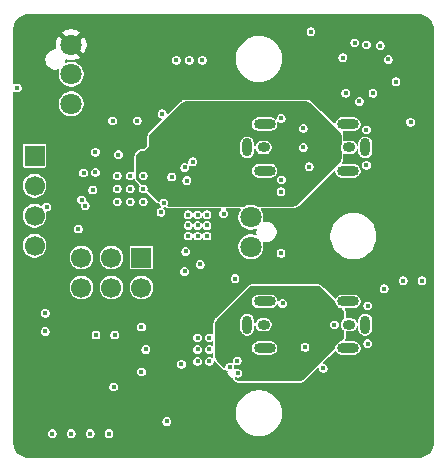
<source format=gbr>
%TF.GenerationSoftware,KiCad,Pcbnew,9.0.3*%
%TF.CreationDate,2025-08-01T15:17:26+02:00*%
%TF.ProjectId,USBPanel,55534250-616e-4656-9c2e-6b696361645f,rev?*%
%TF.SameCoordinates,Original*%
%TF.FileFunction,Copper,L4,Inr*%
%TF.FilePolarity,Positive*%
%FSLAX46Y46*%
G04 Gerber Fmt 4.6, Leading zero omitted, Abs format (unit mm)*
G04 Created by KiCad (PCBNEW 9.0.3) date 2025-08-01 15:17:26*
%MOMM*%
%LPD*%
G01*
G04 APERTURE LIST*
%TA.AperFunction,ComponentPad*%
%ADD10R,1.700000X1.700000*%
%TD*%
%TA.AperFunction,ComponentPad*%
%ADD11C,1.700000*%
%TD*%
%TA.AperFunction,ComponentPad*%
%ADD12C,1.800000*%
%TD*%
%TA.AperFunction,ComponentPad*%
%ADD13O,0.850000X1.550000*%
%TD*%
%TA.AperFunction,ComponentPad*%
%ADD14O,1.080000X0.800000*%
%TD*%
%TA.AperFunction,ComponentPad*%
%ADD15O,1.850000X0.850000*%
%TD*%
%TA.AperFunction,ViaPad*%
%ADD16C,0.450000*%
%TD*%
G04 APERTURE END LIST*
D10*
%TO.N,Net-(J6-Pin_1)*%
%TO.C,J6*%
X132000000Y-93200000D03*
D11*
%TO.N,Net-(J6-Pin_2)*%
X132000000Y-95740000D03*
%TO.N,Net-(J6-Pin_3)*%
X132000000Y-98280000D03*
%TO.N,GND*%
X132000000Y-100820000D03*
%TD*%
D12*
%TO.N,Net-(J5-Pin_1)*%
%TO.C,J5*%
X150300000Y-100900000D03*
%TO.N,GND*%
X150300000Y-98400000D03*
%TD*%
D10*
%TO.N,Net-(J7-Pin_1)*%
%TO.C,J7*%
X141040000Y-101825000D03*
D11*
%TO.N,Net-(J7-Pin_2)*%
X141040000Y-104365000D03*
%TO.N,Net-(J7-Pin_3)*%
X138500000Y-101825000D03*
%TO.N,Net-(J7-Pin_4)*%
X138500000Y-104365000D03*
%TO.N,GND*%
X135960000Y-101825000D03*
X135960000Y-104365000D03*
%TD*%
D12*
%TO.N,+5V*%
%TO.C,J3*%
X135100000Y-83800000D03*
%TO.N,/+3.3V_EXT*%
X135100000Y-86300000D03*
%TO.N,GND*%
X135100000Y-88800000D03*
%TD*%
D13*
%TO.N,GND*%
%TO.C,J2*%
X160000000Y-107500000D03*
D14*
X158610000Y-107500000D03*
D15*
X158525000Y-109475000D03*
X158525000Y-105525000D03*
X151475000Y-109475000D03*
X151475000Y-105525000D03*
D14*
X151390000Y-107500000D03*
D13*
X150000000Y-107500000D03*
%TD*%
%TO.N,GND*%
%TO.C,J1*%
X160000000Y-92500000D03*
D14*
X158610000Y-92500000D03*
D15*
X158525000Y-94475000D03*
X158525000Y-90525000D03*
X151475000Y-94475000D03*
X151475000Y-90525000D03*
D14*
X151390000Y-92500000D03*
D13*
X150000000Y-92500000D03*
%TD*%
D16*
%TO.N,GND*%
X140100000Y-97100000D03*
X146800000Y-110600000D03*
X157385000Y-107500000D03*
X158100000Y-84900000D03*
X153000000Y-105700000D03*
X138600000Y-90250000D03*
X135100000Y-116725000D03*
X138300000Y-116725000D03*
X141050000Y-107700000D03*
X142800000Y-89650000D03*
X146800000Y-109600000D03*
X139000000Y-97100000D03*
X141200000Y-97100000D03*
X148975000Y-103600000D03*
X156450000Y-111200000D03*
X132900000Y-106525000D03*
X159500000Y-88600000D03*
X161270000Y-83870000D03*
X152862500Y-96250000D03*
X140700000Y-90250000D03*
X149200000Y-111600000D03*
X141050000Y-111500000D03*
X140100000Y-94900000D03*
X136700000Y-116725000D03*
X162600000Y-86950000D03*
X146800000Y-108600000D03*
X133500000Y-116725000D03*
X145400000Y-93700000D03*
X144000000Y-85100000D03*
X141200000Y-96000000D03*
X160100000Y-94000000D03*
X135700000Y-99400000D03*
X160200000Y-105900000D03*
X140100000Y-96000000D03*
X145800000Y-109600000D03*
X138705000Y-112775000D03*
X160100000Y-83800000D03*
X139100000Y-93100000D03*
X144700000Y-103000000D03*
X133020000Y-97540000D03*
X145800000Y-110600000D03*
X154900000Y-109400000D03*
X145800000Y-108600000D03*
X139000000Y-96000000D03*
X148000000Y-98100000D03*
X141200000Y-94900000D03*
X160100000Y-91000000D03*
X139000000Y-94900000D03*
X146200000Y-85100000D03*
X160200000Y-109100000D03*
X144900000Y-95300000D03*
X152862500Y-101450000D03*
X141425000Y-109600000D03*
X163837500Y-90350000D03*
X145100000Y-85100000D03*
%TO.N,/+3.3V_EXT*%
X137150000Y-92900000D03*
%TO.N,+3.3V*%
X132900000Y-108075000D03*
X130540000Y-87460000D03*
X137150000Y-94600000D03*
X159100000Y-83630000D03*
%TO.N,Net-(U1-LDO_1V5)*%
X136930000Y-96100000D03*
%TO.N,+5V*%
X139500000Y-85100000D03*
X140100000Y-93100000D03*
X138300000Y-84200000D03*
X138400000Y-85100000D03*
X143000000Y-111100000D03*
X164750000Y-106950000D03*
X140100000Y-93900000D03*
X140100000Y-92400000D03*
X143000000Y-108100000D03*
X137000000Y-83800000D03*
X138700000Y-91800000D03*
X144000000Y-109100000D03*
X138100000Y-92400000D03*
X163250000Y-85050000D03*
X164750000Y-91950000D03*
X143000000Y-111900000D03*
X143000000Y-110200000D03*
X140600000Y-91900000D03*
X143000000Y-109000000D03*
X143000000Y-107300000D03*
X144800000Y-109100000D03*
X140600000Y-85100000D03*
X139500000Y-91800000D03*
X141100000Y-92400000D03*
%TO.N,Net-(J1-CC1)*%
X143625000Y-95000000D03*
X152880000Y-90030000D03*
%TO.N,Net-(J1-CC2)*%
X152900000Y-95229493D03*
X144710000Y-94190000D03*
%TO.N,/PORT1_D+*%
X154750000Y-92500000D03*
%TO.N,/PORT1_D-*%
X155250000Y-94130000D03*
X154750000Y-90870000D03*
%TO.N,Net-(J2-CC1)*%
X148540000Y-111100000D03*
%TO.N,Net-(J2-CC2)*%
X149170000Y-110570000D03*
%TO.N,Net-(J4-Pin_3)*%
X160650000Y-87900000D03*
%TO.N,Net-(J4-Pin_2)*%
X158350000Y-87900000D03*
%TO.N,Net-(J4-Pin_1)*%
X161950000Y-85050000D03*
%TO.N,Net-(J5-Pin_1)*%
X146025000Y-102400000D03*
%TO.N,Net-(J7-Pin_4)*%
X138800000Y-108375000D03*
%TO.N,Net-(J7-Pin_2)*%
X137200000Y-108375000D03*
%TO.N,Net-(Q1-D)*%
X145000000Y-99100000D03*
X145800000Y-98200000D03*
X145800000Y-99100000D03*
X146600000Y-99100000D03*
X145800000Y-100000000D03*
X145000000Y-100000000D03*
X146600000Y-98200000D03*
X145000000Y-98200000D03*
X146600000Y-100000000D03*
%TO.N,Net-(Q2-G)*%
X144802500Y-101300000D03*
%TO.N,/PORT1_UFP*%
X136150000Y-94650000D03*
X155400000Y-82700000D03*
%TO.N,Net-(Q4-G)*%
X136280000Y-97430000D03*
%TO.N,Net-(Q5-G)*%
X142940000Y-97180000D03*
%TO.N,Net-(U1-~{I2Cc_IRQ})*%
X142700000Y-97975000D03*
%TO.N,Net-(U4-~{FAULT})*%
X164800000Y-103775000D03*
%TO.N,Net-(U4-~{UFP})*%
X161600000Y-104475000D03*
%TO.N,Net-(U4-~{LD_DET})*%
X163200000Y-103775000D03*
%TO.N,/PORT2_EN*%
X135980000Y-96920000D03*
X143200000Y-115700000D03*
X144440000Y-110850000D03*
%TO.N,/PORT1_VBUS*%
X141900000Y-93100000D03*
X146200000Y-96500000D03*
X146800000Y-97100000D03*
X145600000Y-97100000D03*
X143300000Y-91800000D03*
X142800000Y-91300000D03*
X145600000Y-96500000D03*
X141200000Y-93200000D03*
X142300000Y-91900000D03*
X142100000Y-92500000D03*
X153750000Y-94130000D03*
X155700000Y-90100000D03*
X140900000Y-93900000D03*
X156250000Y-94130000D03*
X156250000Y-92500000D03*
X146200000Y-97100000D03*
X156250000Y-90880000D03*
X153900000Y-92500000D03*
X154600000Y-95000000D03*
X153750000Y-90880000D03*
X146800000Y-96500000D03*
%TO.N,/PORT2_VBUS*%
X153750000Y-109140000D03*
X150500000Y-110440000D03*
X149800000Y-110100000D03*
X154500000Y-111600000D03*
X149300000Y-109600000D03*
X153760000Y-105850000D03*
X151910000Y-110780000D03*
X156250000Y-109140000D03*
X156250000Y-105850000D03*
X154500000Y-110800000D03*
X156415000Y-107500000D03*
X147750000Y-109100000D03*
X151210000Y-110690000D03*
X153750000Y-107500000D03*
%TD*%
%TA.AperFunction,Conductor*%
%TO.N,/PORT2_VBUS*%
G36*
X155897701Y-104200633D02*
G01*
X156012646Y-104215765D01*
X156031303Y-104220765D01*
X156133893Y-104263259D01*
X156150617Y-104272914D01*
X156242604Y-104343498D01*
X156249874Y-104349874D01*
X157427826Y-105527826D01*
X157449500Y-105580152D01*
X157449500Y-105600768D01*
X157488717Y-105747130D01*
X157488721Y-105747139D01*
X157545186Y-105844938D01*
X157564485Y-105878365D01*
X157671635Y-105985515D01*
X157802865Y-106061281D01*
X157949231Y-106100499D01*
X157949232Y-106100500D01*
X157969848Y-106100500D01*
X158022174Y-106122174D01*
X158050125Y-106150125D01*
X158056502Y-106157396D01*
X158127084Y-106249380D01*
X158136740Y-106266106D01*
X158179234Y-106368696D01*
X158184234Y-106387355D01*
X158199367Y-106502298D01*
X158200000Y-106511957D01*
X158200000Y-106977497D01*
X158178326Y-107029823D01*
X158163001Y-107041582D01*
X158131990Y-107059487D01*
X158131989Y-107059487D01*
X158029491Y-107161984D01*
X157957016Y-107287513D01*
X157957014Y-107287518D01*
X157919500Y-107427522D01*
X157919500Y-107572477D01*
X157957014Y-107712481D01*
X157957016Y-107712486D01*
X158029491Y-107838015D01*
X158131985Y-107940509D01*
X158162999Y-107958415D01*
X158197478Y-108003348D01*
X158200000Y-108022501D01*
X158200000Y-108488042D01*
X158199367Y-108497701D01*
X158184234Y-108612644D01*
X158179234Y-108631303D01*
X158136740Y-108733893D01*
X158127081Y-108750624D01*
X158056507Y-108842597D01*
X158050126Y-108849873D01*
X158022175Y-108877825D01*
X157969849Y-108899500D01*
X157949232Y-108899500D01*
X157802869Y-108938717D01*
X157802860Y-108938721D01*
X157671637Y-109014483D01*
X157564483Y-109121637D01*
X157488721Y-109252860D01*
X157488717Y-109252869D01*
X157449500Y-109399231D01*
X157449500Y-109419848D01*
X157427826Y-109472174D01*
X154749874Y-112150125D01*
X154742597Y-112156507D01*
X154650624Y-112227081D01*
X154633893Y-112236740D01*
X154531303Y-112279234D01*
X154512644Y-112284234D01*
X154397701Y-112299367D01*
X154388042Y-112300000D01*
X149411958Y-112300000D01*
X149402299Y-112299367D01*
X149287355Y-112284234D01*
X149268696Y-112279234D01*
X149166106Y-112236740D01*
X149149380Y-112227084D01*
X149057396Y-112156502D01*
X149050125Y-112150125D01*
X148967122Y-112067122D01*
X148945448Y-112014796D01*
X148967122Y-111962470D01*
X149019448Y-111940796D01*
X149050174Y-111949030D01*
X149050579Y-111948053D01*
X149055060Y-111949909D01*
X149055062Y-111949910D01*
X149055063Y-111949910D01*
X149055065Y-111949911D01*
X149101936Y-111962470D01*
X149150562Y-111975499D01*
X149150563Y-111975500D01*
X149150565Y-111975500D01*
X149249437Y-111975500D01*
X149249437Y-111975499D01*
X149344938Y-111949910D01*
X149430562Y-111900475D01*
X149500475Y-111830562D01*
X149549910Y-111744938D01*
X149575499Y-111649437D01*
X149575500Y-111649437D01*
X149575500Y-111550563D01*
X149575499Y-111550562D01*
X149575214Y-111549500D01*
X149549910Y-111455062D01*
X149546935Y-111449910D01*
X149500474Y-111369437D01*
X149430562Y-111299525D01*
X149344939Y-111250090D01*
X149344934Y-111250088D01*
X149249437Y-111224500D01*
X149249435Y-111224500D01*
X149150565Y-111224500D01*
X149150563Y-111224500D01*
X149055065Y-111250088D01*
X149055056Y-111250092D01*
X149012768Y-111274507D01*
X148956616Y-111281899D01*
X148911683Y-111247420D01*
X148904291Y-111191268D01*
X148915499Y-111149437D01*
X148915500Y-111149437D01*
X148915500Y-111050563D01*
X148908407Y-111024096D01*
X148900271Y-110993730D01*
X148907663Y-110937579D01*
X148952595Y-110903100D01*
X149008748Y-110910492D01*
X149008749Y-110910492D01*
X149017463Y-110915523D01*
X149025062Y-110919910D01*
X149025064Y-110919910D01*
X149025065Y-110919911D01*
X149072813Y-110932705D01*
X149120562Y-110945499D01*
X149120563Y-110945500D01*
X149120565Y-110945500D01*
X149219437Y-110945500D01*
X149219437Y-110945499D01*
X149314938Y-110919910D01*
X149400562Y-110870475D01*
X149470475Y-110800562D01*
X149519910Y-110714938D01*
X149545499Y-110619437D01*
X149545500Y-110619437D01*
X149545500Y-110520563D01*
X149545499Y-110520562D01*
X149519911Y-110425065D01*
X149519909Y-110425060D01*
X149470474Y-110339437D01*
X149400562Y-110269525D01*
X149314939Y-110220090D01*
X149314934Y-110220088D01*
X149219437Y-110194500D01*
X149219435Y-110194500D01*
X149120565Y-110194500D01*
X149120563Y-110194500D01*
X149025065Y-110220088D01*
X149025060Y-110220090D01*
X148939437Y-110269525D01*
X148869525Y-110339437D01*
X148820090Y-110425060D01*
X148820088Y-110425065D01*
X148794500Y-110520562D01*
X148794500Y-110619437D01*
X148809728Y-110676268D01*
X148802336Y-110732421D01*
X148757403Y-110766899D01*
X148701251Y-110759508D01*
X148684938Y-110750090D01*
X148684934Y-110750088D01*
X148589437Y-110724500D01*
X148589435Y-110724500D01*
X148490565Y-110724500D01*
X148490563Y-110724500D01*
X148395065Y-110750088D01*
X148395060Y-110750090D01*
X148309437Y-110799525D01*
X148239525Y-110869437D01*
X148190090Y-110955060D01*
X148190088Y-110955065D01*
X148164500Y-111050562D01*
X148164500Y-111085848D01*
X148142826Y-111138174D01*
X148090500Y-111159848D01*
X148038174Y-111138174D01*
X147449874Y-110549874D01*
X147443498Y-110542604D01*
X147372914Y-110450617D01*
X147363259Y-110433893D01*
X147320765Y-110331303D01*
X147315765Y-110312644D01*
X147310088Y-110269525D01*
X147300633Y-110197701D01*
X147300000Y-110188042D01*
X147300000Y-109399231D01*
X150399500Y-109399231D01*
X150399500Y-109550768D01*
X150438717Y-109697130D01*
X150438721Y-109697139D01*
X150483963Y-109775500D01*
X150514485Y-109828365D01*
X150621635Y-109935515D01*
X150752865Y-110011281D01*
X150899231Y-110050499D01*
X150899232Y-110050500D01*
X150899234Y-110050500D01*
X152050768Y-110050500D01*
X152050768Y-110050499D01*
X152197135Y-110011281D01*
X152328365Y-109935515D01*
X152435515Y-109828365D01*
X152511281Y-109697135D01*
X152550499Y-109550768D01*
X152550500Y-109550768D01*
X152550500Y-109399232D01*
X152550499Y-109399231D01*
X152537458Y-109350562D01*
X154524500Y-109350562D01*
X154524500Y-109449437D01*
X154550088Y-109544934D01*
X154550090Y-109544939D01*
X154599525Y-109630562D01*
X154669438Y-109700475D01*
X154755062Y-109749910D01*
X154755063Y-109749910D01*
X154755065Y-109749911D01*
X154802813Y-109762705D01*
X154850562Y-109775499D01*
X154850563Y-109775500D01*
X154850565Y-109775500D01*
X154949437Y-109775500D01*
X154949437Y-109775499D01*
X155044938Y-109749910D01*
X155130562Y-109700475D01*
X155200475Y-109630562D01*
X155249910Y-109544938D01*
X155275499Y-109449437D01*
X155275500Y-109449437D01*
X155275500Y-109350563D01*
X155275499Y-109350562D01*
X155249911Y-109255065D01*
X155249909Y-109255060D01*
X155200474Y-109169437D01*
X155130562Y-109099525D01*
X155044939Y-109050090D01*
X155044934Y-109050088D01*
X154949437Y-109024500D01*
X154949435Y-109024500D01*
X154850565Y-109024500D01*
X154850563Y-109024500D01*
X154755065Y-109050088D01*
X154755060Y-109050090D01*
X154669437Y-109099525D01*
X154599525Y-109169437D01*
X154550090Y-109255060D01*
X154550088Y-109255065D01*
X154524500Y-109350562D01*
X152537458Y-109350562D01*
X152511281Y-109252865D01*
X152435515Y-109121635D01*
X152328365Y-109014485D01*
X152328362Y-109014483D01*
X152197139Y-108938721D01*
X152197130Y-108938717D01*
X152050768Y-108899500D01*
X152050766Y-108899500D01*
X150899234Y-108899500D01*
X150899232Y-108899500D01*
X150752869Y-108938717D01*
X150752860Y-108938721D01*
X150621637Y-109014483D01*
X150514483Y-109121637D01*
X150438721Y-109252860D01*
X150438717Y-109252869D01*
X150399500Y-109399231D01*
X147300000Y-109399231D01*
X147300000Y-107411957D01*
X147300633Y-107402298D01*
X147315744Y-107287518D01*
X147315766Y-107287351D01*
X147320765Y-107268696D01*
X147363260Y-107166102D01*
X147372911Y-107149385D01*
X147430579Y-107074231D01*
X149424500Y-107074231D01*
X149424500Y-107925768D01*
X149463717Y-108072130D01*
X149463718Y-108072133D01*
X149463719Y-108072135D01*
X149539485Y-108203365D01*
X149646635Y-108310515D01*
X149777865Y-108386281D01*
X149924231Y-108425499D01*
X149924232Y-108425500D01*
X149924234Y-108425500D01*
X150075768Y-108425500D01*
X150075768Y-108425499D01*
X150222135Y-108386281D01*
X150353365Y-108310515D01*
X150460515Y-108203365D01*
X150536281Y-108072135D01*
X150575499Y-107925768D01*
X150575500Y-107925768D01*
X150575500Y-107671785D01*
X150597174Y-107619459D01*
X150649500Y-107597785D01*
X150701826Y-107619459D01*
X150720978Y-107652632D01*
X150737014Y-107712481D01*
X150737016Y-107712486D01*
X150787817Y-107800475D01*
X150809491Y-107838015D01*
X150911985Y-107940509D01*
X151037515Y-108012984D01*
X151037516Y-108012984D01*
X151037518Y-108012985D01*
X151107520Y-108031742D01*
X151177522Y-108050499D01*
X151177523Y-108050500D01*
X151177525Y-108050500D01*
X151602477Y-108050500D01*
X151602477Y-108050499D01*
X151742485Y-108012984D01*
X151868015Y-107940509D01*
X151970509Y-107838015D01*
X152042984Y-107712485D01*
X152080499Y-107572477D01*
X152080500Y-107572477D01*
X152080500Y-107450562D01*
X157009500Y-107450562D01*
X157009500Y-107549437D01*
X157035088Y-107644934D01*
X157035090Y-107644939D01*
X157039532Y-107652632D01*
X157084525Y-107730562D01*
X157154438Y-107800475D01*
X157240062Y-107849910D01*
X157240063Y-107849910D01*
X157240065Y-107849911D01*
X157287813Y-107862705D01*
X157335562Y-107875499D01*
X157335563Y-107875500D01*
X157335565Y-107875500D01*
X157434437Y-107875500D01*
X157434437Y-107875499D01*
X157529938Y-107849910D01*
X157615562Y-107800475D01*
X157685475Y-107730562D01*
X157734910Y-107644938D01*
X157760499Y-107549437D01*
X157760500Y-107549437D01*
X157760500Y-107450563D01*
X157760499Y-107450562D01*
X157734911Y-107355065D01*
X157734909Y-107355060D01*
X157695913Y-107287518D01*
X157685475Y-107269438D01*
X157615562Y-107199525D01*
X157557672Y-107166102D01*
X157529939Y-107150090D01*
X157529934Y-107150088D01*
X157434437Y-107124500D01*
X157434435Y-107124500D01*
X157335565Y-107124500D01*
X157335563Y-107124500D01*
X157240065Y-107150088D01*
X157240060Y-107150090D01*
X157154437Y-107199525D01*
X157084525Y-107269437D01*
X157035090Y-107355060D01*
X157035088Y-107355065D01*
X157009500Y-107450562D01*
X152080500Y-107450562D01*
X152080500Y-107427523D01*
X152080499Y-107427522D01*
X152076328Y-107411957D01*
X152061083Y-107355060D01*
X152042985Y-107287518D01*
X152042983Y-107287513D01*
X151970508Y-107161984D01*
X151868015Y-107059491D01*
X151742486Y-106987016D01*
X151742481Y-106987014D01*
X151602477Y-106949500D01*
X151602475Y-106949500D01*
X151177525Y-106949500D01*
X151177523Y-106949500D01*
X151037518Y-106987014D01*
X151037513Y-106987016D01*
X150911984Y-107059491D01*
X150809491Y-107161984D01*
X150737016Y-107287513D01*
X150737014Y-107287518D01*
X150720978Y-107347367D01*
X150686500Y-107392300D01*
X150630347Y-107399692D01*
X150585414Y-107365214D01*
X150575500Y-107328214D01*
X150575500Y-107074232D01*
X150575499Y-107074231D01*
X150571549Y-107059491D01*
X150536281Y-106927865D01*
X150460515Y-106796635D01*
X150353365Y-106689485D01*
X150353362Y-106689483D01*
X150222139Y-106613721D01*
X150222130Y-106613717D01*
X150075768Y-106574500D01*
X150075766Y-106574500D01*
X149924234Y-106574500D01*
X149924232Y-106574500D01*
X149777869Y-106613717D01*
X149777860Y-106613721D01*
X149646637Y-106689483D01*
X149539483Y-106796637D01*
X149463721Y-106927860D01*
X149463717Y-106927869D01*
X149424500Y-107074231D01*
X147430579Y-107074231D01*
X147443504Y-107057387D01*
X147449866Y-107050133D01*
X149050768Y-105449231D01*
X150399500Y-105449231D01*
X150399500Y-105600768D01*
X150438717Y-105747130D01*
X150438721Y-105747139D01*
X150495186Y-105844938D01*
X150514485Y-105878365D01*
X150621635Y-105985515D01*
X150752865Y-106061281D01*
X150899231Y-106100499D01*
X150899232Y-106100500D01*
X150899234Y-106100500D01*
X152050768Y-106100500D01*
X152050768Y-106100499D01*
X152197135Y-106061281D01*
X152328365Y-105985515D01*
X152435515Y-105878365D01*
X152498864Y-105768640D01*
X152543797Y-105734162D01*
X152599950Y-105741555D01*
X152634427Y-105786486D01*
X152650090Y-105844938D01*
X152699525Y-105930562D01*
X152769438Y-106000475D01*
X152855062Y-106049910D01*
X152855063Y-106049910D01*
X152855065Y-106049911D01*
X152897488Y-106061278D01*
X152950562Y-106075499D01*
X152950563Y-106075500D01*
X152950565Y-106075500D01*
X153049437Y-106075500D01*
X153049437Y-106075499D01*
X153144938Y-106049910D01*
X153230562Y-106000475D01*
X153300475Y-105930562D01*
X153349910Y-105844938D01*
X153375499Y-105749437D01*
X153375500Y-105749437D01*
X153375500Y-105650563D01*
X153375499Y-105650562D01*
X153349911Y-105555065D01*
X153349909Y-105555060D01*
X153311414Y-105488385D01*
X153300475Y-105469438D01*
X153230562Y-105399525D01*
X153144939Y-105350090D01*
X153144934Y-105350088D01*
X153049437Y-105324500D01*
X153049435Y-105324500D01*
X152950565Y-105324500D01*
X152950563Y-105324500D01*
X152855065Y-105350088D01*
X152855060Y-105350090D01*
X152769437Y-105399525D01*
X152699525Y-105469437D01*
X152688586Y-105488385D01*
X152643652Y-105522864D01*
X152587500Y-105515471D01*
X152553021Y-105470537D01*
X152550500Y-105451385D01*
X152550500Y-105449232D01*
X152550499Y-105449231D01*
X152511282Y-105302869D01*
X152511281Y-105302865D01*
X152435515Y-105171635D01*
X152328365Y-105064485D01*
X152328362Y-105064483D01*
X152197139Y-104988721D01*
X152197130Y-104988717D01*
X152050768Y-104949500D01*
X152050766Y-104949500D01*
X150899234Y-104949500D01*
X150899232Y-104949500D01*
X150752869Y-104988717D01*
X150752860Y-104988721D01*
X150621637Y-105064483D01*
X150514483Y-105171637D01*
X150438721Y-105302860D01*
X150438717Y-105302869D01*
X150399500Y-105449231D01*
X149050768Y-105449231D01*
X150150133Y-104349866D01*
X150157387Y-104343504D01*
X150249385Y-104272911D01*
X150266102Y-104263260D01*
X150368698Y-104220764D01*
X150387351Y-104215766D01*
X150502299Y-104200633D01*
X150511958Y-104200000D01*
X155888042Y-104200000D01*
X155897701Y-104200633D01*
G37*
%TD.AperFunction*%
%TD*%
%TA.AperFunction,Conductor*%
%TO.N,/PORT1_VBUS*%
G36*
X155002895Y-88600604D02*
G01*
X155019813Y-88602779D01*
X155115244Y-88615049D01*
X155133497Y-88619820D01*
X155234109Y-88660428D01*
X155250567Y-88669666D01*
X155341467Y-88737253D01*
X155348678Y-88743368D01*
X157045834Y-90379911D01*
X157610858Y-90924756D01*
X157611818Y-90925698D01*
X157671634Y-90985514D01*
X157675482Y-90988466D01*
X157675313Y-90988685D01*
X157683718Y-90995014D01*
X157843497Y-91149086D01*
X157850140Y-91156411D01*
X157920670Y-91245499D01*
X157923762Y-91249404D01*
X157933850Y-91266398D01*
X157978271Y-91370943D01*
X157983501Y-91390001D01*
X157999337Y-91507531D01*
X158000000Y-91517412D01*
X158000000Y-92193235D01*
X157990086Y-92230234D01*
X157957015Y-92287515D01*
X157919500Y-92427522D01*
X157919500Y-92572477D01*
X157957014Y-92712481D01*
X157957015Y-92712483D01*
X157957016Y-92712485D01*
X157990086Y-92769765D01*
X158000000Y-92806763D01*
X158000000Y-93388042D01*
X157999367Y-93397701D01*
X157984234Y-93512644D01*
X157979234Y-93531303D01*
X157936740Y-93633893D01*
X157927081Y-93650624D01*
X157856507Y-93742597D01*
X157850125Y-93749874D01*
X154249874Y-97350125D01*
X154242597Y-97356507D01*
X154199118Y-97389870D01*
X154152033Y-97426000D01*
X154150624Y-97427081D01*
X154133893Y-97436740D01*
X154031303Y-97479234D01*
X154012644Y-97484234D01*
X153897701Y-97499367D01*
X153888042Y-97500000D01*
X150866353Y-97500000D01*
X150825241Y-97487529D01*
X150797598Y-97469059D01*
X150606420Y-97389870D01*
X150606413Y-97389868D01*
X150453516Y-97359455D01*
X150403465Y-97349500D01*
X150196535Y-97349500D01*
X150161308Y-97356507D01*
X149993586Y-97389868D01*
X149993579Y-97389870D01*
X149802401Y-97469059D01*
X149774759Y-97487529D01*
X149733647Y-97500000D01*
X143317010Y-97500000D01*
X143264684Y-97478326D01*
X143243010Y-97426000D01*
X143252924Y-97389000D01*
X143289909Y-97324939D01*
X143289910Y-97324938D01*
X143315499Y-97229437D01*
X143315500Y-97229437D01*
X143315500Y-97130563D01*
X143315499Y-97130562D01*
X143289911Y-97035065D01*
X143289909Y-97035060D01*
X143240474Y-96949437D01*
X143170562Y-96879525D01*
X143084939Y-96830090D01*
X143084934Y-96830088D01*
X142989437Y-96804500D01*
X142989435Y-96804500D01*
X142890565Y-96804500D01*
X142890563Y-96804500D01*
X142795065Y-96830088D01*
X142795060Y-96830090D01*
X142709437Y-96879525D01*
X142639525Y-96949437D01*
X142590090Y-97035060D01*
X142588235Y-97039541D01*
X142586455Y-97038804D01*
X142556008Y-97078465D01*
X142499854Y-97085845D01*
X142466697Y-97066697D01*
X141600562Y-96200562D01*
X152487000Y-96200562D01*
X152487000Y-96299437D01*
X152512588Y-96394934D01*
X152512590Y-96394939D01*
X152562025Y-96480562D01*
X152631938Y-96550475D01*
X152717562Y-96599910D01*
X152717563Y-96599910D01*
X152717565Y-96599911D01*
X152765313Y-96612705D01*
X152813062Y-96625499D01*
X152813063Y-96625500D01*
X152813065Y-96625500D01*
X152911937Y-96625500D01*
X152911937Y-96625499D01*
X153007438Y-96599910D01*
X153093062Y-96550475D01*
X153162975Y-96480562D01*
X153212410Y-96394938D01*
X153237999Y-96299437D01*
X153238000Y-96299437D01*
X153238000Y-96200563D01*
X153237999Y-96200562D01*
X153212411Y-96105065D01*
X153212409Y-96105060D01*
X153162974Y-96019437D01*
X153093062Y-95949525D01*
X153007439Y-95900090D01*
X153007434Y-95900088D01*
X152911937Y-95874500D01*
X152911935Y-95874500D01*
X152813065Y-95874500D01*
X152813063Y-95874500D01*
X152717565Y-95900088D01*
X152717560Y-95900090D01*
X152631937Y-95949525D01*
X152562025Y-96019437D01*
X152512590Y-96105060D01*
X152512588Y-96105065D01*
X152487000Y-96200562D01*
X141600562Y-96200562D01*
X141579069Y-96179069D01*
X141557395Y-96126743D01*
X141559916Y-96107593D01*
X141575500Y-96049435D01*
X141575500Y-95950565D01*
X141575500Y-95950563D01*
X141575499Y-95950562D01*
X141549911Y-95855065D01*
X141549909Y-95855060D01*
X141500474Y-95769437D01*
X141430562Y-95699525D01*
X141344939Y-95650090D01*
X141344934Y-95650088D01*
X141249437Y-95624500D01*
X141249435Y-95624500D01*
X141150565Y-95624500D01*
X141092408Y-95640083D01*
X141036256Y-95632690D01*
X141020930Y-95620930D01*
X140749874Y-95349874D01*
X140743498Y-95342604D01*
X140672914Y-95250617D01*
X140663259Y-95233893D01*
X140620765Y-95131303D01*
X140615765Y-95112644D01*
X140600633Y-94997701D01*
X140600000Y-94988042D01*
X140600000Y-94850562D01*
X140824500Y-94850562D01*
X140824500Y-94949437D01*
X140850088Y-95044934D01*
X140850090Y-95044939D01*
X140889180Y-95112644D01*
X140899525Y-95130562D01*
X140969438Y-95200475D01*
X141055062Y-95249910D01*
X141055063Y-95249910D01*
X141055065Y-95249911D01*
X141102813Y-95262705D01*
X141150562Y-95275499D01*
X141150563Y-95275500D01*
X141150565Y-95275500D01*
X141249437Y-95275500D01*
X141249437Y-95275499D01*
X141344938Y-95249910D01*
X141430562Y-95200475D01*
X141500475Y-95130562D01*
X141549910Y-95044938D01*
X141575198Y-94950562D01*
X143249500Y-94950562D01*
X143249500Y-95049437D01*
X143275088Y-95144934D01*
X143275090Y-95144939D01*
X143324525Y-95230562D01*
X143394438Y-95300475D01*
X143457117Y-95336663D01*
X143479999Y-95349874D01*
X143480062Y-95349910D01*
X143480063Y-95349910D01*
X143480065Y-95349911D01*
X143527813Y-95362705D01*
X143575562Y-95375499D01*
X143575563Y-95375500D01*
X143575565Y-95375500D01*
X143674437Y-95375500D01*
X143674437Y-95375499D01*
X143769938Y-95349910D01*
X143855562Y-95300475D01*
X143905475Y-95250562D01*
X144524500Y-95250562D01*
X144524500Y-95349437D01*
X144550088Y-95444934D01*
X144550090Y-95444939D01*
X144599181Y-95529967D01*
X144599525Y-95530562D01*
X144669438Y-95600475D01*
X144755062Y-95649910D01*
X144755063Y-95649910D01*
X144755065Y-95649911D01*
X144802813Y-95662705D01*
X144850562Y-95675499D01*
X144850563Y-95675500D01*
X144850565Y-95675500D01*
X144949437Y-95675500D01*
X144949437Y-95675499D01*
X145044938Y-95649910D01*
X145130562Y-95600475D01*
X145200475Y-95530562D01*
X145249910Y-95444938D01*
X145275499Y-95349437D01*
X145275500Y-95349437D01*
X145275500Y-95250565D01*
X145260440Y-95194360D01*
X145260440Y-95194358D01*
X145256607Y-95180055D01*
X152524500Y-95180055D01*
X152524500Y-95278930D01*
X152550088Y-95374427D01*
X152550090Y-95374432D01*
X152550707Y-95375500D01*
X152599525Y-95460055D01*
X152669438Y-95529968D01*
X152755062Y-95579403D01*
X152755063Y-95579403D01*
X152755065Y-95579404D01*
X152802813Y-95592198D01*
X152850562Y-95604992D01*
X152850563Y-95604993D01*
X152850565Y-95604993D01*
X152949437Y-95604993D01*
X152949437Y-95604992D01*
X153044938Y-95579403D01*
X153130562Y-95529968D01*
X153200475Y-95460055D01*
X153249910Y-95374431D01*
X153275499Y-95278930D01*
X153275500Y-95278930D01*
X153275500Y-95180056D01*
X153275499Y-95180055D01*
X153266088Y-95144934D01*
X153262238Y-95130562D01*
X153249911Y-95084558D01*
X153249909Y-95084553D01*
X153207605Y-95011281D01*
X153200475Y-94998931D01*
X153130562Y-94929018D01*
X153122737Y-94924500D01*
X153044939Y-94879583D01*
X153044934Y-94879581D01*
X152949437Y-94853993D01*
X152949435Y-94853993D01*
X152850565Y-94853993D01*
X152850563Y-94853993D01*
X152755065Y-94879581D01*
X152755060Y-94879583D01*
X152669437Y-94929018D01*
X152599525Y-94998930D01*
X152550090Y-95084553D01*
X152550088Y-95084558D01*
X152524500Y-95180055D01*
X145256607Y-95180055D01*
X145249911Y-95155065D01*
X145249909Y-95155060D01*
X145225420Y-95112644D01*
X145200475Y-95069438D01*
X145130562Y-94999525D01*
X145110673Y-94988042D01*
X145044939Y-94950090D01*
X145044934Y-94950088D01*
X144949437Y-94924500D01*
X144949435Y-94924500D01*
X144850565Y-94924500D01*
X144850563Y-94924500D01*
X144755065Y-94950088D01*
X144755060Y-94950090D01*
X144669437Y-94999525D01*
X144599525Y-95069437D01*
X144550090Y-95155060D01*
X144550088Y-95155065D01*
X144524500Y-95250562D01*
X143905475Y-95250562D01*
X143925475Y-95230562D01*
X143974910Y-95144938D01*
X144000499Y-95049437D01*
X144000500Y-95049437D01*
X144000500Y-94950563D01*
X144000499Y-94950562D01*
X143996467Y-94935516D01*
X143974910Y-94855062D01*
X143925475Y-94769438D01*
X143855562Y-94699525D01*
X143803450Y-94669438D01*
X143769939Y-94650090D01*
X143769934Y-94650088D01*
X143674437Y-94624500D01*
X143674435Y-94624500D01*
X143575565Y-94624500D01*
X143575563Y-94624500D01*
X143480065Y-94650088D01*
X143480060Y-94650090D01*
X143394437Y-94699525D01*
X143324525Y-94769437D01*
X143275090Y-94855060D01*
X143275088Y-94855065D01*
X143249500Y-94950562D01*
X141575198Y-94950562D01*
X141575499Y-94949437D01*
X141575500Y-94949437D01*
X141575500Y-94850563D01*
X141575499Y-94850562D01*
X141569551Y-94828365D01*
X141549910Y-94755062D01*
X141500475Y-94669438D01*
X141430562Y-94599525D01*
X141344939Y-94550090D01*
X141344934Y-94550088D01*
X141249437Y-94524500D01*
X141249435Y-94524500D01*
X141150565Y-94524500D01*
X141150563Y-94524500D01*
X141055065Y-94550088D01*
X141055060Y-94550090D01*
X140969437Y-94599525D01*
X140899525Y-94669437D01*
X140850090Y-94755060D01*
X140850088Y-94755065D01*
X140824500Y-94850562D01*
X140600000Y-94850562D01*
X140600000Y-94140562D01*
X144334500Y-94140562D01*
X144334500Y-94239437D01*
X144360088Y-94334934D01*
X144360090Y-94334939D01*
X144397210Y-94399232D01*
X144409525Y-94420562D01*
X144479438Y-94490475D01*
X144565062Y-94539910D01*
X144565063Y-94539910D01*
X144565065Y-94539911D01*
X144612813Y-94552705D01*
X144660562Y-94565499D01*
X144660563Y-94565500D01*
X144660565Y-94565500D01*
X144759437Y-94565500D01*
X144759437Y-94565499D01*
X144854938Y-94539910D01*
X144940562Y-94490475D01*
X145010475Y-94420562D01*
X145022790Y-94399231D01*
X150399500Y-94399231D01*
X150399500Y-94550768D01*
X150438717Y-94697130D01*
X150438721Y-94697139D01*
X150480463Y-94769438D01*
X150514485Y-94828365D01*
X150621635Y-94935515D01*
X150752865Y-95011281D01*
X150899231Y-95050499D01*
X150899232Y-95050500D01*
X150899234Y-95050500D01*
X152050768Y-95050500D01*
X152050768Y-95050499D01*
X152197135Y-95011281D01*
X152328365Y-94935515D01*
X152435515Y-94828365D01*
X152511281Y-94697135D01*
X152550499Y-94550768D01*
X152550500Y-94550768D01*
X152550500Y-94399232D01*
X152550499Y-94399231D01*
X152511282Y-94252869D01*
X152511281Y-94252865D01*
X152435515Y-94121635D01*
X152394442Y-94080562D01*
X154874500Y-94080562D01*
X154874500Y-94179437D01*
X154900088Y-94274934D01*
X154900090Y-94274939D01*
X154947690Y-94357384D01*
X154949525Y-94360562D01*
X155019438Y-94430475D01*
X155105062Y-94479910D01*
X155105063Y-94479910D01*
X155105065Y-94479911D01*
X155144487Y-94490474D01*
X155200562Y-94505499D01*
X155200563Y-94505500D01*
X155200565Y-94505500D01*
X155299437Y-94505500D01*
X155299437Y-94505499D01*
X155394938Y-94479910D01*
X155480562Y-94430475D01*
X155550475Y-94360562D01*
X155599910Y-94274938D01*
X155625499Y-94179437D01*
X155625500Y-94179437D01*
X155625500Y-94080563D01*
X155625499Y-94080562D01*
X155624142Y-94075499D01*
X155599910Y-93985062D01*
X155550475Y-93899438D01*
X155480562Y-93829525D01*
X155454538Y-93814500D01*
X155394939Y-93780090D01*
X155394934Y-93780088D01*
X155299437Y-93754500D01*
X155299435Y-93754500D01*
X155200565Y-93754500D01*
X155200563Y-93754500D01*
X155105065Y-93780088D01*
X155105060Y-93780090D01*
X155019437Y-93829525D01*
X154949525Y-93899437D01*
X154900090Y-93985060D01*
X154900088Y-93985065D01*
X154874500Y-94080562D01*
X152394442Y-94080562D01*
X152328365Y-94014485D01*
X152315108Y-94006831D01*
X152197139Y-93938721D01*
X152197130Y-93938717D01*
X152050768Y-93899500D01*
X152050766Y-93899500D01*
X150899234Y-93899500D01*
X150899232Y-93899500D01*
X150752869Y-93938717D01*
X150752860Y-93938721D01*
X150621637Y-94014483D01*
X150514483Y-94121637D01*
X150438721Y-94252860D01*
X150438717Y-94252869D01*
X150399500Y-94399231D01*
X145022790Y-94399231D01*
X145059910Y-94334938D01*
X145085499Y-94239437D01*
X145085500Y-94239437D01*
X145085500Y-94140563D01*
X145085499Y-94140562D01*
X145071970Y-94090070D01*
X145079362Y-94033918D01*
X145124295Y-93999439D01*
X145180447Y-94006831D01*
X145227363Y-94033918D01*
X145246661Y-94045060D01*
X145255062Y-94049910D01*
X145255063Y-94049910D01*
X145255065Y-94049911D01*
X145302813Y-94062705D01*
X145350562Y-94075499D01*
X145350563Y-94075500D01*
X145350565Y-94075500D01*
X145449437Y-94075500D01*
X145449437Y-94075499D01*
X145544938Y-94049910D01*
X145630562Y-94000475D01*
X145700475Y-93930562D01*
X145749910Y-93844938D01*
X145775499Y-93749437D01*
X145775500Y-93749437D01*
X145775500Y-93650563D01*
X145775499Y-93650562D01*
X145749911Y-93555065D01*
X145749909Y-93555060D01*
X145700474Y-93469437D01*
X145630562Y-93399525D01*
X145544939Y-93350090D01*
X145544934Y-93350088D01*
X145449437Y-93324500D01*
X145449435Y-93324500D01*
X145350565Y-93324500D01*
X145350563Y-93324500D01*
X145255065Y-93350088D01*
X145255060Y-93350090D01*
X145169437Y-93399525D01*
X145099525Y-93469437D01*
X145050090Y-93555060D01*
X145050088Y-93555065D01*
X145024500Y-93650562D01*
X145024500Y-93749434D01*
X145038030Y-93799930D01*
X145030637Y-93856082D01*
X144985703Y-93890561D01*
X144929551Y-93883168D01*
X144854939Y-93840090D01*
X144854934Y-93840088D01*
X144759437Y-93814500D01*
X144759435Y-93814500D01*
X144660565Y-93814500D01*
X144660563Y-93814500D01*
X144565065Y-93840088D01*
X144565060Y-93840090D01*
X144479437Y-93889525D01*
X144409525Y-93959437D01*
X144360090Y-94045060D01*
X144360088Y-94045065D01*
X144334500Y-94140562D01*
X140600000Y-94140562D01*
X140600000Y-93311957D01*
X140600633Y-93302298D01*
X140613658Y-93203362D01*
X140615766Y-93187351D01*
X140620765Y-93168696D01*
X140663260Y-93066102D01*
X140672911Y-93049385D01*
X140743504Y-92957387D01*
X140749866Y-92950133D01*
X140755159Y-92944840D01*
X140762421Y-92938472D01*
X140850854Y-92870616D01*
X140867571Y-92860963D01*
X140966032Y-92820179D01*
X140984688Y-92815180D01*
X141053673Y-92806098D01*
X141095193Y-92800633D01*
X141104851Y-92800000D01*
X141300000Y-92800000D01*
X141700000Y-92400000D01*
X141700000Y-92074231D01*
X149424500Y-92074231D01*
X149424500Y-92925768D01*
X149463717Y-93072130D01*
X149463721Y-93072139D01*
X149530239Y-93187351D01*
X149539485Y-93203365D01*
X149646635Y-93310515D01*
X149777865Y-93386281D01*
X149924231Y-93425499D01*
X149924232Y-93425500D01*
X149924234Y-93425500D01*
X150075768Y-93425500D01*
X150075768Y-93425499D01*
X150222135Y-93386281D01*
X150353365Y-93310515D01*
X150460515Y-93203365D01*
X150536281Y-93072135D01*
X150575499Y-92925768D01*
X150575500Y-92925768D01*
X150575500Y-92671785D01*
X150597174Y-92619459D01*
X150649500Y-92597785D01*
X150701826Y-92619459D01*
X150720978Y-92652632D01*
X150737014Y-92712481D01*
X150737016Y-92712486D01*
X150796307Y-92815180D01*
X150809491Y-92838015D01*
X150911985Y-92940509D01*
X151037515Y-93012984D01*
X151037516Y-93012984D01*
X151037518Y-93012985D01*
X151107520Y-93031742D01*
X151177522Y-93050499D01*
X151177523Y-93050500D01*
X151177525Y-93050500D01*
X151602477Y-93050500D01*
X151602477Y-93050499D01*
X151742485Y-93012984D01*
X151868015Y-92940509D01*
X151970509Y-92838015D01*
X152042984Y-92712485D01*
X152080499Y-92572477D01*
X152080500Y-92572477D01*
X152080500Y-92450562D01*
X154374500Y-92450562D01*
X154374500Y-92549437D01*
X154400088Y-92644934D01*
X154400090Y-92644939D01*
X154404532Y-92652632D01*
X154449525Y-92730562D01*
X154519438Y-92800475D01*
X154605062Y-92849910D01*
X154605063Y-92849910D01*
X154605065Y-92849911D01*
X154646312Y-92860963D01*
X154700562Y-92875499D01*
X154700563Y-92875500D01*
X154700565Y-92875500D01*
X154799437Y-92875500D01*
X154799437Y-92875499D01*
X154894938Y-92849910D01*
X154980562Y-92800475D01*
X155050475Y-92730562D01*
X155099910Y-92644938D01*
X155125499Y-92549437D01*
X155125500Y-92549437D01*
X155125500Y-92450563D01*
X155125499Y-92450562D01*
X155099911Y-92355065D01*
X155099909Y-92355060D01*
X155060913Y-92287518D01*
X155050475Y-92269438D01*
X154980562Y-92199525D01*
X154894939Y-92150090D01*
X154894934Y-92150088D01*
X154799437Y-92124500D01*
X154799435Y-92124500D01*
X154700565Y-92124500D01*
X154700563Y-92124500D01*
X154605065Y-92150088D01*
X154605060Y-92150090D01*
X154519437Y-92199525D01*
X154449525Y-92269437D01*
X154400090Y-92355060D01*
X154400088Y-92355065D01*
X154374500Y-92450562D01*
X152080500Y-92450562D01*
X152080500Y-92427523D01*
X152080499Y-92427522D01*
X152073124Y-92400000D01*
X152059878Y-92350565D01*
X152042985Y-92287518D01*
X152042983Y-92287513D01*
X151970508Y-92161984D01*
X151868015Y-92059491D01*
X151742486Y-91987016D01*
X151742481Y-91987014D01*
X151602477Y-91949500D01*
X151602475Y-91949500D01*
X151177525Y-91949500D01*
X151177523Y-91949500D01*
X151037518Y-91987014D01*
X151037513Y-91987016D01*
X150911984Y-92059491D01*
X150809491Y-92161984D01*
X150737016Y-92287513D01*
X150737014Y-92287518D01*
X150720978Y-92347367D01*
X150686500Y-92392300D01*
X150630347Y-92399692D01*
X150585414Y-92365214D01*
X150575500Y-92328214D01*
X150575500Y-92074232D01*
X150575499Y-92074231D01*
X150571549Y-92059491D01*
X150536281Y-91927865D01*
X150460515Y-91796635D01*
X150353365Y-91689485D01*
X150318643Y-91669438D01*
X150222139Y-91613721D01*
X150222130Y-91613717D01*
X150075768Y-91574500D01*
X150075766Y-91574500D01*
X149924234Y-91574500D01*
X149924232Y-91574500D01*
X149777869Y-91613717D01*
X149777860Y-91613721D01*
X149646637Y-91689483D01*
X149539483Y-91796637D01*
X149463721Y-91927860D01*
X149463717Y-91927869D01*
X149424500Y-92074231D01*
X141700000Y-92074231D01*
X141700000Y-91617219D01*
X141700662Y-91607346D01*
X141705084Y-91574500D01*
X141716473Y-91489901D01*
X141721692Y-91470868D01*
X141766050Y-91366380D01*
X141776116Y-91349408D01*
X141849632Y-91256445D01*
X141856261Y-91249127D01*
X142684724Y-90449231D01*
X150399500Y-90449231D01*
X150399500Y-90600768D01*
X150438717Y-90747130D01*
X150438718Y-90747133D01*
X150438719Y-90747135D01*
X150514485Y-90878365D01*
X150621635Y-90985515D01*
X150752865Y-91061281D01*
X150899231Y-91100499D01*
X150899232Y-91100500D01*
X150899234Y-91100500D01*
X152050768Y-91100500D01*
X152050768Y-91100499D01*
X152197135Y-91061281D01*
X152328365Y-90985515D01*
X152435515Y-90878365D01*
X152468888Y-90820562D01*
X154374500Y-90820562D01*
X154374500Y-90919437D01*
X154400088Y-91014934D01*
X154400090Y-91014939D01*
X154449489Y-91100499D01*
X154449525Y-91100562D01*
X154519438Y-91170475D01*
X154605062Y-91219910D01*
X154605063Y-91219910D01*
X154605065Y-91219911D01*
X154652813Y-91232705D01*
X154700562Y-91245499D01*
X154700563Y-91245500D01*
X154700565Y-91245500D01*
X154799437Y-91245500D01*
X154799437Y-91245499D01*
X154894938Y-91219910D01*
X154980562Y-91170475D01*
X155050475Y-91100562D01*
X155099910Y-91014938D01*
X155125499Y-90919437D01*
X155125500Y-90919437D01*
X155125500Y-90820563D01*
X155125499Y-90820562D01*
X155099911Y-90725065D01*
X155099909Y-90725060D01*
X155050474Y-90639437D01*
X154980562Y-90569525D01*
X154894939Y-90520090D01*
X154894934Y-90520088D01*
X154799437Y-90494500D01*
X154799435Y-90494500D01*
X154700565Y-90494500D01*
X154700563Y-90494500D01*
X154605065Y-90520088D01*
X154605060Y-90520090D01*
X154519437Y-90569525D01*
X154449525Y-90639437D01*
X154400090Y-90725060D01*
X154400088Y-90725065D01*
X154374500Y-90820562D01*
X152468888Y-90820562D01*
X152511281Y-90747135D01*
X152550499Y-90600768D01*
X152550500Y-90600768D01*
X152550500Y-90449232D01*
X152550499Y-90449231D01*
X152540987Y-90413729D01*
X152548379Y-90357576D01*
X152593312Y-90323098D01*
X152649463Y-90330489D01*
X152735062Y-90379910D01*
X152735063Y-90379910D01*
X152735065Y-90379911D01*
X152782813Y-90392705D01*
X152830562Y-90405499D01*
X152830563Y-90405500D01*
X152830565Y-90405500D01*
X152929437Y-90405500D01*
X152929437Y-90405499D01*
X153024938Y-90379910D01*
X153110562Y-90330475D01*
X153180475Y-90260562D01*
X153229910Y-90174938D01*
X153255499Y-90079437D01*
X153255500Y-90079437D01*
X153255500Y-89980563D01*
X153255499Y-89980562D01*
X153229911Y-89885065D01*
X153229909Y-89885060D01*
X153180474Y-89799437D01*
X153110562Y-89729525D01*
X153024939Y-89680090D01*
X153024934Y-89680088D01*
X152929437Y-89654500D01*
X152929435Y-89654500D01*
X152830565Y-89654500D01*
X152830563Y-89654500D01*
X152735065Y-89680088D01*
X152735060Y-89680090D01*
X152649437Y-89729525D01*
X152579525Y-89799437D01*
X152530090Y-89885060D01*
X152530088Y-89885065D01*
X152504500Y-89980562D01*
X152504500Y-90061969D01*
X152482826Y-90114295D01*
X152430500Y-90135969D01*
X152378175Y-90114295D01*
X152328365Y-90064485D01*
X152328362Y-90064483D01*
X152197139Y-89988721D01*
X152197130Y-89988717D01*
X152050768Y-89949500D01*
X152050766Y-89949500D01*
X150899234Y-89949500D01*
X150899232Y-89949500D01*
X150752869Y-89988717D01*
X150752860Y-89988721D01*
X150621637Y-90064483D01*
X150514483Y-90171637D01*
X150438721Y-90302860D01*
X150438717Y-90302869D01*
X150399500Y-90449231D01*
X142684724Y-90449231D01*
X144451287Y-88743584D01*
X144458485Y-88737473D01*
X144549436Y-88669773D01*
X144565887Y-88660530D01*
X144666583Y-88619852D01*
X144684840Y-88615074D01*
X144776539Y-88603274D01*
X144797287Y-88600605D01*
X144806731Y-88600000D01*
X154993459Y-88600000D01*
X155002895Y-88600604D01*
G37*
%TD.AperFunction*%
%TD*%
%TA.AperFunction,Conductor*%
%TO.N,+5V*%
G36*
X164502897Y-81200728D02*
G01*
X164697487Y-81216042D01*
X164708949Y-81217858D01*
X164895910Y-81262743D01*
X164906938Y-81266326D01*
X165070200Y-81333951D01*
X165084582Y-81339909D01*
X165094928Y-81345181D01*
X165258860Y-81445638D01*
X165268254Y-81452463D01*
X165414456Y-81577332D01*
X165422667Y-81585543D01*
X165547536Y-81731745D01*
X165554361Y-81741139D01*
X165654818Y-81905071D01*
X165660090Y-81915417D01*
X165733670Y-82093053D01*
X165737258Y-82104097D01*
X165782140Y-82291046D01*
X165783957Y-82302515D01*
X165799272Y-82497102D01*
X165799500Y-82502908D01*
X165799500Y-117497091D01*
X165799272Y-117502897D01*
X165783957Y-117697484D01*
X165782140Y-117708953D01*
X165737258Y-117895902D01*
X165733670Y-117906946D01*
X165660090Y-118084582D01*
X165654818Y-118094928D01*
X165554361Y-118258860D01*
X165547536Y-118268254D01*
X165422667Y-118414456D01*
X165414456Y-118422667D01*
X165268254Y-118547536D01*
X165258860Y-118554361D01*
X165094928Y-118654818D01*
X165084582Y-118660090D01*
X164906946Y-118733670D01*
X164895902Y-118737258D01*
X164708953Y-118782140D01*
X164697484Y-118783957D01*
X164502897Y-118799272D01*
X164497091Y-118799500D01*
X131502909Y-118799500D01*
X131497103Y-118799272D01*
X131302515Y-118783957D01*
X131291046Y-118782140D01*
X131104097Y-118737258D01*
X131093053Y-118733670D01*
X130915417Y-118660090D01*
X130905071Y-118654818D01*
X130741139Y-118554361D01*
X130731745Y-118547536D01*
X130585543Y-118422667D01*
X130577332Y-118414456D01*
X130452463Y-118268254D01*
X130445638Y-118258860D01*
X130345181Y-118094928D01*
X130339909Y-118084582D01*
X130333951Y-118070200D01*
X130266326Y-117906938D01*
X130262743Y-117895910D01*
X130217858Y-117708949D01*
X130216042Y-117697484D01*
X130200728Y-117502897D01*
X130200500Y-117497091D01*
X130200500Y-116675562D01*
X133124500Y-116675562D01*
X133124500Y-116774437D01*
X133150088Y-116869934D01*
X133150090Y-116869939D01*
X133177334Y-116917126D01*
X133199525Y-116955562D01*
X133269438Y-117025475D01*
X133355062Y-117074910D01*
X133355063Y-117074910D01*
X133355065Y-117074911D01*
X133402813Y-117087705D01*
X133450562Y-117100499D01*
X133450563Y-117100500D01*
X133450565Y-117100500D01*
X133549437Y-117100500D01*
X133549437Y-117100499D01*
X133644938Y-117074910D01*
X133730562Y-117025475D01*
X133800475Y-116955562D01*
X133849910Y-116869938D01*
X133875499Y-116774437D01*
X133875500Y-116774437D01*
X133875500Y-116675563D01*
X133875499Y-116675562D01*
X134724500Y-116675562D01*
X134724500Y-116774437D01*
X134750088Y-116869934D01*
X134750090Y-116869939D01*
X134777334Y-116917126D01*
X134799525Y-116955562D01*
X134869438Y-117025475D01*
X134955062Y-117074910D01*
X134955063Y-117074910D01*
X134955065Y-117074911D01*
X135002813Y-117087705D01*
X135050562Y-117100499D01*
X135050563Y-117100500D01*
X135050565Y-117100500D01*
X135149437Y-117100500D01*
X135149437Y-117100499D01*
X135244938Y-117074910D01*
X135330562Y-117025475D01*
X135400475Y-116955562D01*
X135449910Y-116869938D01*
X135475499Y-116774437D01*
X135475500Y-116774437D01*
X135475500Y-116675563D01*
X135475499Y-116675562D01*
X136324500Y-116675562D01*
X136324500Y-116774437D01*
X136350088Y-116869934D01*
X136350090Y-116869939D01*
X136377334Y-116917126D01*
X136399525Y-116955562D01*
X136469438Y-117025475D01*
X136555062Y-117074910D01*
X136555063Y-117074910D01*
X136555065Y-117074911D01*
X136602813Y-117087705D01*
X136650562Y-117100499D01*
X136650563Y-117100500D01*
X136650565Y-117100500D01*
X136749437Y-117100500D01*
X136749437Y-117100499D01*
X136844938Y-117074910D01*
X136930562Y-117025475D01*
X137000475Y-116955562D01*
X137049910Y-116869938D01*
X137075499Y-116774437D01*
X137075500Y-116774437D01*
X137075500Y-116675563D01*
X137075499Y-116675562D01*
X137924500Y-116675562D01*
X137924500Y-116774437D01*
X137950088Y-116869934D01*
X137950090Y-116869939D01*
X137977334Y-116917126D01*
X137999525Y-116955562D01*
X138069438Y-117025475D01*
X138155062Y-117074910D01*
X138155063Y-117074910D01*
X138155065Y-117074911D01*
X138202813Y-117087705D01*
X138250562Y-117100499D01*
X138250563Y-117100500D01*
X138250565Y-117100500D01*
X138349437Y-117100500D01*
X138349437Y-117100499D01*
X138444938Y-117074910D01*
X138530562Y-117025475D01*
X138600475Y-116955562D01*
X138649910Y-116869938D01*
X138675499Y-116774437D01*
X138675500Y-116774437D01*
X138675500Y-116675563D01*
X138675499Y-116675562D01*
X138649911Y-116580065D01*
X138649909Y-116580060D01*
X138600474Y-116494437D01*
X138530562Y-116424525D01*
X138444939Y-116375090D01*
X138444934Y-116375088D01*
X138349437Y-116349500D01*
X138349435Y-116349500D01*
X138250565Y-116349500D01*
X138250563Y-116349500D01*
X138155065Y-116375088D01*
X138155060Y-116375090D01*
X138069437Y-116424525D01*
X137999525Y-116494437D01*
X137950090Y-116580060D01*
X137950088Y-116580065D01*
X137924500Y-116675562D01*
X137075499Y-116675562D01*
X137049911Y-116580065D01*
X137049909Y-116580060D01*
X137000474Y-116494437D01*
X136930562Y-116424525D01*
X136844939Y-116375090D01*
X136844934Y-116375088D01*
X136749437Y-116349500D01*
X136749435Y-116349500D01*
X136650565Y-116349500D01*
X136650563Y-116349500D01*
X136555065Y-116375088D01*
X136555060Y-116375090D01*
X136469437Y-116424525D01*
X136399525Y-116494437D01*
X136350090Y-116580060D01*
X136350088Y-116580065D01*
X136324500Y-116675562D01*
X135475499Y-116675562D01*
X135449911Y-116580065D01*
X135449909Y-116580060D01*
X135400474Y-116494437D01*
X135330562Y-116424525D01*
X135244939Y-116375090D01*
X135244934Y-116375088D01*
X135149437Y-116349500D01*
X135149435Y-116349500D01*
X135050565Y-116349500D01*
X135050563Y-116349500D01*
X134955065Y-116375088D01*
X134955060Y-116375090D01*
X134869437Y-116424525D01*
X134799525Y-116494437D01*
X134750090Y-116580060D01*
X134750088Y-116580065D01*
X134724500Y-116675562D01*
X133875499Y-116675562D01*
X133849911Y-116580065D01*
X133849909Y-116580060D01*
X133800474Y-116494437D01*
X133730562Y-116424525D01*
X133644939Y-116375090D01*
X133644934Y-116375088D01*
X133549437Y-116349500D01*
X133549435Y-116349500D01*
X133450565Y-116349500D01*
X133450563Y-116349500D01*
X133355065Y-116375088D01*
X133355060Y-116375090D01*
X133269437Y-116424525D01*
X133199525Y-116494437D01*
X133150090Y-116580060D01*
X133150088Y-116580065D01*
X133124500Y-116675562D01*
X130200500Y-116675562D01*
X130200500Y-115650562D01*
X142824500Y-115650562D01*
X142824500Y-115749437D01*
X142850088Y-115844934D01*
X142850090Y-115844939D01*
X142861404Y-115864535D01*
X142899525Y-115930562D01*
X142969438Y-116000475D01*
X143055062Y-116049910D01*
X143055063Y-116049910D01*
X143055065Y-116049911D01*
X143102813Y-116062705D01*
X143150562Y-116075499D01*
X143150563Y-116075500D01*
X143150565Y-116075500D01*
X143249437Y-116075500D01*
X143249437Y-116075499D01*
X143344938Y-116049910D01*
X143430562Y-116000475D01*
X143500475Y-115930562D01*
X143549910Y-115844938D01*
X143575499Y-115749437D01*
X143575500Y-115749437D01*
X143575500Y-115650563D01*
X143575499Y-115650562D01*
X143569537Y-115628313D01*
X143549910Y-115555062D01*
X143500475Y-115469438D01*
X143430562Y-115399525D01*
X143399065Y-115381340D01*
X143344939Y-115350090D01*
X143344934Y-115350088D01*
X143249437Y-115324500D01*
X143249435Y-115324500D01*
X143150565Y-115324500D01*
X143150563Y-115324500D01*
X143055065Y-115350088D01*
X143055060Y-115350090D01*
X142969437Y-115399525D01*
X142899525Y-115469437D01*
X142850090Y-115555060D01*
X142850088Y-115555065D01*
X142824500Y-115650562D01*
X130200500Y-115650562D01*
X130200500Y-114872158D01*
X149049500Y-114872158D01*
X149049500Y-115127841D01*
X149082873Y-115381338D01*
X149149049Y-115628309D01*
X149149051Y-115628316D01*
X149246892Y-115864526D01*
X149246895Y-115864534D01*
X149374736Y-116085961D01*
X149374740Y-116085967D01*
X149530390Y-116288813D01*
X149711187Y-116469610D01*
X149799460Y-116537344D01*
X149914032Y-116625259D01*
X149914038Y-116625263D01*
X150001160Y-116675563D01*
X150135465Y-116753104D01*
X150371687Y-116850950D01*
X150618660Y-116917126D01*
X150872157Y-116950500D01*
X150872159Y-116950500D01*
X151127841Y-116950500D01*
X151127843Y-116950500D01*
X151381340Y-116917126D01*
X151628313Y-116850950D01*
X151864535Y-116753104D01*
X152085965Y-116625261D01*
X152288813Y-116469610D01*
X152469610Y-116288813D01*
X152625261Y-116085965D01*
X152753104Y-115864535D01*
X152850950Y-115628313D01*
X152917126Y-115381340D01*
X152950500Y-115127843D01*
X152950500Y-114872157D01*
X152917126Y-114618660D01*
X152850950Y-114371687D01*
X152753104Y-114135465D01*
X152625261Y-113914035D01*
X152469610Y-113711187D01*
X152288813Y-113530390D01*
X152085967Y-113374740D01*
X152085961Y-113374736D01*
X151864534Y-113246895D01*
X151864526Y-113246892D01*
X151628316Y-113149051D01*
X151628314Y-113149050D01*
X151628313Y-113149050D01*
X151538221Y-113124910D01*
X151381338Y-113082873D01*
X151194589Y-113058287D01*
X151127843Y-113049500D01*
X150872157Y-113049500D01*
X150813176Y-113057265D01*
X150618661Y-113082873D01*
X150371690Y-113149049D01*
X150371683Y-113149051D01*
X150135473Y-113246892D01*
X150135465Y-113246895D01*
X149914038Y-113374736D01*
X149914032Y-113374740D01*
X149711186Y-113530390D01*
X149530390Y-113711186D01*
X149374740Y-113914032D01*
X149374736Y-113914038D01*
X149246895Y-114135465D01*
X149246892Y-114135473D01*
X149149051Y-114371683D01*
X149149049Y-114371690D01*
X149082873Y-114618661D01*
X149049500Y-114872158D01*
X130200500Y-114872158D01*
X130200500Y-112725562D01*
X138329500Y-112725562D01*
X138329500Y-112824437D01*
X138355088Y-112919934D01*
X138355090Y-112919939D01*
X138404525Y-113005562D01*
X138474438Y-113075475D01*
X138560062Y-113124910D01*
X138560063Y-113124910D01*
X138560065Y-113124911D01*
X138607813Y-113137705D01*
X138655562Y-113150499D01*
X138655563Y-113150500D01*
X138655565Y-113150500D01*
X138754437Y-113150500D01*
X138754437Y-113150499D01*
X138849938Y-113124910D01*
X138935562Y-113075475D01*
X139005475Y-113005562D01*
X139054910Y-112919938D01*
X139080499Y-112824437D01*
X139080500Y-112824437D01*
X139080500Y-112725563D01*
X139080499Y-112725562D01*
X139054911Y-112630065D01*
X139054909Y-112630060D01*
X139005474Y-112544437D01*
X138935562Y-112474525D01*
X138849939Y-112425090D01*
X138849934Y-112425088D01*
X138754437Y-112399500D01*
X138754435Y-112399500D01*
X138655565Y-112399500D01*
X138655563Y-112399500D01*
X138560065Y-112425088D01*
X138560060Y-112425090D01*
X138474437Y-112474525D01*
X138404525Y-112544437D01*
X138355090Y-112630060D01*
X138355088Y-112630065D01*
X138329500Y-112725562D01*
X130200500Y-112725562D01*
X130200500Y-111450562D01*
X140674500Y-111450562D01*
X140674500Y-111549437D01*
X140700088Y-111644934D01*
X140700090Y-111644939D01*
X140738681Y-111711780D01*
X140749525Y-111730562D01*
X140819438Y-111800475D01*
X140905062Y-111849910D01*
X140905063Y-111849910D01*
X140905065Y-111849911D01*
X140952813Y-111862705D01*
X141000562Y-111875499D01*
X141000563Y-111875500D01*
X141000565Y-111875500D01*
X141099437Y-111875500D01*
X141099437Y-111875499D01*
X141194938Y-111849910D01*
X141280562Y-111800475D01*
X141350475Y-111730562D01*
X141399910Y-111644938D01*
X141425499Y-111549437D01*
X141425500Y-111549437D01*
X141425500Y-111450563D01*
X141425499Y-111450562D01*
X141420361Y-111431388D01*
X141399910Y-111355062D01*
X141394065Y-111344939D01*
X141366962Y-111297995D01*
X141350475Y-111269438D01*
X141280562Y-111199525D01*
X141194939Y-111150090D01*
X141194934Y-111150088D01*
X141099437Y-111124500D01*
X141099435Y-111124500D01*
X141000565Y-111124500D01*
X141000563Y-111124500D01*
X140905065Y-111150088D01*
X140905060Y-111150090D01*
X140819437Y-111199525D01*
X140749525Y-111269437D01*
X140700090Y-111355060D01*
X140700088Y-111355065D01*
X140674500Y-111450562D01*
X130200500Y-111450562D01*
X130200500Y-110800562D01*
X144064500Y-110800562D01*
X144064500Y-110899437D01*
X144090088Y-110994934D01*
X144090090Y-110994939D01*
X144124804Y-111055065D01*
X144139525Y-111080562D01*
X144209438Y-111150475D01*
X144295062Y-111199910D01*
X144295063Y-111199910D01*
X144295065Y-111199911D01*
X144342813Y-111212705D01*
X144390562Y-111225499D01*
X144390563Y-111225500D01*
X144390565Y-111225500D01*
X144489437Y-111225500D01*
X144489437Y-111225499D01*
X144584938Y-111199910D01*
X144670562Y-111150475D01*
X144740475Y-111080562D01*
X144789910Y-110994938D01*
X144815499Y-110899437D01*
X144815500Y-110899437D01*
X144815500Y-110800563D01*
X144815499Y-110800562D01*
X144789911Y-110705065D01*
X144789909Y-110705060D01*
X144763795Y-110659829D01*
X144740475Y-110619438D01*
X144671599Y-110550562D01*
X145424500Y-110550562D01*
X145424500Y-110649437D01*
X145450088Y-110744934D01*
X145450090Y-110744939D01*
X145496025Y-110824500D01*
X145499525Y-110830562D01*
X145569438Y-110900475D01*
X145655062Y-110949910D01*
X145655063Y-110949910D01*
X145655065Y-110949911D01*
X145702813Y-110962705D01*
X145750562Y-110975499D01*
X145750563Y-110975500D01*
X145750565Y-110975500D01*
X145849437Y-110975500D01*
X145849437Y-110975499D01*
X145944938Y-110949910D01*
X146030562Y-110900475D01*
X146100475Y-110830562D01*
X146149910Y-110744938D01*
X146175499Y-110649437D01*
X146175500Y-110649437D01*
X146175500Y-110550563D01*
X146175499Y-110550562D01*
X146174083Y-110545279D01*
X146160183Y-110493400D01*
X146149911Y-110455065D01*
X146149909Y-110455060D01*
X146112814Y-110390810D01*
X146100475Y-110369438D01*
X146030562Y-110299525D01*
X146005752Y-110285201D01*
X145944939Y-110250090D01*
X145944934Y-110250088D01*
X145849437Y-110224500D01*
X145849435Y-110224500D01*
X145750565Y-110224500D01*
X145750563Y-110224500D01*
X145655065Y-110250088D01*
X145655060Y-110250090D01*
X145569437Y-110299525D01*
X145499525Y-110369437D01*
X145450090Y-110455060D01*
X145450088Y-110455065D01*
X145424500Y-110550562D01*
X144671599Y-110550562D01*
X144670562Y-110549525D01*
X144663208Y-110545279D01*
X144584939Y-110500090D01*
X144584934Y-110500088D01*
X144489437Y-110474500D01*
X144489435Y-110474500D01*
X144390565Y-110474500D01*
X144390563Y-110474500D01*
X144295065Y-110500088D01*
X144295060Y-110500090D01*
X144209437Y-110549525D01*
X144139525Y-110619437D01*
X144090090Y-110705060D01*
X144090088Y-110705065D01*
X144064500Y-110800562D01*
X130200500Y-110800562D01*
X130200500Y-109550562D01*
X141049500Y-109550562D01*
X141049500Y-109649437D01*
X141075088Y-109744934D01*
X141075090Y-109744939D01*
X141123254Y-109828361D01*
X141124525Y-109830562D01*
X141194438Y-109900475D01*
X141280062Y-109949910D01*
X141280063Y-109949910D01*
X141280065Y-109949911D01*
X141327813Y-109962705D01*
X141375562Y-109975499D01*
X141375563Y-109975500D01*
X141375565Y-109975500D01*
X141474437Y-109975500D01*
X141474437Y-109975499D01*
X141569938Y-109949910D01*
X141655562Y-109900475D01*
X141725475Y-109830562D01*
X141774910Y-109744938D01*
X141800499Y-109649437D01*
X141800500Y-109649437D01*
X141800500Y-109550563D01*
X141800499Y-109550562D01*
X145424500Y-109550562D01*
X145424500Y-109649437D01*
X145450088Y-109744934D01*
X145450090Y-109744939D01*
X145498254Y-109828361D01*
X145499525Y-109830562D01*
X145569438Y-109900475D01*
X145655062Y-109949910D01*
X145655063Y-109949910D01*
X145655065Y-109949911D01*
X145702813Y-109962705D01*
X145750562Y-109975499D01*
X145750563Y-109975500D01*
X145750565Y-109975500D01*
X145849437Y-109975500D01*
X145849437Y-109975499D01*
X145944938Y-109949910D01*
X146030562Y-109900475D01*
X146100475Y-109830562D01*
X146149910Y-109744938D01*
X146175499Y-109649437D01*
X146175500Y-109649437D01*
X146175500Y-109550563D01*
X146175499Y-109550562D01*
X146149911Y-109455065D01*
X146149909Y-109455060D01*
X146118394Y-109400475D01*
X146100475Y-109369438D01*
X146030562Y-109299525D01*
X146013131Y-109289461D01*
X145944939Y-109250090D01*
X145944934Y-109250088D01*
X145849437Y-109224500D01*
X145849435Y-109224500D01*
X145750565Y-109224500D01*
X145750563Y-109224500D01*
X145655065Y-109250088D01*
X145655060Y-109250090D01*
X145569437Y-109299525D01*
X145499525Y-109369437D01*
X145450090Y-109455060D01*
X145450088Y-109455065D01*
X145424500Y-109550562D01*
X141800499Y-109550562D01*
X141774911Y-109455065D01*
X141774909Y-109455060D01*
X141743394Y-109400475D01*
X141725475Y-109369438D01*
X141655562Y-109299525D01*
X141638131Y-109289461D01*
X141569939Y-109250090D01*
X141569934Y-109250088D01*
X141474437Y-109224500D01*
X141474435Y-109224500D01*
X141375565Y-109224500D01*
X141375563Y-109224500D01*
X141280065Y-109250088D01*
X141280060Y-109250090D01*
X141194437Y-109299525D01*
X141124525Y-109369437D01*
X141075090Y-109455060D01*
X141075088Y-109455065D01*
X141049500Y-109550562D01*
X130200500Y-109550562D01*
X130200500Y-108025562D01*
X132524500Y-108025562D01*
X132524500Y-108124437D01*
X132550088Y-108219934D01*
X132550090Y-108219939D01*
X132597019Y-108301221D01*
X132599525Y-108305562D01*
X132669438Y-108375475D01*
X132732117Y-108411663D01*
X132754242Y-108424437D01*
X132755062Y-108424910D01*
X132755063Y-108424910D01*
X132755065Y-108424911D01*
X132802813Y-108437705D01*
X132850562Y-108450499D01*
X132850563Y-108450500D01*
X132850565Y-108450500D01*
X132949437Y-108450500D01*
X132949437Y-108450499D01*
X133044938Y-108424910D01*
X133130562Y-108375475D01*
X133180475Y-108325562D01*
X136824500Y-108325562D01*
X136824500Y-108424437D01*
X136850088Y-108519934D01*
X136850090Y-108519939D01*
X136867771Y-108550563D01*
X136899525Y-108605562D01*
X136969438Y-108675475D01*
X137055062Y-108724910D01*
X137055063Y-108724910D01*
X137055065Y-108724911D01*
X137102813Y-108737705D01*
X137150562Y-108750499D01*
X137150563Y-108750500D01*
X137150565Y-108750500D01*
X137249437Y-108750500D01*
X137249437Y-108750499D01*
X137344938Y-108724910D01*
X137430562Y-108675475D01*
X137500475Y-108605562D01*
X137549910Y-108519938D01*
X137575499Y-108424437D01*
X137575500Y-108424437D01*
X137575500Y-108325563D01*
X137575499Y-108325562D01*
X138424500Y-108325562D01*
X138424500Y-108424437D01*
X138450088Y-108519934D01*
X138450090Y-108519939D01*
X138467771Y-108550563D01*
X138499525Y-108605562D01*
X138569438Y-108675475D01*
X138655062Y-108724910D01*
X138655063Y-108724910D01*
X138655065Y-108724911D01*
X138702813Y-108737705D01*
X138750562Y-108750499D01*
X138750563Y-108750500D01*
X138750565Y-108750500D01*
X138849437Y-108750500D01*
X138849437Y-108750499D01*
X138944938Y-108724910D01*
X139030562Y-108675475D01*
X139100475Y-108605562D01*
X139132229Y-108550562D01*
X145424500Y-108550562D01*
X145424500Y-108649437D01*
X145450088Y-108744934D01*
X145450090Y-108744939D01*
X145478707Y-108794504D01*
X145499525Y-108830562D01*
X145569438Y-108900475D01*
X145655062Y-108949910D01*
X145655063Y-108949910D01*
X145655065Y-108949911D01*
X145702813Y-108962705D01*
X145750562Y-108975499D01*
X145750563Y-108975500D01*
X145750565Y-108975500D01*
X145849437Y-108975500D01*
X145849437Y-108975499D01*
X145944938Y-108949910D01*
X146030562Y-108900475D01*
X146100475Y-108830562D01*
X146149910Y-108744938D01*
X146175499Y-108649437D01*
X146175500Y-108649437D01*
X146175500Y-108550563D01*
X146175499Y-108550562D01*
X146424500Y-108550562D01*
X146424500Y-108649437D01*
X146450088Y-108744934D01*
X146450090Y-108744939D01*
X146478707Y-108794504D01*
X146499525Y-108830562D01*
X146569438Y-108900475D01*
X146655062Y-108949910D01*
X146655063Y-108949910D01*
X146655065Y-108949911D01*
X146702813Y-108962705D01*
X146750562Y-108975499D01*
X146750563Y-108975500D01*
X146750565Y-108975500D01*
X146849437Y-108975500D01*
X146849437Y-108975499D01*
X146944938Y-108949910D01*
X147030562Y-108900475D01*
X147030563Y-108900473D01*
X147033500Y-108898778D01*
X147089652Y-108891385D01*
X147134586Y-108925864D01*
X147144500Y-108962864D01*
X147144500Y-109237135D01*
X147122826Y-109289461D01*
X147070500Y-109311135D01*
X147033500Y-109301221D01*
X146944939Y-109250090D01*
X146944934Y-109250088D01*
X146849437Y-109224500D01*
X146849435Y-109224500D01*
X146750565Y-109224500D01*
X146750563Y-109224500D01*
X146655065Y-109250088D01*
X146655060Y-109250090D01*
X146569437Y-109299525D01*
X146499525Y-109369437D01*
X146450090Y-109455060D01*
X146450088Y-109455065D01*
X146424500Y-109550562D01*
X146424500Y-109649437D01*
X146450088Y-109744934D01*
X146450090Y-109744939D01*
X146498254Y-109828361D01*
X146499525Y-109830562D01*
X146569438Y-109900475D01*
X146655062Y-109949910D01*
X146655063Y-109949910D01*
X146655065Y-109949911D01*
X146702813Y-109962705D01*
X146750562Y-109975499D01*
X146750563Y-109975500D01*
X146750565Y-109975500D01*
X146849437Y-109975500D01*
X146849437Y-109975499D01*
X146944938Y-109949910D01*
X147030562Y-109900475D01*
X147030563Y-109900473D01*
X147033500Y-109898778D01*
X147089652Y-109891385D01*
X147134586Y-109925864D01*
X147144500Y-109962864D01*
X147144500Y-110188055D01*
X147144832Y-110198205D01*
X147145465Y-110207865D01*
X147146461Y-110217982D01*
X147148108Y-110230495D01*
X147133445Y-110285201D01*
X147084394Y-110313517D01*
X147035628Y-110300448D01*
X147034762Y-110301950D01*
X146944939Y-110250090D01*
X146944934Y-110250088D01*
X146849437Y-110224500D01*
X146849435Y-110224500D01*
X146750565Y-110224500D01*
X146750563Y-110224500D01*
X146655065Y-110250088D01*
X146655060Y-110250090D01*
X146569437Y-110299525D01*
X146499525Y-110369437D01*
X146450090Y-110455060D01*
X146450088Y-110455065D01*
X146424500Y-110550562D01*
X146424500Y-110649437D01*
X146450088Y-110744934D01*
X146450090Y-110744939D01*
X146496025Y-110824500D01*
X146499525Y-110830562D01*
X146569438Y-110900475D01*
X146655062Y-110949910D01*
X146655063Y-110949910D01*
X146655065Y-110949911D01*
X146702813Y-110962705D01*
X146750562Y-110975499D01*
X146750563Y-110975500D01*
X146750565Y-110975500D01*
X146849437Y-110975500D01*
X146849437Y-110975499D01*
X146944938Y-110949910D01*
X147030562Y-110900475D01*
X147100475Y-110830562D01*
X147149910Y-110744938D01*
X147175500Y-110649435D01*
X147175500Y-110649431D01*
X147176511Y-110645658D01*
X147210990Y-110600724D01*
X147267142Y-110593331D01*
X147306697Y-110619761D01*
X147320112Y-110637244D01*
X147326594Y-110645141D01*
X147330360Y-110649435D01*
X147332966Y-110652406D01*
X147339919Y-110659829D01*
X147928219Y-111248129D01*
X147978667Y-111281837D01*
X148030993Y-111303511D01*
X148070203Y-111314018D01*
X148150007Y-111303511D01*
X148150010Y-111303509D01*
X148154690Y-111302256D01*
X148155058Y-111303630D01*
X148164439Y-111303629D01*
X148178042Y-111297995D01*
X148189462Y-111303626D01*
X148206353Y-111303625D01*
X148230368Y-111319669D01*
X148237153Y-111326454D01*
X148239525Y-111330562D01*
X148309438Y-111400475D01*
X148313545Y-111402846D01*
X148320330Y-111409631D01*
X148329454Y-111431658D01*
X148341372Y-111452306D01*
X148340560Y-111458472D01*
X148342004Y-111461957D01*
X148339217Y-111468683D01*
X148336741Y-111487513D01*
X148337270Y-111487693D01*
X148336488Y-111489996D01*
X148325982Y-111529200D01*
X148325982Y-111529203D01*
X148331490Y-111571035D01*
X148331490Y-111571036D01*
X148336488Y-111609004D01*
X148336489Y-111609008D01*
X148358162Y-111661332D01*
X148358163Y-111661333D01*
X148391871Y-111711781D01*
X148622922Y-111942832D01*
X148655127Y-111967544D01*
X148688299Y-111986696D01*
X148706537Y-111995691D01*
X148736636Y-111999654D01*
X148785685Y-112027973D01*
X148800344Y-112063360D01*
X148801784Y-112074302D01*
X148801785Y-112074305D01*
X148823458Y-112126628D01*
X148823459Y-112126629D01*
X148857167Y-112177077D01*
X148940170Y-112260080D01*
X148947592Y-112267032D01*
X148954863Y-112273409D01*
X148962733Y-112279868D01*
X148962749Y-112279881D01*
X149044120Y-112342318D01*
X149054717Y-112350450D01*
X149071635Y-112361754D01*
X149088361Y-112371410D01*
X149098554Y-112376436D01*
X149106586Y-112380397D01*
X149106591Y-112380399D01*
X149106599Y-112380403D01*
X149209189Y-112422897D01*
X149228447Y-112429435D01*
X149247106Y-112434435D01*
X149267058Y-112438404D01*
X149382002Y-112453537D01*
X149392130Y-112454534D01*
X149401789Y-112455167D01*
X149401798Y-112455167D01*
X149401809Y-112455168D01*
X149411945Y-112455500D01*
X149411958Y-112455500D01*
X154388055Y-112455500D01*
X154398190Y-112455168D01*
X154398199Y-112455167D01*
X154398211Y-112455167D01*
X154407870Y-112454534D01*
X154417998Y-112453537D01*
X154532941Y-112438404D01*
X154552893Y-112434435D01*
X154571552Y-112429435D01*
X154590810Y-112422897D01*
X154693400Y-112380403D01*
X154711639Y-112371409D01*
X154728370Y-112361750D01*
X154745287Y-112350447D01*
X154837260Y-112279873D01*
X154845127Y-112273416D01*
X154852404Y-112267034D01*
X154859829Y-112260080D01*
X155948174Y-111171735D01*
X156000500Y-111150061D01*
X156052826Y-111171735D01*
X156074500Y-111224061D01*
X156074500Y-111249437D01*
X156100088Y-111344934D01*
X156100090Y-111344939D01*
X156132154Y-111400475D01*
X156149525Y-111430562D01*
X156219438Y-111500475D01*
X156282117Y-111536663D01*
X156304242Y-111549437D01*
X156305062Y-111549910D01*
X156305063Y-111549910D01*
X156305065Y-111549911D01*
X156352813Y-111562705D01*
X156400562Y-111575499D01*
X156400563Y-111575500D01*
X156400565Y-111575500D01*
X156499437Y-111575500D01*
X156499437Y-111575499D01*
X156594938Y-111549910D01*
X156680562Y-111500475D01*
X156750475Y-111430562D01*
X156799910Y-111344938D01*
X156825499Y-111249437D01*
X156825500Y-111249437D01*
X156825500Y-111150563D01*
X156825499Y-111150562D01*
X156825475Y-111150474D01*
X156799910Y-111055062D01*
X156750475Y-110969438D01*
X156680562Y-110899525D01*
X156678322Y-110898232D01*
X156594939Y-110850090D01*
X156594934Y-110850088D01*
X156499437Y-110824500D01*
X156499435Y-110824500D01*
X156474061Y-110824500D01*
X156421735Y-110802826D01*
X156400061Y-110750500D01*
X156421735Y-110698174D01*
X156901927Y-110217982D01*
X157396389Y-109723519D01*
X157448714Y-109701846D01*
X157501040Y-109723520D01*
X157512799Y-109738845D01*
X157564482Y-109828361D01*
X157564483Y-109828362D01*
X157564485Y-109828365D01*
X157671635Y-109935515D01*
X157802865Y-110011281D01*
X157949231Y-110050499D01*
X157949232Y-110050500D01*
X157949234Y-110050500D01*
X159100768Y-110050500D01*
X159100768Y-110050499D01*
X159247135Y-110011281D01*
X159378365Y-109935515D01*
X159485515Y-109828365D01*
X159561281Y-109697135D01*
X159600499Y-109550768D01*
X159600500Y-109550768D01*
X159600500Y-109399232D01*
X159600499Y-109399231D01*
X159582099Y-109330562D01*
X159561281Y-109252865D01*
X159485515Y-109121635D01*
X159414442Y-109050562D01*
X159824500Y-109050562D01*
X159824500Y-109149437D01*
X159850088Y-109244934D01*
X159850090Y-109244939D01*
X159875795Y-109289461D01*
X159899525Y-109330562D01*
X159969438Y-109400475D01*
X160055062Y-109449910D01*
X160055063Y-109449910D01*
X160055065Y-109449911D01*
X160102813Y-109462705D01*
X160150562Y-109475499D01*
X160150563Y-109475500D01*
X160150565Y-109475500D01*
X160249437Y-109475500D01*
X160249437Y-109475499D01*
X160344938Y-109449910D01*
X160430562Y-109400475D01*
X160500475Y-109330562D01*
X160549910Y-109244938D01*
X160575499Y-109149437D01*
X160575500Y-109149437D01*
X160575500Y-109050563D01*
X160575499Y-109050562D01*
X160549911Y-108955065D01*
X160549909Y-108955060D01*
X160536663Y-108932117D01*
X160500475Y-108869438D01*
X160430562Y-108799525D01*
X160419938Y-108793391D01*
X160344939Y-108750090D01*
X160344934Y-108750088D01*
X160249437Y-108724500D01*
X160249435Y-108724500D01*
X160150565Y-108724500D01*
X160150563Y-108724500D01*
X160055065Y-108750088D01*
X160055060Y-108750090D01*
X159969437Y-108799525D01*
X159899525Y-108869437D01*
X159850090Y-108955060D01*
X159850088Y-108955065D01*
X159824500Y-109050562D01*
X159414442Y-109050562D01*
X159378365Y-109014485D01*
X159378362Y-109014483D01*
X159247139Y-108938721D01*
X159247130Y-108938717D01*
X159100768Y-108899500D01*
X159100766Y-108899500D01*
X158347082Y-108899500D01*
X158294756Y-108877826D01*
X158273082Y-108825500D01*
X158280273Y-108794671D01*
X158279903Y-108794504D01*
X158280390Y-108793425D01*
X158280403Y-108793400D01*
X158322897Y-108690810D01*
X158329435Y-108671552D01*
X158334435Y-108652893D01*
X158338404Y-108632941D01*
X158353537Y-108517998D01*
X158354534Y-108507870D01*
X158355167Y-108498211D01*
X158355500Y-108488042D01*
X158355500Y-108124500D01*
X158377174Y-108072174D01*
X158429500Y-108050500D01*
X158822477Y-108050500D01*
X158822477Y-108050499D01*
X158962485Y-108012984D01*
X159088015Y-107940509D01*
X159190509Y-107838015D01*
X159262984Y-107712485D01*
X159279022Y-107652632D01*
X159313500Y-107607699D01*
X159369653Y-107600307D01*
X159414586Y-107634785D01*
X159424500Y-107671785D01*
X159424500Y-107925768D01*
X159463717Y-108072130D01*
X159463721Y-108072139D01*
X159505463Y-108144438D01*
X159539485Y-108203365D01*
X159646635Y-108310515D01*
X159777865Y-108386281D01*
X159924231Y-108425499D01*
X159924232Y-108425500D01*
X159924234Y-108425500D01*
X160075768Y-108425500D01*
X160075768Y-108425499D01*
X160222135Y-108386281D01*
X160353365Y-108310515D01*
X160460515Y-108203365D01*
X160536281Y-108072135D01*
X160575499Y-107925768D01*
X160575500Y-107925768D01*
X160575500Y-107074232D01*
X160575499Y-107074231D01*
X160571549Y-107059491D01*
X160536281Y-106927865D01*
X160460515Y-106796635D01*
X160353365Y-106689485D01*
X160353362Y-106689483D01*
X160222139Y-106613721D01*
X160222130Y-106613717D01*
X160075768Y-106574500D01*
X160075766Y-106574500D01*
X159924234Y-106574500D01*
X159924232Y-106574500D01*
X159777869Y-106613717D01*
X159777860Y-106613721D01*
X159646637Y-106689483D01*
X159539483Y-106796637D01*
X159463721Y-106927860D01*
X159463717Y-106927869D01*
X159424500Y-107074231D01*
X159424500Y-107328214D01*
X159402826Y-107380540D01*
X159350500Y-107402214D01*
X159298174Y-107380540D01*
X159279022Y-107347367D01*
X159262985Y-107287518D01*
X159262983Y-107287513D01*
X159190508Y-107161984D01*
X159088015Y-107059491D01*
X158962486Y-106987016D01*
X158962481Y-106987014D01*
X158822477Y-106949500D01*
X158822475Y-106949500D01*
X158429500Y-106949500D01*
X158377174Y-106927826D01*
X158355500Y-106875500D01*
X158355500Y-106511943D01*
X158355168Y-106501808D01*
X158354534Y-106492129D01*
X158353536Y-106481995D01*
X158338404Y-106367058D01*
X158334435Y-106347106D01*
X158329435Y-106328447D01*
X158322897Y-106309189D01*
X158280403Y-106206599D01*
X158280387Y-106206566D01*
X158279908Y-106205508D01*
X158279944Y-106205491D01*
X158279940Y-106205480D01*
X158280285Y-106205336D01*
X158280586Y-106205200D01*
X158277003Y-106150731D01*
X158314336Y-106108139D01*
X158347082Y-106100500D01*
X159100768Y-106100500D01*
X159100768Y-106100499D01*
X159247135Y-106061281D01*
X159378365Y-105985515D01*
X159485515Y-105878365D01*
X159501567Y-105850562D01*
X159824500Y-105850562D01*
X159824500Y-105949437D01*
X159850088Y-106044934D01*
X159850090Y-106044939D01*
X159859526Y-106061282D01*
X159899525Y-106130562D01*
X159969438Y-106200475D01*
X160055062Y-106249910D01*
X160055063Y-106249910D01*
X160055065Y-106249911D01*
X160102813Y-106262705D01*
X160150562Y-106275499D01*
X160150563Y-106275500D01*
X160150565Y-106275500D01*
X160249437Y-106275500D01*
X160249437Y-106275499D01*
X160344938Y-106249910D01*
X160430562Y-106200475D01*
X160500475Y-106130562D01*
X160549910Y-106044938D01*
X160575499Y-105949437D01*
X160575500Y-105949437D01*
X160575500Y-105850563D01*
X160575499Y-105850562D01*
X160549911Y-105755065D01*
X160549909Y-105755060D01*
X160500474Y-105669437D01*
X160430562Y-105599525D01*
X160344939Y-105550090D01*
X160344934Y-105550088D01*
X160249437Y-105524500D01*
X160249435Y-105524500D01*
X160150565Y-105524500D01*
X160150563Y-105524500D01*
X160055065Y-105550088D01*
X160055060Y-105550090D01*
X159969437Y-105599525D01*
X159899525Y-105669437D01*
X159850090Y-105755060D01*
X159850088Y-105755065D01*
X159824500Y-105850562D01*
X159501567Y-105850562D01*
X159561281Y-105747135D01*
X159600499Y-105600768D01*
X159600500Y-105600768D01*
X159600500Y-105449232D01*
X159600499Y-105449231D01*
X159567761Y-105327051D01*
X159561281Y-105302865D01*
X159485515Y-105171635D01*
X159378365Y-105064485D01*
X159378362Y-105064483D01*
X159247139Y-104988721D01*
X159247130Y-104988717D01*
X159100768Y-104949500D01*
X159100766Y-104949500D01*
X157949234Y-104949500D01*
X157949232Y-104949500D01*
X157802869Y-104988717D01*
X157802860Y-104988721D01*
X157671637Y-105064483D01*
X157564483Y-105171637D01*
X157512801Y-105261153D01*
X157467867Y-105295632D01*
X157411715Y-105288239D01*
X157396389Y-105276479D01*
X156545472Y-104425562D01*
X161224500Y-104425562D01*
X161224500Y-104524437D01*
X161250088Y-104619934D01*
X161250090Y-104619939D01*
X161299525Y-104705562D01*
X161369438Y-104775475D01*
X161455062Y-104824910D01*
X161455063Y-104824910D01*
X161455065Y-104824911D01*
X161502813Y-104837705D01*
X161550562Y-104850499D01*
X161550563Y-104850500D01*
X161550565Y-104850500D01*
X161649437Y-104850500D01*
X161649437Y-104850499D01*
X161744938Y-104824910D01*
X161830562Y-104775475D01*
X161900475Y-104705562D01*
X161949910Y-104619938D01*
X161975499Y-104524437D01*
X161975500Y-104524437D01*
X161975500Y-104425563D01*
X161975499Y-104425562D01*
X161949911Y-104330065D01*
X161949909Y-104330060D01*
X161900474Y-104244437D01*
X161830562Y-104174525D01*
X161744939Y-104125090D01*
X161744934Y-104125088D01*
X161649437Y-104099500D01*
X161649435Y-104099500D01*
X161550565Y-104099500D01*
X161550563Y-104099500D01*
X161455065Y-104125088D01*
X161455060Y-104125090D01*
X161369437Y-104174525D01*
X161299525Y-104244437D01*
X161250090Y-104330060D01*
X161250088Y-104330065D01*
X161224500Y-104425562D01*
X156545472Y-104425562D01*
X156359827Y-104239917D01*
X156352406Y-104232966D01*
X156345141Y-104226594D01*
X156337249Y-104220117D01*
X156245308Y-104149569D01*
X156245303Y-104149565D01*
X156245279Y-104149547D01*
X156228363Y-104138245D01*
X156228356Y-104138240D01*
X156215712Y-104130941D01*
X156211639Y-104128590D01*
X156211635Y-104128588D01*
X156211619Y-104128579D01*
X156193407Y-104119599D01*
X156193391Y-104119592D01*
X156090814Y-104077103D01*
X156090803Y-104077099D01*
X156071557Y-104070565D01*
X156052889Y-104065562D01*
X156052880Y-104065560D01*
X156032942Y-104061594D01*
X155917994Y-104046462D01*
X155907865Y-104045465D01*
X155898205Y-104044832D01*
X155888055Y-104044500D01*
X155888042Y-104044500D01*
X150511958Y-104044500D01*
X150511945Y-104044500D01*
X150501809Y-104044831D01*
X150492134Y-104045465D01*
X150485432Y-104046125D01*
X150482002Y-104046463D01*
X150457428Y-104049698D01*
X150367067Y-104061594D01*
X150367057Y-104061595D01*
X150367054Y-104061596D01*
X150367051Y-104061596D01*
X150367036Y-104061599D01*
X150347108Y-104065562D01*
X150347101Y-104065564D01*
X150328467Y-104070557D01*
X150328444Y-104070564D01*
X150309184Y-104077102D01*
X150206604Y-104119592D01*
X150206588Y-104119599D01*
X150188374Y-104128580D01*
X150188348Y-104128594D01*
X150171640Y-104138240D01*
X150171629Y-104138247D01*
X150154728Y-104149540D01*
X150062720Y-104220141D01*
X150054851Y-104226598D01*
X150047603Y-104232956D01*
X150040179Y-104239909D01*
X147339909Y-106940179D01*
X147332956Y-106947603D01*
X147326598Y-106954851D01*
X147320125Y-106962739D01*
X147307212Y-106979566D01*
X147307213Y-106979567D01*
X147249548Y-107054717D01*
X147249543Y-107054723D01*
X147238247Y-107071629D01*
X147238240Y-107071640D01*
X147228593Y-107088349D01*
X147225460Y-107094705D01*
X147219597Y-107106592D01*
X147177103Y-107209183D01*
X147170563Y-107228447D01*
X147165565Y-107247098D01*
X147165560Y-107247120D01*
X147161598Y-107267041D01*
X147161594Y-107267066D01*
X147146464Y-107381994D01*
X147145465Y-107392133D01*
X147144831Y-107401808D01*
X147144500Y-107411943D01*
X147144500Y-108237135D01*
X147122826Y-108289461D01*
X147070500Y-108311135D01*
X147033500Y-108301221D01*
X146944939Y-108250090D01*
X146944934Y-108250088D01*
X146849437Y-108224500D01*
X146849435Y-108224500D01*
X146750565Y-108224500D01*
X146750563Y-108224500D01*
X146655065Y-108250088D01*
X146655060Y-108250090D01*
X146569437Y-108299525D01*
X146499525Y-108369437D01*
X146450090Y-108455060D01*
X146450088Y-108455065D01*
X146424500Y-108550562D01*
X146175499Y-108550562D01*
X146167293Y-108519938D01*
X146161466Y-108498190D01*
X146149911Y-108455065D01*
X146149909Y-108455060D01*
X146132229Y-108424437D01*
X146100475Y-108369438D01*
X146030562Y-108299525D01*
X146013131Y-108289461D01*
X145944939Y-108250090D01*
X145944934Y-108250088D01*
X145849437Y-108224500D01*
X145849435Y-108224500D01*
X145750565Y-108224500D01*
X145750563Y-108224500D01*
X145655065Y-108250088D01*
X145655060Y-108250090D01*
X145569437Y-108299525D01*
X145499525Y-108369437D01*
X145450090Y-108455060D01*
X145450088Y-108455065D01*
X145424500Y-108550562D01*
X139132229Y-108550562D01*
X139149910Y-108519938D01*
X139175499Y-108424437D01*
X139175500Y-108424437D01*
X139175500Y-108325563D01*
X139175499Y-108325562D01*
X139171467Y-108310516D01*
X139162705Y-108277813D01*
X139149911Y-108230065D01*
X139149909Y-108230060D01*
X139100474Y-108144437D01*
X139030562Y-108074525D01*
X138944939Y-108025090D01*
X138944934Y-108025088D01*
X138849437Y-107999500D01*
X138849435Y-107999500D01*
X138750565Y-107999500D01*
X138750563Y-107999500D01*
X138655065Y-108025088D01*
X138655060Y-108025090D01*
X138569437Y-108074525D01*
X138499525Y-108144437D01*
X138450090Y-108230060D01*
X138450088Y-108230065D01*
X138424500Y-108325562D01*
X137575499Y-108325562D01*
X137571467Y-108310516D01*
X137562705Y-108277813D01*
X137549911Y-108230065D01*
X137549909Y-108230060D01*
X137500474Y-108144437D01*
X137430562Y-108074525D01*
X137344939Y-108025090D01*
X137344934Y-108025088D01*
X137249437Y-107999500D01*
X137249435Y-107999500D01*
X137150565Y-107999500D01*
X137150563Y-107999500D01*
X137055065Y-108025088D01*
X137055060Y-108025090D01*
X136969437Y-108074525D01*
X136899525Y-108144437D01*
X136850090Y-108230060D01*
X136850088Y-108230065D01*
X136824500Y-108325562D01*
X133180475Y-108325562D01*
X133200475Y-108305562D01*
X133249910Y-108219938D01*
X133275499Y-108124437D01*
X133275500Y-108124437D01*
X133275500Y-108025563D01*
X133275499Y-108025562D01*
X133249911Y-107930065D01*
X133249909Y-107930060D01*
X133200764Y-107844939D01*
X133200475Y-107844438D01*
X133130562Y-107774525D01*
X133044939Y-107725090D01*
X133044934Y-107725088D01*
X133015468Y-107717193D01*
X132949437Y-107699500D01*
X132949435Y-107699500D01*
X132850565Y-107699500D01*
X132850563Y-107699500D01*
X132755065Y-107725088D01*
X132755060Y-107725090D01*
X132669437Y-107774525D01*
X132599525Y-107844437D01*
X132550090Y-107930060D01*
X132550088Y-107930065D01*
X132524500Y-108025562D01*
X130200500Y-108025562D01*
X130200500Y-107650562D01*
X140674500Y-107650562D01*
X140674500Y-107749437D01*
X140700088Y-107844934D01*
X140700090Y-107844939D01*
X140746756Y-107925766D01*
X140749525Y-107930562D01*
X140819438Y-108000475D01*
X140905062Y-108049910D01*
X140905063Y-108049910D01*
X140905065Y-108049911D01*
X140952813Y-108062705D01*
X141000562Y-108075499D01*
X141000563Y-108075500D01*
X141000565Y-108075500D01*
X141099437Y-108075500D01*
X141099437Y-108075499D01*
X141194938Y-108049910D01*
X141280562Y-108000475D01*
X141350475Y-107930562D01*
X141399910Y-107844938D01*
X141425499Y-107749437D01*
X141425500Y-107749437D01*
X141425500Y-107650563D01*
X141425499Y-107650562D01*
X141399911Y-107555065D01*
X141399909Y-107555060D01*
X141350474Y-107469437D01*
X141280562Y-107399525D01*
X141194939Y-107350090D01*
X141194934Y-107350088D01*
X141099437Y-107324500D01*
X141099435Y-107324500D01*
X141000565Y-107324500D01*
X141000563Y-107324500D01*
X140905065Y-107350088D01*
X140905060Y-107350090D01*
X140819437Y-107399525D01*
X140749525Y-107469437D01*
X140700090Y-107555060D01*
X140700088Y-107555065D01*
X140674500Y-107650562D01*
X130200500Y-107650562D01*
X130200500Y-106475562D01*
X132524500Y-106475562D01*
X132524500Y-106574437D01*
X132550088Y-106669934D01*
X132550090Y-106669939D01*
X132561374Y-106689483D01*
X132599525Y-106755562D01*
X132669438Y-106825475D01*
X132755062Y-106874910D01*
X132755063Y-106874910D01*
X132755065Y-106874911D01*
X132802813Y-106887705D01*
X132850562Y-106900499D01*
X132850563Y-106900500D01*
X132850565Y-106900500D01*
X132949437Y-106900500D01*
X132949437Y-106900499D01*
X133044938Y-106874910D01*
X133130562Y-106825475D01*
X133200475Y-106755562D01*
X133249910Y-106669938D01*
X133275499Y-106574437D01*
X133275500Y-106574437D01*
X133275500Y-106475563D01*
X133275499Y-106475562D01*
X133249911Y-106380065D01*
X133249909Y-106380060D01*
X133200474Y-106294437D01*
X133130562Y-106224525D01*
X133044939Y-106175090D01*
X133044934Y-106175088D01*
X132949437Y-106149500D01*
X132949435Y-106149500D01*
X132850565Y-106149500D01*
X132850563Y-106149500D01*
X132755065Y-106175088D01*
X132755060Y-106175090D01*
X132669437Y-106224525D01*
X132599525Y-106294437D01*
X132550090Y-106380060D01*
X132550088Y-106380065D01*
X132524500Y-106475562D01*
X130200500Y-106475562D01*
X130200500Y-104266460D01*
X134959500Y-104266460D01*
X134959500Y-104463539D01*
X134997947Y-104656829D01*
X134997950Y-104656839D01*
X135073367Y-104838913D01*
X135173466Y-104988721D01*
X135182861Y-105002782D01*
X135322218Y-105142139D01*
X135486086Y-105251632D01*
X135668165Y-105327051D01*
X135861459Y-105365500D01*
X135861461Y-105365500D01*
X136058539Y-105365500D01*
X136058541Y-105365500D01*
X136251835Y-105327051D01*
X136433914Y-105251632D01*
X136597782Y-105142139D01*
X136737139Y-105002782D01*
X136846632Y-104838914D01*
X136922051Y-104656835D01*
X136960500Y-104463541D01*
X136960500Y-104266460D01*
X137499500Y-104266460D01*
X137499500Y-104463539D01*
X137537947Y-104656829D01*
X137537950Y-104656839D01*
X137613367Y-104838913D01*
X137713466Y-104988721D01*
X137722861Y-105002782D01*
X137862218Y-105142139D01*
X138026086Y-105251632D01*
X138208165Y-105327051D01*
X138401459Y-105365500D01*
X138401461Y-105365500D01*
X138598539Y-105365500D01*
X138598541Y-105365500D01*
X138791835Y-105327051D01*
X138973914Y-105251632D01*
X139137782Y-105142139D01*
X139277139Y-105002782D01*
X139386632Y-104838914D01*
X139462051Y-104656835D01*
X139500500Y-104463541D01*
X139500500Y-104266460D01*
X140039500Y-104266460D01*
X140039500Y-104463539D01*
X140077947Y-104656829D01*
X140077950Y-104656839D01*
X140153367Y-104838913D01*
X140253466Y-104988721D01*
X140262861Y-105002782D01*
X140402218Y-105142139D01*
X140566086Y-105251632D01*
X140748165Y-105327051D01*
X140941459Y-105365500D01*
X140941461Y-105365500D01*
X141138539Y-105365500D01*
X141138541Y-105365500D01*
X141331835Y-105327051D01*
X141513914Y-105251632D01*
X141677782Y-105142139D01*
X141817139Y-105002782D01*
X141926632Y-104838914D01*
X142002051Y-104656835D01*
X142040500Y-104463541D01*
X142040500Y-104266459D01*
X142002051Y-104073165D01*
X141926632Y-103891086D01*
X141817139Y-103727218D01*
X141677782Y-103587861D01*
X141621961Y-103550562D01*
X148599500Y-103550562D01*
X148599500Y-103649437D01*
X148625088Y-103744934D01*
X148625090Y-103744939D01*
X148670988Y-103824435D01*
X148674525Y-103830562D01*
X148744438Y-103900475D01*
X148830062Y-103949910D01*
X148830063Y-103949910D01*
X148830065Y-103949911D01*
X148877813Y-103962705D01*
X148925562Y-103975499D01*
X148925563Y-103975500D01*
X148925565Y-103975500D01*
X149024437Y-103975500D01*
X149024437Y-103975499D01*
X149119938Y-103949910D01*
X149205562Y-103900475D01*
X149275475Y-103830562D01*
X149324910Y-103744938D01*
X149330102Y-103725562D01*
X162824500Y-103725562D01*
X162824500Y-103824437D01*
X162850088Y-103919934D01*
X162850090Y-103919939D01*
X162867394Y-103949910D01*
X162899525Y-104005562D01*
X162969438Y-104075475D01*
X163055062Y-104124910D01*
X163055063Y-104124910D01*
X163055065Y-104124911D01*
X163102813Y-104137705D01*
X163150562Y-104150499D01*
X163150563Y-104150500D01*
X163150565Y-104150500D01*
X163249437Y-104150500D01*
X163249437Y-104150499D01*
X163344938Y-104124910D01*
X163430562Y-104075475D01*
X163500475Y-104005562D01*
X163549910Y-103919938D01*
X163575499Y-103824437D01*
X163575500Y-103824437D01*
X163575500Y-103725563D01*
X163575499Y-103725562D01*
X164424500Y-103725562D01*
X164424500Y-103824437D01*
X164450088Y-103919934D01*
X164450090Y-103919939D01*
X164467394Y-103949910D01*
X164499525Y-104005562D01*
X164569438Y-104075475D01*
X164655062Y-104124910D01*
X164655063Y-104124910D01*
X164655065Y-104124911D01*
X164702813Y-104137705D01*
X164750562Y-104150499D01*
X164750563Y-104150500D01*
X164750565Y-104150500D01*
X164849437Y-104150500D01*
X164849437Y-104150499D01*
X164944938Y-104124910D01*
X165030562Y-104075475D01*
X165100475Y-104005562D01*
X165149910Y-103919938D01*
X165175499Y-103824437D01*
X165175500Y-103824437D01*
X165175500Y-103725563D01*
X165175499Y-103725562D01*
X165149911Y-103630065D01*
X165149909Y-103630060D01*
X165104011Y-103550563D01*
X165100475Y-103544438D01*
X165030562Y-103474525D01*
X164944939Y-103425090D01*
X164944934Y-103425088D01*
X164849437Y-103399500D01*
X164849435Y-103399500D01*
X164750565Y-103399500D01*
X164750563Y-103399500D01*
X164655065Y-103425088D01*
X164655060Y-103425090D01*
X164569437Y-103474525D01*
X164499525Y-103544437D01*
X164450090Y-103630060D01*
X164450088Y-103630065D01*
X164424500Y-103725562D01*
X163575499Y-103725562D01*
X163549911Y-103630065D01*
X163549909Y-103630060D01*
X163504011Y-103550563D01*
X163500475Y-103544438D01*
X163430562Y-103474525D01*
X163344939Y-103425090D01*
X163344934Y-103425088D01*
X163249437Y-103399500D01*
X163249435Y-103399500D01*
X163150565Y-103399500D01*
X163150563Y-103399500D01*
X163055065Y-103425088D01*
X163055060Y-103425090D01*
X162969437Y-103474525D01*
X162899525Y-103544437D01*
X162850090Y-103630060D01*
X162850088Y-103630065D01*
X162824500Y-103725562D01*
X149330102Y-103725562D01*
X149350499Y-103649437D01*
X149350500Y-103649437D01*
X149350500Y-103550563D01*
X149350499Y-103550562D01*
X149324911Y-103455065D01*
X149324909Y-103455060D01*
X149307606Y-103425090D01*
X149275475Y-103369438D01*
X149205562Y-103299525D01*
X149119939Y-103250090D01*
X149119934Y-103250088D01*
X149024437Y-103224500D01*
X149024435Y-103224500D01*
X148925565Y-103224500D01*
X148925563Y-103224500D01*
X148830065Y-103250088D01*
X148830060Y-103250090D01*
X148744437Y-103299525D01*
X148674525Y-103369437D01*
X148625090Y-103455060D01*
X148625088Y-103455065D01*
X148599500Y-103550562D01*
X141621961Y-103550562D01*
X141513913Y-103478367D01*
X141331839Y-103402950D01*
X141331829Y-103402947D01*
X141193836Y-103375499D01*
X141138541Y-103364500D01*
X140941459Y-103364500D01*
X140886662Y-103375399D01*
X140748170Y-103402947D01*
X140748160Y-103402950D01*
X140566086Y-103478367D01*
X140402218Y-103587860D01*
X140402217Y-103587862D01*
X140262862Y-103727217D01*
X140262860Y-103727218D01*
X140153367Y-103891086D01*
X140077950Y-104073160D01*
X140077947Y-104073170D01*
X140047430Y-104226594D01*
X140043881Y-104244437D01*
X140039500Y-104266460D01*
X139500500Y-104266460D01*
X139500500Y-104266459D01*
X139462051Y-104073165D01*
X139386632Y-103891086D01*
X139277139Y-103727218D01*
X139137782Y-103587861D01*
X139081961Y-103550562D01*
X138973913Y-103478367D01*
X138791839Y-103402950D01*
X138791829Y-103402947D01*
X138653836Y-103375499D01*
X138598541Y-103364500D01*
X138401459Y-103364500D01*
X138346662Y-103375399D01*
X138208170Y-103402947D01*
X138208160Y-103402950D01*
X138026086Y-103478367D01*
X137862218Y-103587860D01*
X137862217Y-103587862D01*
X137722862Y-103727217D01*
X137722860Y-103727218D01*
X137613367Y-103891086D01*
X137537950Y-104073160D01*
X137537947Y-104073170D01*
X137507430Y-104226594D01*
X137503881Y-104244437D01*
X137499500Y-104266460D01*
X136960500Y-104266460D01*
X136960500Y-104266459D01*
X136922051Y-104073165D01*
X136846632Y-103891086D01*
X136737139Y-103727218D01*
X136597782Y-103587861D01*
X136541961Y-103550562D01*
X136433913Y-103478367D01*
X136251839Y-103402950D01*
X136251829Y-103402947D01*
X136113836Y-103375499D01*
X136058541Y-103364500D01*
X135861459Y-103364500D01*
X135806662Y-103375399D01*
X135668170Y-103402947D01*
X135668160Y-103402950D01*
X135486086Y-103478367D01*
X135322218Y-103587860D01*
X135322217Y-103587862D01*
X135182862Y-103727217D01*
X135182860Y-103727218D01*
X135073367Y-103891086D01*
X134997950Y-104073160D01*
X134997947Y-104073170D01*
X134967430Y-104226594D01*
X134963881Y-104244437D01*
X134959500Y-104266460D01*
X130200500Y-104266460D01*
X130200500Y-102950562D01*
X144324500Y-102950562D01*
X144324500Y-103049437D01*
X144350088Y-103144934D01*
X144350090Y-103144939D01*
X144396025Y-103224500D01*
X144399525Y-103230562D01*
X144469438Y-103300475D01*
X144555062Y-103349910D01*
X144555063Y-103349910D01*
X144555065Y-103349911D01*
X144602813Y-103362705D01*
X144650562Y-103375499D01*
X144650563Y-103375500D01*
X144650565Y-103375500D01*
X144749437Y-103375500D01*
X144749437Y-103375499D01*
X144844938Y-103349910D01*
X144930562Y-103300475D01*
X145000475Y-103230562D01*
X145049910Y-103144938D01*
X145075499Y-103049437D01*
X145075500Y-103049437D01*
X145075500Y-102950563D01*
X145075499Y-102950562D01*
X145049911Y-102855065D01*
X145049909Y-102855060D01*
X145010644Y-102787051D01*
X145000475Y-102769438D01*
X144930562Y-102699525D01*
X144844939Y-102650090D01*
X144844934Y-102650088D01*
X144749437Y-102624500D01*
X144749435Y-102624500D01*
X144650565Y-102624500D01*
X144650563Y-102624500D01*
X144555065Y-102650088D01*
X144555060Y-102650090D01*
X144469437Y-102699525D01*
X144399525Y-102769437D01*
X144350090Y-102855060D01*
X144350088Y-102855065D01*
X144324500Y-102950562D01*
X130200500Y-102950562D01*
X130200500Y-100721459D01*
X130999500Y-100721459D01*
X130999500Y-100918541D01*
X131003444Y-100938367D01*
X131037947Y-101111829D01*
X131037950Y-101111839D01*
X131113367Y-101293913D01*
X131214280Y-101444939D01*
X131222861Y-101457782D01*
X131362218Y-101597139D01*
X131526086Y-101706632D01*
X131708165Y-101782051D01*
X131901459Y-101820500D01*
X131901461Y-101820500D01*
X132098539Y-101820500D01*
X132098541Y-101820500D01*
X132291835Y-101782051D01*
X132426045Y-101726460D01*
X134959500Y-101726460D01*
X134959500Y-101923539D01*
X134997947Y-102116829D01*
X134997950Y-102116839D01*
X135073367Y-102298913D01*
X135182860Y-102462781D01*
X135322218Y-102602139D01*
X135486086Y-102711632D01*
X135578495Y-102749909D01*
X135668165Y-102787051D01*
X135861459Y-102825500D01*
X135861461Y-102825500D01*
X136058539Y-102825500D01*
X136058541Y-102825500D01*
X136251835Y-102787051D01*
X136433914Y-102711632D01*
X136597782Y-102602139D01*
X136737139Y-102462782D01*
X136846632Y-102298914D01*
X136922051Y-102116835D01*
X136960500Y-101923541D01*
X136960500Y-101726460D01*
X137499500Y-101726460D01*
X137499500Y-101923539D01*
X137537947Y-102116829D01*
X137537950Y-102116839D01*
X137613367Y-102298913D01*
X137722860Y-102462781D01*
X137862218Y-102602139D01*
X138026086Y-102711632D01*
X138118495Y-102749909D01*
X138208165Y-102787051D01*
X138401459Y-102825500D01*
X138401461Y-102825500D01*
X138598539Y-102825500D01*
X138598541Y-102825500D01*
X138791835Y-102787051D01*
X138973914Y-102711632D01*
X139137782Y-102602139D01*
X139277139Y-102462782D01*
X139386632Y-102298914D01*
X139462051Y-102116835D01*
X139500500Y-101923541D01*
X139500500Y-101726459D01*
X139462051Y-101533165D01*
X139425506Y-101444938D01*
X139386632Y-101351086D01*
X139277139Y-101187218D01*
X139137781Y-101047860D01*
X139093201Y-101018073D01*
X139006558Y-100960180D01*
X140039500Y-100960180D01*
X140039500Y-102689820D01*
X140048233Y-102733722D01*
X140081496Y-102783504D01*
X140131278Y-102816767D01*
X140175180Y-102825500D01*
X140175181Y-102825500D01*
X141904819Y-102825500D01*
X141904820Y-102825500D01*
X141948722Y-102816767D01*
X141998504Y-102783504D01*
X142031767Y-102733722D01*
X142040500Y-102689820D01*
X142040500Y-102350562D01*
X145649500Y-102350562D01*
X145649500Y-102449437D01*
X145675088Y-102544934D01*
X145675090Y-102544939D01*
X145708114Y-102602138D01*
X145724525Y-102630562D01*
X145794438Y-102700475D01*
X145880062Y-102749910D01*
X145880063Y-102749910D01*
X145880065Y-102749911D01*
X145927813Y-102762705D01*
X145975562Y-102775499D01*
X145975563Y-102775500D01*
X145975565Y-102775500D01*
X146074437Y-102775500D01*
X146074437Y-102775499D01*
X146169938Y-102749910D01*
X146255562Y-102700475D01*
X146325475Y-102630562D01*
X146374910Y-102544938D01*
X146400499Y-102449437D01*
X146400500Y-102449437D01*
X146400500Y-102350563D01*
X146400499Y-102350562D01*
X146374911Y-102255065D01*
X146374909Y-102255060D01*
X146325474Y-102169437D01*
X146255562Y-102099525D01*
X146169939Y-102050090D01*
X146169934Y-102050088D01*
X146074437Y-102024500D01*
X146074435Y-102024500D01*
X145975565Y-102024500D01*
X145975563Y-102024500D01*
X145880065Y-102050088D01*
X145880060Y-102050090D01*
X145794437Y-102099525D01*
X145724525Y-102169437D01*
X145675090Y-102255060D01*
X145675088Y-102255065D01*
X145649500Y-102350562D01*
X142040500Y-102350562D01*
X142040500Y-101250562D01*
X144427000Y-101250562D01*
X144427000Y-101349437D01*
X144452588Y-101444934D01*
X144452590Y-101444939D01*
X144466834Y-101469610D01*
X144502025Y-101530562D01*
X144571938Y-101600475D01*
X144657562Y-101649910D01*
X144657563Y-101649910D01*
X144657565Y-101649911D01*
X144700051Y-101661295D01*
X144753062Y-101675499D01*
X144753063Y-101675500D01*
X144753065Y-101675500D01*
X144851937Y-101675500D01*
X144851937Y-101675499D01*
X144947438Y-101649910D01*
X145033062Y-101600475D01*
X145102975Y-101530562D01*
X145152410Y-101444938D01*
X145177999Y-101349437D01*
X145178000Y-101349437D01*
X145178000Y-101250563D01*
X145177999Y-101250562D01*
X145169659Y-101219438D01*
X145152410Y-101155062D01*
X145102975Y-101069438D01*
X145033062Y-100999525D01*
X144947439Y-100950090D01*
X144947434Y-100950088D01*
X144851937Y-100924500D01*
X144851935Y-100924500D01*
X144753065Y-100924500D01*
X144753063Y-100924500D01*
X144657565Y-100950088D01*
X144657560Y-100950090D01*
X144571937Y-100999525D01*
X144502025Y-101069437D01*
X144452590Y-101155060D01*
X144452588Y-101155065D01*
X144427000Y-101250562D01*
X142040500Y-101250562D01*
X142040500Y-100960180D01*
X142031767Y-100916278D01*
X141998504Y-100866496D01*
X141995569Y-100864535D01*
X141948722Y-100833233D01*
X141904820Y-100824500D01*
X140175180Y-100824500D01*
X140153229Y-100828866D01*
X140131277Y-100833233D01*
X140081496Y-100866495D01*
X140081495Y-100866496D01*
X140048233Y-100916277D01*
X140041507Y-100950090D01*
X140039500Y-100960180D01*
X139006558Y-100960180D01*
X138973913Y-100938367D01*
X138791839Y-100862950D01*
X138791829Y-100862947D01*
X138642444Y-100833233D01*
X138598541Y-100824500D01*
X138401459Y-100824500D01*
X138357556Y-100833233D01*
X138208170Y-100862947D01*
X138208160Y-100862950D01*
X138026086Y-100938367D01*
X137862218Y-101047860D01*
X137862217Y-101047862D01*
X137722862Y-101187217D01*
X137722860Y-101187218D01*
X137613367Y-101351086D01*
X137537950Y-101533160D01*
X137537947Y-101533170D01*
X137499500Y-101726460D01*
X136960500Y-101726460D01*
X136960500Y-101726459D01*
X136922051Y-101533165D01*
X136885506Y-101444938D01*
X136846632Y-101351086D01*
X136737139Y-101187218D01*
X136597781Y-101047860D01*
X136433913Y-100938367D01*
X136251839Y-100862950D01*
X136251829Y-100862947D01*
X136102444Y-100833233D01*
X136058541Y-100824500D01*
X135861459Y-100824500D01*
X135817556Y-100833233D01*
X135668170Y-100862947D01*
X135668160Y-100862950D01*
X135486086Y-100938367D01*
X135322218Y-101047860D01*
X135322217Y-101047862D01*
X135182862Y-101187217D01*
X135182860Y-101187218D01*
X135073367Y-101351086D01*
X134997950Y-101533160D01*
X134997947Y-101533170D01*
X134959500Y-101726460D01*
X132426045Y-101726460D01*
X132473914Y-101706632D01*
X132637782Y-101597139D01*
X132777139Y-101457782D01*
X132886632Y-101293914D01*
X132962051Y-101111835D01*
X133000500Y-100918541D01*
X133000500Y-100721459D01*
X132962051Y-100528165D01*
X132886632Y-100346086D01*
X132777139Y-100182218D01*
X132637782Y-100042861D01*
X132499647Y-99950562D01*
X144624500Y-99950562D01*
X144624500Y-100049437D01*
X144650088Y-100144934D01*
X144650090Y-100144939D01*
X144677352Y-100192158D01*
X144699525Y-100230562D01*
X144769438Y-100300475D01*
X144787024Y-100310628D01*
X144848438Y-100346086D01*
X144855062Y-100349910D01*
X144855063Y-100349910D01*
X144855065Y-100349911D01*
X144902813Y-100362705D01*
X144950562Y-100375499D01*
X144950563Y-100375500D01*
X144950565Y-100375500D01*
X145049437Y-100375500D01*
X145049437Y-100375499D01*
X145144938Y-100349910D01*
X145230562Y-100300475D01*
X145300475Y-100230562D01*
X145335914Y-100169178D01*
X145380847Y-100134701D01*
X145437000Y-100142093D01*
X145464084Y-100169177D01*
X145499525Y-100230562D01*
X145569438Y-100300475D01*
X145587024Y-100310628D01*
X145648438Y-100346086D01*
X145655062Y-100349910D01*
X145655063Y-100349910D01*
X145655065Y-100349911D01*
X145702813Y-100362705D01*
X145750562Y-100375499D01*
X145750563Y-100375500D01*
X145750565Y-100375500D01*
X145849437Y-100375500D01*
X145849437Y-100375499D01*
X145944938Y-100349910D01*
X146030562Y-100300475D01*
X146100475Y-100230562D01*
X146135914Y-100169178D01*
X146180847Y-100134701D01*
X146237000Y-100142093D01*
X146264084Y-100169177D01*
X146299525Y-100230562D01*
X146369438Y-100300475D01*
X146387024Y-100310628D01*
X146448438Y-100346086D01*
X146455062Y-100349910D01*
X146455063Y-100349910D01*
X146455065Y-100349911D01*
X146502813Y-100362705D01*
X146550562Y-100375499D01*
X146550563Y-100375500D01*
X146550565Y-100375500D01*
X146649437Y-100375500D01*
X146649437Y-100375499D01*
X146744938Y-100349910D01*
X146830562Y-100300475D01*
X146900475Y-100230562D01*
X146949910Y-100144938D01*
X146975499Y-100049437D01*
X146975500Y-100049437D01*
X146975500Y-99950563D01*
X146975499Y-99950562D01*
X146970940Y-99933549D01*
X146949910Y-99855062D01*
X146900475Y-99769438D01*
X146830562Y-99699525D01*
X146744939Y-99650090D01*
X146744934Y-99650088D01*
X146649437Y-99624500D01*
X146649435Y-99624500D01*
X146550565Y-99624500D01*
X146550563Y-99624500D01*
X146455065Y-99650088D01*
X146455060Y-99650090D01*
X146369437Y-99699525D01*
X146299525Y-99769437D01*
X146264086Y-99830820D01*
X146219152Y-99865299D01*
X146163000Y-99857906D01*
X146135914Y-99830820D01*
X146100474Y-99769437D01*
X146030562Y-99699525D01*
X145944939Y-99650090D01*
X145944934Y-99650088D01*
X145849437Y-99624500D01*
X145849435Y-99624500D01*
X145750565Y-99624500D01*
X145750563Y-99624500D01*
X145655065Y-99650088D01*
X145655060Y-99650090D01*
X145569437Y-99699525D01*
X145499525Y-99769437D01*
X145464086Y-99830820D01*
X145419152Y-99865299D01*
X145363000Y-99857906D01*
X145335914Y-99830820D01*
X145300474Y-99769437D01*
X145230562Y-99699525D01*
X145144939Y-99650090D01*
X145144934Y-99650088D01*
X145049437Y-99624500D01*
X145049435Y-99624500D01*
X144950565Y-99624500D01*
X144950563Y-99624500D01*
X144855065Y-99650088D01*
X144855060Y-99650090D01*
X144769437Y-99699525D01*
X144699525Y-99769437D01*
X144650090Y-99855060D01*
X144650088Y-99855065D01*
X144624500Y-99950562D01*
X132499647Y-99950562D01*
X132473913Y-99933367D01*
X132291839Y-99857950D01*
X132291829Y-99857947D01*
X132155450Y-99830820D01*
X132098541Y-99819500D01*
X131901459Y-99819500D01*
X131846662Y-99830399D01*
X131708170Y-99857947D01*
X131708160Y-99857950D01*
X131526086Y-99933367D01*
X131362218Y-100042860D01*
X131362217Y-100042862D01*
X131222862Y-100182217D01*
X131222860Y-100182218D01*
X131113367Y-100346086D01*
X131037950Y-100528160D01*
X131037947Y-100528170D01*
X131005850Y-100689535D01*
X130999500Y-100721459D01*
X130200500Y-100721459D01*
X130200500Y-99350562D01*
X135324500Y-99350562D01*
X135324500Y-99449437D01*
X135350088Y-99544934D01*
X135350090Y-99544939D01*
X135392653Y-99618660D01*
X135399525Y-99630562D01*
X135469438Y-99700475D01*
X135555062Y-99749910D01*
X135555063Y-99749910D01*
X135555065Y-99749911D01*
X135602813Y-99762705D01*
X135650562Y-99775499D01*
X135650563Y-99775500D01*
X135650565Y-99775500D01*
X135749437Y-99775500D01*
X135749437Y-99775499D01*
X135844938Y-99749910D01*
X135930562Y-99700475D01*
X136000475Y-99630562D01*
X136049910Y-99544938D01*
X136075499Y-99449437D01*
X136075500Y-99449437D01*
X136075500Y-99350563D01*
X136075499Y-99350562D01*
X136049911Y-99255065D01*
X136049909Y-99255060D01*
X136000474Y-99169437D01*
X135930562Y-99099525D01*
X135845757Y-99050562D01*
X144624500Y-99050562D01*
X144624500Y-99149437D01*
X144650088Y-99244934D01*
X144650090Y-99244939D01*
X144670947Y-99281064D01*
X144699525Y-99330562D01*
X144769438Y-99400475D01*
X144786163Y-99410131D01*
X144854242Y-99449437D01*
X144855062Y-99449910D01*
X144855063Y-99449910D01*
X144855065Y-99449911D01*
X144902813Y-99462705D01*
X144950562Y-99475499D01*
X144950563Y-99475500D01*
X144950565Y-99475500D01*
X145049437Y-99475500D01*
X145049437Y-99475499D01*
X145144938Y-99449910D01*
X145230562Y-99400475D01*
X145300475Y-99330562D01*
X145335914Y-99269178D01*
X145380847Y-99234701D01*
X145437000Y-99242093D01*
X145464084Y-99269177D01*
X145499525Y-99330562D01*
X145569438Y-99400475D01*
X145586163Y-99410131D01*
X145654242Y-99449437D01*
X145655062Y-99449910D01*
X145655063Y-99449910D01*
X145655065Y-99449911D01*
X145702813Y-99462705D01*
X145750562Y-99475499D01*
X145750563Y-99475500D01*
X145750565Y-99475500D01*
X145849437Y-99475500D01*
X145849437Y-99475499D01*
X145944938Y-99449910D01*
X146030562Y-99400475D01*
X146100475Y-99330562D01*
X146135914Y-99269178D01*
X146180847Y-99234701D01*
X146237000Y-99242093D01*
X146264084Y-99269177D01*
X146299525Y-99330562D01*
X146369438Y-99400475D01*
X146386163Y-99410131D01*
X146454242Y-99449437D01*
X146455062Y-99449910D01*
X146455063Y-99449910D01*
X146455065Y-99449911D01*
X146502813Y-99462705D01*
X146550562Y-99475499D01*
X146550563Y-99475500D01*
X146550565Y-99475500D01*
X146649437Y-99475500D01*
X146649437Y-99475499D01*
X146744938Y-99449910D01*
X146830562Y-99400475D01*
X146900475Y-99330562D01*
X146949910Y-99244938D01*
X146975499Y-99149437D01*
X146975500Y-99149437D01*
X146975500Y-99050563D01*
X146975499Y-99050562D01*
X146949911Y-98955065D01*
X146949909Y-98955060D01*
X146900474Y-98869437D01*
X146830562Y-98799525D01*
X146744939Y-98750090D01*
X146744934Y-98750088D01*
X146649437Y-98724500D01*
X146649435Y-98724500D01*
X146550565Y-98724500D01*
X146550563Y-98724500D01*
X146455065Y-98750088D01*
X146455060Y-98750090D01*
X146369437Y-98799525D01*
X146299525Y-98869437D01*
X146264086Y-98930820D01*
X146219152Y-98965299D01*
X146163000Y-98957906D01*
X146135914Y-98930820D01*
X146100474Y-98869437D01*
X146030562Y-98799525D01*
X145944939Y-98750090D01*
X145944934Y-98750088D01*
X145849437Y-98724500D01*
X145849435Y-98724500D01*
X145750565Y-98724500D01*
X145750563Y-98724500D01*
X145655065Y-98750088D01*
X145655060Y-98750090D01*
X145569437Y-98799525D01*
X145499525Y-98869437D01*
X145464086Y-98930820D01*
X145419152Y-98965299D01*
X145363000Y-98957906D01*
X145335914Y-98930820D01*
X145300474Y-98869437D01*
X145230562Y-98799525D01*
X145144939Y-98750090D01*
X145144934Y-98750088D01*
X145049437Y-98724500D01*
X145049435Y-98724500D01*
X144950565Y-98724500D01*
X144950563Y-98724500D01*
X144855065Y-98750088D01*
X144855060Y-98750090D01*
X144769437Y-98799525D01*
X144699525Y-98869437D01*
X144650090Y-98955060D01*
X144650088Y-98955065D01*
X144624500Y-99050562D01*
X135845757Y-99050562D01*
X135844939Y-99050090D01*
X135844934Y-99050088D01*
X135749437Y-99024500D01*
X135749435Y-99024500D01*
X135650565Y-99024500D01*
X135650563Y-99024500D01*
X135555065Y-99050088D01*
X135555060Y-99050090D01*
X135469437Y-99099525D01*
X135399525Y-99169437D01*
X135350090Y-99255060D01*
X135350088Y-99255065D01*
X135324500Y-99350562D01*
X130200500Y-99350562D01*
X130200500Y-98181460D01*
X130999500Y-98181460D01*
X130999500Y-98378539D01*
X131037947Y-98571829D01*
X131037950Y-98571839D01*
X131113367Y-98753913D01*
X131208505Y-98896296D01*
X131222861Y-98917782D01*
X131362218Y-99057139D01*
X131526086Y-99166632D01*
X131708165Y-99242051D01*
X131901459Y-99280500D01*
X131901461Y-99280500D01*
X132098539Y-99280500D01*
X132098541Y-99280500D01*
X132291835Y-99242051D01*
X132473914Y-99166632D01*
X132637782Y-99057139D01*
X132777139Y-98917782D01*
X132886632Y-98753914D01*
X132962051Y-98571835D01*
X133000500Y-98378541D01*
X133000500Y-98181459D01*
X132965188Y-98003936D01*
X132976237Y-97948388D01*
X133023329Y-97916922D01*
X133037766Y-97915500D01*
X133069437Y-97915500D01*
X133069437Y-97915499D01*
X133164938Y-97889910D01*
X133250562Y-97840475D01*
X133320475Y-97770562D01*
X133369910Y-97684938D01*
X133395499Y-97589437D01*
X133395500Y-97589437D01*
X133395500Y-97490563D01*
X133395499Y-97490562D01*
X133387331Y-97460080D01*
X133372588Y-97405055D01*
X133369911Y-97395065D01*
X133369909Y-97395060D01*
X133325389Y-97317950D01*
X133320475Y-97309438D01*
X133250562Y-97239525D01*
X133217617Y-97220504D01*
X133164939Y-97190090D01*
X133164934Y-97190088D01*
X133069437Y-97164500D01*
X133069435Y-97164500D01*
X132970565Y-97164500D01*
X132970563Y-97164500D01*
X132875065Y-97190088D01*
X132875060Y-97190090D01*
X132789437Y-97239525D01*
X132719525Y-97309437D01*
X132670090Y-97395060D01*
X132670089Y-97395063D01*
X132667412Y-97405055D01*
X132632932Y-97449987D01*
X132576779Y-97457378D01*
X132554822Y-97447429D01*
X132473913Y-97393367D01*
X132291839Y-97317950D01*
X132291829Y-97317947D01*
X132162388Y-97292200D01*
X132098541Y-97279500D01*
X131901459Y-97279500D01*
X131846662Y-97290399D01*
X131708170Y-97317947D01*
X131708160Y-97317950D01*
X131526086Y-97393367D01*
X131362218Y-97502860D01*
X131362217Y-97502862D01*
X131222862Y-97642217D01*
X131222860Y-97642218D01*
X131113367Y-97806086D01*
X131037950Y-97988160D01*
X131037947Y-97988170D01*
X130999500Y-98181460D01*
X130200500Y-98181460D01*
X130200500Y-96870562D01*
X135604500Y-96870562D01*
X135604500Y-96969437D01*
X135630088Y-97064934D01*
X135630090Y-97064939D01*
X135638838Y-97080090D01*
X135679525Y-97150562D01*
X135749438Y-97220475D01*
X135835062Y-97269910D01*
X135856033Y-97275529D01*
X135900966Y-97310005D01*
X135908360Y-97366158D01*
X135904500Y-97380564D01*
X135904500Y-97479437D01*
X135930088Y-97574934D01*
X135930090Y-97574939D01*
X135975469Y-97653537D01*
X135979525Y-97660562D01*
X136049438Y-97730475D01*
X136135062Y-97779910D01*
X136135063Y-97779910D01*
X136135065Y-97779911D01*
X136182813Y-97792705D01*
X136230562Y-97805499D01*
X136230563Y-97805500D01*
X136230565Y-97805500D01*
X136329437Y-97805500D01*
X136329437Y-97805499D01*
X136424938Y-97779910D01*
X136510562Y-97730475D01*
X136580475Y-97660562D01*
X136629910Y-97574938D01*
X136655499Y-97479437D01*
X136655500Y-97479437D01*
X136655500Y-97380563D01*
X136655499Y-97380562D01*
X136629911Y-97285065D01*
X136629909Y-97285060D01*
X136597828Y-97229495D01*
X136580475Y-97199438D01*
X136510562Y-97129525D01*
X136479017Y-97111312D01*
X136479012Y-97111309D01*
X136424938Y-97080090D01*
X136397504Y-97072738D01*
X136391465Y-97069881D01*
X136376598Y-97053471D01*
X136372807Y-97050562D01*
X138624500Y-97050562D01*
X138624500Y-97149437D01*
X138650088Y-97244934D01*
X138650090Y-97244939D01*
X138687328Y-97309437D01*
X138699525Y-97330562D01*
X138769438Y-97400475D01*
X138855062Y-97449910D01*
X138855063Y-97449910D01*
X138855065Y-97449911D01*
X138855349Y-97449987D01*
X138950562Y-97475499D01*
X138950563Y-97475500D01*
X138950565Y-97475500D01*
X139049437Y-97475500D01*
X139049437Y-97475499D01*
X139144938Y-97449910D01*
X139230562Y-97400475D01*
X139300475Y-97330562D01*
X139349910Y-97244938D01*
X139375499Y-97149437D01*
X139375500Y-97149437D01*
X139375500Y-97050563D01*
X139375499Y-97050562D01*
X139724500Y-97050562D01*
X139724500Y-97149437D01*
X139750088Y-97244934D01*
X139750090Y-97244939D01*
X139787328Y-97309437D01*
X139799525Y-97330562D01*
X139869438Y-97400475D01*
X139955062Y-97449910D01*
X139955063Y-97449910D01*
X139955065Y-97449911D01*
X139955349Y-97449987D01*
X140050562Y-97475499D01*
X140050563Y-97475500D01*
X140050565Y-97475500D01*
X140149437Y-97475500D01*
X140149437Y-97475499D01*
X140244938Y-97449910D01*
X140330562Y-97400475D01*
X140400475Y-97330562D01*
X140449910Y-97244938D01*
X140475499Y-97149437D01*
X140475500Y-97149437D01*
X140475500Y-97050563D01*
X140475499Y-97050562D01*
X140824500Y-97050562D01*
X140824500Y-97149437D01*
X140850088Y-97244934D01*
X140850090Y-97244939D01*
X140887328Y-97309437D01*
X140899525Y-97330562D01*
X140969438Y-97400475D01*
X141055062Y-97449910D01*
X141055063Y-97449910D01*
X141055065Y-97449911D01*
X141055349Y-97449987D01*
X141150562Y-97475499D01*
X141150563Y-97475500D01*
X141150565Y-97475500D01*
X141249437Y-97475500D01*
X141249437Y-97475499D01*
X141344938Y-97449910D01*
X141430562Y-97400475D01*
X141500475Y-97330562D01*
X141549910Y-97244938D01*
X141575499Y-97149437D01*
X141575500Y-97149437D01*
X141575500Y-97050563D01*
X141575499Y-97050562D01*
X141549911Y-96955065D01*
X141549909Y-96955060D01*
X141536663Y-96932117D01*
X141500475Y-96869438D01*
X141430562Y-96799525D01*
X141388191Y-96775062D01*
X141344939Y-96750090D01*
X141344934Y-96750088D01*
X141249437Y-96724500D01*
X141249435Y-96724500D01*
X141150565Y-96724500D01*
X141150563Y-96724500D01*
X141055065Y-96750088D01*
X141055060Y-96750090D01*
X140969437Y-96799525D01*
X140899525Y-96869437D01*
X140850090Y-96955060D01*
X140850088Y-96955065D01*
X140824500Y-97050562D01*
X140475499Y-97050562D01*
X140449911Y-96955065D01*
X140449909Y-96955060D01*
X140436663Y-96932117D01*
X140400475Y-96869438D01*
X140330562Y-96799525D01*
X140288191Y-96775062D01*
X140244939Y-96750090D01*
X140244934Y-96750088D01*
X140149437Y-96724500D01*
X140149435Y-96724500D01*
X140050565Y-96724500D01*
X140050563Y-96724500D01*
X139955065Y-96750088D01*
X139955060Y-96750090D01*
X139869437Y-96799525D01*
X139799525Y-96869437D01*
X139750090Y-96955060D01*
X139750088Y-96955065D01*
X139724500Y-97050562D01*
X139375499Y-97050562D01*
X139349911Y-96955065D01*
X139349909Y-96955060D01*
X139336663Y-96932117D01*
X139300475Y-96869438D01*
X139230562Y-96799525D01*
X139188191Y-96775062D01*
X139144939Y-96750090D01*
X139144934Y-96750088D01*
X139049437Y-96724500D01*
X139049435Y-96724500D01*
X138950565Y-96724500D01*
X138950563Y-96724500D01*
X138855065Y-96750088D01*
X138855060Y-96750090D01*
X138769437Y-96799525D01*
X138699525Y-96869437D01*
X138650090Y-96955060D01*
X138650088Y-96955065D01*
X138624500Y-97050562D01*
X136372807Y-97050562D01*
X136359032Y-97039992D01*
X136358121Y-97033076D01*
X136353438Y-97027907D01*
X136354529Y-97005791D01*
X136351639Y-96983842D01*
X136353869Y-96975521D01*
X136355500Y-96969436D01*
X136355500Y-96870563D01*
X136355499Y-96870562D01*
X136329911Y-96775065D01*
X136329909Y-96775060D01*
X136300718Y-96724500D01*
X136280475Y-96689438D01*
X136210562Y-96619525D01*
X136124939Y-96570090D01*
X136124934Y-96570088D01*
X136029437Y-96544500D01*
X136029435Y-96544500D01*
X135930565Y-96544500D01*
X135930563Y-96544500D01*
X135835065Y-96570088D01*
X135835060Y-96570090D01*
X135749437Y-96619525D01*
X135679525Y-96689437D01*
X135630090Y-96775060D01*
X135630088Y-96775065D01*
X135604500Y-96870562D01*
X130200500Y-96870562D01*
X130200500Y-95641459D01*
X130999500Y-95641459D01*
X130999500Y-95838541D01*
X131002787Y-95855065D01*
X131037947Y-96031829D01*
X131037950Y-96031839D01*
X131113367Y-96213913D01*
X131221336Y-96375499D01*
X131222861Y-96377782D01*
X131362218Y-96517139D01*
X131526086Y-96626632D01*
X131708165Y-96702051D01*
X131901459Y-96740500D01*
X131901461Y-96740500D01*
X132098539Y-96740500D01*
X132098541Y-96740500D01*
X132291835Y-96702051D01*
X132473914Y-96626632D01*
X132637782Y-96517139D01*
X132777139Y-96377782D01*
X132886632Y-96213914D01*
X132954294Y-96050562D01*
X136554500Y-96050562D01*
X136554500Y-96149437D01*
X136580088Y-96244934D01*
X136580090Y-96244939D01*
X136612154Y-96300475D01*
X136629525Y-96330562D01*
X136699438Y-96400475D01*
X136785062Y-96449910D01*
X136785063Y-96449910D01*
X136785065Y-96449911D01*
X136832813Y-96462705D01*
X136880562Y-96475499D01*
X136880563Y-96475500D01*
X136880565Y-96475500D01*
X136979437Y-96475500D01*
X136979437Y-96475499D01*
X137074938Y-96449910D01*
X137160562Y-96400475D01*
X137230475Y-96330562D01*
X137279910Y-96244938D01*
X137305499Y-96149437D01*
X137305500Y-96149437D01*
X137305500Y-96050563D01*
X137305499Y-96050562D01*
X137300331Y-96031276D01*
X137279910Y-95955062D01*
X137277312Y-95950562D01*
X138624500Y-95950562D01*
X138624500Y-96049437D01*
X138650088Y-96144934D01*
X138650090Y-96144939D01*
X138652686Y-96149435D01*
X138699525Y-96230562D01*
X138769438Y-96300475D01*
X138786913Y-96310564D01*
X138855058Y-96349908D01*
X138855062Y-96349910D01*
X138855063Y-96349910D01*
X138855065Y-96349911D01*
X138902813Y-96362705D01*
X138950562Y-96375499D01*
X138950563Y-96375500D01*
X138950565Y-96375500D01*
X139049437Y-96375500D01*
X139049437Y-96375499D01*
X139144938Y-96349910D01*
X139230562Y-96300475D01*
X139300475Y-96230562D01*
X139349910Y-96144938D01*
X139375499Y-96049437D01*
X139375500Y-96049437D01*
X139375500Y-95950563D01*
X139375499Y-95950562D01*
X139724500Y-95950562D01*
X139724500Y-96049437D01*
X139750088Y-96144934D01*
X139750090Y-96144939D01*
X139752686Y-96149435D01*
X139799525Y-96230562D01*
X139869438Y-96300475D01*
X139886913Y-96310564D01*
X139955058Y-96349908D01*
X139955062Y-96349910D01*
X139955063Y-96349910D01*
X139955065Y-96349911D01*
X140002813Y-96362705D01*
X140050562Y-96375499D01*
X140050563Y-96375500D01*
X140050565Y-96375500D01*
X140149437Y-96375500D01*
X140149437Y-96375499D01*
X140244938Y-96349910D01*
X140330562Y-96300475D01*
X140400475Y-96230562D01*
X140449910Y-96144938D01*
X140475499Y-96049437D01*
X140475500Y-96049437D01*
X140475500Y-95950563D01*
X140475499Y-95950562D01*
X140449911Y-95855065D01*
X140449909Y-95855060D01*
X140417846Y-95799525D01*
X140400475Y-95769438D01*
X140330562Y-95699525D01*
X140327204Y-95697586D01*
X140244939Y-95650090D01*
X140244934Y-95650088D01*
X140149437Y-95624500D01*
X140149435Y-95624500D01*
X140050565Y-95624500D01*
X140050563Y-95624500D01*
X139955065Y-95650088D01*
X139955060Y-95650090D01*
X139869437Y-95699525D01*
X139799525Y-95769437D01*
X139750090Y-95855060D01*
X139750088Y-95855065D01*
X139724500Y-95950562D01*
X139375499Y-95950562D01*
X139349911Y-95855065D01*
X139349909Y-95855060D01*
X139317846Y-95799525D01*
X139300475Y-95769438D01*
X139230562Y-95699525D01*
X139227204Y-95697586D01*
X139144939Y-95650090D01*
X139144934Y-95650088D01*
X139049437Y-95624500D01*
X139049435Y-95624500D01*
X138950565Y-95624500D01*
X138950563Y-95624500D01*
X138855065Y-95650088D01*
X138855060Y-95650090D01*
X138769437Y-95699525D01*
X138699525Y-95769437D01*
X138650090Y-95855060D01*
X138650088Y-95855065D01*
X138624500Y-95950562D01*
X137277312Y-95950562D01*
X137230475Y-95869438D01*
X137160562Y-95799525D01*
X137108450Y-95769438D01*
X137074939Y-95750090D01*
X137074934Y-95750088D01*
X136979437Y-95724500D01*
X136979435Y-95724500D01*
X136880565Y-95724500D01*
X136880563Y-95724500D01*
X136785065Y-95750088D01*
X136785060Y-95750090D01*
X136699437Y-95799525D01*
X136629525Y-95869437D01*
X136580090Y-95955060D01*
X136580088Y-95955065D01*
X136554500Y-96050562D01*
X132954294Y-96050562D01*
X132962051Y-96031835D01*
X133000500Y-95838541D01*
X133000500Y-95641459D01*
X132962051Y-95448165D01*
X132957529Y-95437249D01*
X132886632Y-95266086D01*
X132777139Y-95102218D01*
X132637781Y-94962860D01*
X132473913Y-94853367D01*
X132291839Y-94777950D01*
X132291829Y-94777947D01*
X132162388Y-94752200D01*
X132098541Y-94739500D01*
X131901459Y-94739500D01*
X131846662Y-94750399D01*
X131708170Y-94777947D01*
X131708160Y-94777950D01*
X131526086Y-94853367D01*
X131362218Y-94962860D01*
X131362217Y-94962862D01*
X131222862Y-95102217D01*
X131222860Y-95102218D01*
X131113367Y-95266086D01*
X131037950Y-95448160D01*
X131037947Y-95448170D01*
X131005850Y-95609535D01*
X130999500Y-95641459D01*
X130200500Y-95641459D01*
X130200500Y-94600562D01*
X135774500Y-94600562D01*
X135774500Y-94699437D01*
X135800088Y-94794934D01*
X135800090Y-94794939D01*
X135849525Y-94880562D01*
X135919438Y-94950475D01*
X136005062Y-94999910D01*
X136005063Y-94999910D01*
X136005065Y-94999911D01*
X136047488Y-95011278D01*
X136100562Y-95025499D01*
X136100563Y-95025500D01*
X136100565Y-95025500D01*
X136199437Y-95025500D01*
X136199437Y-95025499D01*
X136294938Y-94999910D01*
X136380562Y-94950475D01*
X136450475Y-94880562D01*
X136499910Y-94794938D01*
X136525499Y-94699437D01*
X136525500Y-94699437D01*
X136525500Y-94600565D01*
X136515935Y-94564867D01*
X136515935Y-94564865D01*
X136512102Y-94550562D01*
X136774500Y-94550562D01*
X136774500Y-94649437D01*
X136800088Y-94744934D01*
X136800090Y-94744939D01*
X136848255Y-94828362D01*
X136849525Y-94830562D01*
X136919438Y-94900475D01*
X136980129Y-94935515D01*
X137004242Y-94949437D01*
X137005062Y-94949910D01*
X137005063Y-94949910D01*
X137005065Y-94949911D01*
X137052813Y-94962705D01*
X137100562Y-94975499D01*
X137100563Y-94975500D01*
X137100565Y-94975500D01*
X137199437Y-94975500D01*
X137199437Y-94975499D01*
X137294938Y-94949910D01*
X137380562Y-94900475D01*
X137430475Y-94850562D01*
X138624500Y-94850562D01*
X138624500Y-94949437D01*
X138650088Y-95044934D01*
X138650090Y-95044939D01*
X138699525Y-95130562D01*
X138769438Y-95200475D01*
X138855062Y-95249910D01*
X138855063Y-95249910D01*
X138855065Y-95249911D01*
X138902813Y-95262705D01*
X138950562Y-95275499D01*
X138950563Y-95275500D01*
X138950565Y-95275500D01*
X139049437Y-95275500D01*
X139049437Y-95275499D01*
X139144938Y-95249910D01*
X139230562Y-95200475D01*
X139300475Y-95130562D01*
X139349910Y-95044938D01*
X139375499Y-94949437D01*
X139375500Y-94949437D01*
X139375500Y-94850563D01*
X139375499Y-94850562D01*
X139724500Y-94850562D01*
X139724500Y-94949437D01*
X139750088Y-95044934D01*
X139750090Y-95044939D01*
X139799525Y-95130562D01*
X139869438Y-95200475D01*
X139955062Y-95249910D01*
X139955063Y-95249910D01*
X139955065Y-95249911D01*
X140002813Y-95262705D01*
X140050562Y-95275499D01*
X140050563Y-95275500D01*
X140050565Y-95275500D01*
X140149437Y-95275500D01*
X140149437Y-95275499D01*
X140244938Y-95249910D01*
X140330562Y-95200475D01*
X140358701Y-95172335D01*
X140411026Y-95150661D01*
X140463352Y-95172334D01*
X140479394Y-95196343D01*
X140510331Y-95271034D01*
X140519585Y-95293375D01*
X140519601Y-95293412D01*
X140528579Y-95311619D01*
X140528588Y-95311635D01*
X140538240Y-95328356D01*
X140538245Y-95328363D01*
X140549547Y-95345279D01*
X140549565Y-95345303D01*
X140549569Y-95345308D01*
X140620117Y-95437249D01*
X140626594Y-95445141D01*
X140632966Y-95452406D01*
X140639917Y-95459827D01*
X140877676Y-95697586D01*
X140899350Y-95749912D01*
X140889436Y-95786912D01*
X140850090Y-95855060D01*
X140850088Y-95855065D01*
X140824500Y-95950562D01*
X140824500Y-96049437D01*
X140850088Y-96144934D01*
X140850090Y-96144939D01*
X140852686Y-96149435D01*
X140899525Y-96230562D01*
X140969438Y-96300475D01*
X140986913Y-96310564D01*
X141055058Y-96349908D01*
X141055062Y-96349910D01*
X141055063Y-96349910D01*
X141055065Y-96349911D01*
X141102813Y-96362705D01*
X141150562Y-96375499D01*
X141150563Y-96375500D01*
X141150565Y-96375500D01*
X141249437Y-96375500D01*
X141249437Y-96375499D01*
X141344938Y-96349910D01*
X141413087Y-96310563D01*
X141469239Y-96303170D01*
X141502413Y-96322323D01*
X142356746Y-97176656D01*
X142374249Y-97190088D01*
X142388932Y-97201356D01*
X142422089Y-97220504D01*
X142440315Y-97229495D01*
X142520056Y-97240011D01*
X142569099Y-97268341D01*
X142581859Y-97294222D01*
X142590089Y-97324935D01*
X142590090Y-97324939D01*
X142639525Y-97410562D01*
X142702137Y-97473174D01*
X142723811Y-97525500D01*
X142702137Y-97577826D01*
X142655163Y-97597282D01*
X142655372Y-97598867D01*
X142650562Y-97599500D01*
X142555065Y-97625088D01*
X142555060Y-97625090D01*
X142469437Y-97674525D01*
X142399525Y-97744437D01*
X142350090Y-97830060D01*
X142350088Y-97830065D01*
X142324500Y-97925562D01*
X142324500Y-98024437D01*
X142350088Y-98119934D01*
X142350090Y-98119939D01*
X142367771Y-98150563D01*
X142399525Y-98205562D01*
X142469438Y-98275475D01*
X142555062Y-98324910D01*
X142555063Y-98324910D01*
X142555065Y-98324911D01*
X142591602Y-98334701D01*
X142650562Y-98350499D01*
X142650563Y-98350500D01*
X142650565Y-98350500D01*
X142749437Y-98350500D01*
X142749437Y-98350499D01*
X142844938Y-98324910D01*
X142930562Y-98275475D01*
X143000475Y-98205562D01*
X143032229Y-98150562D01*
X144624500Y-98150562D01*
X144624500Y-98249437D01*
X144650088Y-98344934D01*
X144650090Y-98344939D01*
X144682154Y-98400475D01*
X144699525Y-98430562D01*
X144769438Y-98500475D01*
X144855062Y-98549910D01*
X144855063Y-98549910D01*
X144855065Y-98549911D01*
X144902813Y-98562705D01*
X144950562Y-98575499D01*
X144950563Y-98575500D01*
X144950565Y-98575500D01*
X145049437Y-98575500D01*
X145049437Y-98575499D01*
X145144938Y-98549910D01*
X145230562Y-98500475D01*
X145300475Y-98430562D01*
X145335914Y-98369178D01*
X145380847Y-98334701D01*
X145437000Y-98342093D01*
X145464084Y-98369177D01*
X145499525Y-98430562D01*
X145569438Y-98500475D01*
X145655062Y-98549910D01*
X145655063Y-98549910D01*
X145655065Y-98549911D01*
X145702813Y-98562705D01*
X145750562Y-98575499D01*
X145750563Y-98575500D01*
X145750565Y-98575500D01*
X145849437Y-98575500D01*
X145849437Y-98575499D01*
X145944938Y-98549910D01*
X146030562Y-98500475D01*
X146100475Y-98430562D01*
X146135914Y-98369178D01*
X146180847Y-98334701D01*
X146237000Y-98342093D01*
X146264084Y-98369177D01*
X146299525Y-98430562D01*
X146369438Y-98500475D01*
X146455062Y-98549910D01*
X146455063Y-98549910D01*
X146455065Y-98549911D01*
X146502813Y-98562705D01*
X146550562Y-98575499D01*
X146550563Y-98575500D01*
X146550565Y-98575500D01*
X146649437Y-98575500D01*
X146649437Y-98575499D01*
X146744938Y-98549910D01*
X146830562Y-98500475D01*
X146900475Y-98430562D01*
X146949910Y-98344938D01*
X146975499Y-98249437D01*
X146975500Y-98249437D01*
X146975500Y-98150563D01*
X146975499Y-98150562D01*
X146967293Y-98119938D01*
X146962705Y-98102813D01*
X146949911Y-98055065D01*
X146949909Y-98055060D01*
X146932229Y-98024437D01*
X146900475Y-97969438D01*
X146830562Y-97899525D01*
X146813910Y-97889911D01*
X146744939Y-97850090D01*
X146744934Y-97850088D01*
X146649437Y-97824500D01*
X146649435Y-97824500D01*
X146550565Y-97824500D01*
X146550563Y-97824500D01*
X146455065Y-97850088D01*
X146455060Y-97850090D01*
X146369437Y-97899525D01*
X146299525Y-97969437D01*
X146264086Y-98030820D01*
X146219152Y-98065299D01*
X146163000Y-98057906D01*
X146135914Y-98030820D01*
X146100474Y-97969437D01*
X146030562Y-97899525D01*
X145944939Y-97850090D01*
X145944934Y-97850088D01*
X145849437Y-97824500D01*
X145849435Y-97824500D01*
X145750565Y-97824500D01*
X145750563Y-97824500D01*
X145655065Y-97850088D01*
X145655060Y-97850090D01*
X145569437Y-97899525D01*
X145499525Y-97969437D01*
X145464086Y-98030820D01*
X145419152Y-98065299D01*
X145363000Y-98057906D01*
X145335914Y-98030820D01*
X145300474Y-97969437D01*
X145230562Y-97899525D01*
X145144939Y-97850090D01*
X145144934Y-97850088D01*
X145049437Y-97824500D01*
X145049435Y-97824500D01*
X144950565Y-97824500D01*
X144950563Y-97824500D01*
X144855065Y-97850088D01*
X144855060Y-97850090D01*
X144769437Y-97899525D01*
X144699525Y-97969437D01*
X144650090Y-98055060D01*
X144650088Y-98055065D01*
X144624500Y-98150562D01*
X143032229Y-98150562D01*
X143049910Y-98119938D01*
X143075499Y-98024437D01*
X143075500Y-98024437D01*
X143075500Y-97925563D01*
X143075499Y-97925562D01*
X143065946Y-97889911D01*
X143060461Y-97869437D01*
X143049911Y-97830065D01*
X143049909Y-97830060D01*
X143032279Y-97799525D01*
X143000475Y-97744438D01*
X142937863Y-97681826D01*
X142916189Y-97629500D01*
X142937863Y-97577174D01*
X142972915Y-97557544D01*
X142981430Y-97555500D01*
X142989435Y-97555500D01*
X143058341Y-97537036D01*
X143059256Y-97536817D01*
X143086362Y-97541110D01*
X143113529Y-97544687D01*
X143114392Y-97545550D01*
X143115196Y-97545678D01*
X143116991Y-97548149D01*
X143136423Y-97567581D01*
X143136509Y-97567506D01*
X143137657Y-97568815D01*
X143140617Y-97571775D01*
X143141318Y-97572989D01*
X143205177Y-97621989D01*
X143257503Y-97643663D01*
X143317010Y-97655500D01*
X147742725Y-97655500D01*
X147795051Y-97677174D01*
X147816725Y-97729500D01*
X147795051Y-97781826D01*
X147779725Y-97793586D01*
X147769437Y-97799525D01*
X147699525Y-97869437D01*
X147650090Y-97955060D01*
X147650088Y-97955065D01*
X147624500Y-98050562D01*
X147624500Y-98149437D01*
X147650088Y-98244934D01*
X147650090Y-98244939D01*
X147696261Y-98324909D01*
X147699525Y-98330562D01*
X147769438Y-98400475D01*
X147855062Y-98449910D01*
X147855063Y-98449910D01*
X147855065Y-98449911D01*
X147902813Y-98462705D01*
X147950562Y-98475499D01*
X147950563Y-98475500D01*
X147950565Y-98475500D01*
X148049437Y-98475500D01*
X148049437Y-98475499D01*
X148144938Y-98449910D01*
X148230562Y-98400475D01*
X148300475Y-98330562D01*
X148349910Y-98244938D01*
X148375499Y-98149437D01*
X148375500Y-98149437D01*
X148375500Y-98050563D01*
X148375499Y-98050562D01*
X148375214Y-98049500D01*
X148349910Y-97955062D01*
X148300475Y-97869438D01*
X148230562Y-97799525D01*
X148220274Y-97793585D01*
X148185797Y-97748653D01*
X148193189Y-97692500D01*
X148238122Y-97658022D01*
X148257275Y-97655500D01*
X149395589Y-97655500D01*
X149447915Y-97677174D01*
X149469589Y-97729500D01*
X149457118Y-97770611D01*
X149449625Y-97781826D01*
X149369059Y-97902401D01*
X149289870Y-98093579D01*
X149289868Y-98093586D01*
X149249500Y-98296535D01*
X149249500Y-98503464D01*
X149289868Y-98706413D01*
X149289870Y-98706420D01*
X149369059Y-98897598D01*
X149471267Y-99050565D01*
X149484023Y-99069655D01*
X149630345Y-99215977D01*
X149802402Y-99330941D01*
X149993580Y-99410130D01*
X150196535Y-99450500D01*
X150196536Y-99450500D01*
X150403464Y-99450500D01*
X150403465Y-99450500D01*
X150606420Y-99410130D01*
X150711872Y-99366450D01*
X150768508Y-99366450D01*
X150808557Y-99406498D01*
X150812768Y-99449253D01*
X150789500Y-99566233D01*
X150789500Y-99733766D01*
X150812768Y-99850746D01*
X150801719Y-99906295D01*
X150754626Y-99937760D01*
X150711872Y-99933549D01*
X150606424Y-99889871D01*
X150606413Y-99889868D01*
X150445725Y-99857906D01*
X150403465Y-99849500D01*
X150196535Y-99849500D01*
X150156385Y-99857486D01*
X149993586Y-99889868D01*
X149993579Y-99889870D01*
X149802401Y-99969059D01*
X149630345Y-100084022D01*
X149630344Y-100084024D01*
X149484024Y-100230344D01*
X149484022Y-100230345D01*
X149369059Y-100402401D01*
X149289870Y-100593579D01*
X149289868Y-100593586D01*
X149249500Y-100796535D01*
X149249500Y-101003464D01*
X149289868Y-101206413D01*
X149289870Y-101206420D01*
X149369059Y-101397598D01*
X149459644Y-101533170D01*
X149484023Y-101569655D01*
X149630345Y-101715977D01*
X149802402Y-101830941D01*
X149993580Y-101910130D01*
X150196535Y-101950500D01*
X150196536Y-101950500D01*
X150403464Y-101950500D01*
X150403465Y-101950500D01*
X150606420Y-101910130D01*
X150797598Y-101830941D01*
X150969655Y-101715977D01*
X151115977Y-101569655D01*
X151228961Y-101400562D01*
X152487000Y-101400562D01*
X152487000Y-101499437D01*
X152512588Y-101594934D01*
X152512590Y-101594939D01*
X152550901Y-101661295D01*
X152562025Y-101680562D01*
X152631938Y-101750475D01*
X152717562Y-101799910D01*
X152717563Y-101799910D01*
X152717565Y-101799911D01*
X152765313Y-101812705D01*
X152813062Y-101825499D01*
X152813063Y-101825500D01*
X152813065Y-101825500D01*
X152911937Y-101825500D01*
X152911937Y-101825499D01*
X153007438Y-101799910D01*
X153093062Y-101750475D01*
X153162975Y-101680562D01*
X153212410Y-101594938D01*
X153237999Y-101499437D01*
X153238000Y-101499437D01*
X153238000Y-101400563D01*
X153237999Y-101400562D01*
X153212411Y-101305065D01*
X153212409Y-101305060D01*
X153162974Y-101219437D01*
X153093062Y-101149525D01*
X153007439Y-101100090D01*
X153007434Y-101100088D01*
X152911937Y-101074500D01*
X152911935Y-101074500D01*
X152813065Y-101074500D01*
X152813063Y-101074500D01*
X152717565Y-101100088D01*
X152717560Y-101100090D01*
X152631937Y-101149525D01*
X152562025Y-101219437D01*
X152512590Y-101305060D01*
X152512588Y-101305065D01*
X152487000Y-101400562D01*
X151228961Y-101400562D01*
X151230941Y-101397598D01*
X151310130Y-101206420D01*
X151350500Y-101003465D01*
X151350500Y-100796535D01*
X151310130Y-100593580D01*
X151298671Y-100565915D01*
X151298671Y-100509280D01*
X151338719Y-100469231D01*
X151388525Y-100466786D01*
X151391907Y-100467811D01*
X151391918Y-100467816D01*
X151556233Y-100500500D01*
X151556234Y-100500500D01*
X151723766Y-100500500D01*
X151723767Y-100500500D01*
X151888082Y-100467816D01*
X152042863Y-100403703D01*
X152182162Y-100310626D01*
X152300626Y-100192162D01*
X152393703Y-100052863D01*
X152457816Y-99898082D01*
X152462973Y-99872158D01*
X157049500Y-99872158D01*
X157049500Y-100127841D01*
X157082873Y-100381338D01*
X157149049Y-100628309D01*
X157149051Y-100628316D01*
X157246892Y-100864526D01*
X157246895Y-100864534D01*
X157374736Y-101085961D01*
X157374740Y-101085967D01*
X157530390Y-101288813D01*
X157711186Y-101469609D01*
X157914032Y-101625259D01*
X157914038Y-101625263D01*
X158071159Y-101715977D01*
X158135465Y-101753104D01*
X158371687Y-101850950D01*
X158618660Y-101917126D01*
X158872157Y-101950500D01*
X158872159Y-101950500D01*
X159127841Y-101950500D01*
X159127843Y-101950500D01*
X159381340Y-101917126D01*
X159628313Y-101850950D01*
X159864535Y-101753104D01*
X160085965Y-101625261D01*
X160288813Y-101469610D01*
X160469610Y-101288813D01*
X160625261Y-101085965D01*
X160753104Y-100864535D01*
X160850950Y-100628313D01*
X160917126Y-100381340D01*
X160950500Y-100127843D01*
X160950500Y-99872157D01*
X160917126Y-99618660D01*
X160850950Y-99371687D01*
X160753104Y-99135465D01*
X160732354Y-99099525D01*
X160625263Y-98914038D01*
X160625259Y-98914032D01*
X160469609Y-98711186D01*
X160288813Y-98530390D01*
X160085967Y-98374740D01*
X160085961Y-98374736D01*
X159864534Y-98246895D01*
X159864526Y-98246892D01*
X159628316Y-98149051D01*
X159628314Y-98149050D01*
X159628313Y-98149050D01*
X159595222Y-98140183D01*
X159381338Y-98082873D01*
X159191692Y-98057906D01*
X159127843Y-98049500D01*
X158872157Y-98049500D01*
X158813176Y-98057265D01*
X158618661Y-98082873D01*
X158371690Y-98149049D01*
X158371683Y-98149051D01*
X158135473Y-98246892D01*
X158135465Y-98246895D01*
X157914038Y-98374736D01*
X157914032Y-98374740D01*
X157711186Y-98530390D01*
X157530390Y-98711186D01*
X157374740Y-98914032D01*
X157374736Y-98914038D01*
X157246895Y-99135465D01*
X157246892Y-99135473D01*
X157149051Y-99371683D01*
X157149049Y-99371690D01*
X157082873Y-99618661D01*
X157049500Y-99872158D01*
X152462973Y-99872158D01*
X152490500Y-99733767D01*
X152490500Y-99566233D01*
X152457816Y-99401918D01*
X152393703Y-99247137D01*
X152300626Y-99107838D01*
X152182162Y-98989374D01*
X152182158Y-98989371D01*
X152042862Y-98896296D01*
X151888082Y-98832184D01*
X151888075Y-98832182D01*
X151764288Y-98807560D01*
X151723767Y-98799500D01*
X151556233Y-98799500D01*
X151515434Y-98807615D01*
X151391920Y-98832183D01*
X151388515Y-98833216D01*
X151332151Y-98827661D01*
X151296223Y-98783878D01*
X151298670Y-98734084D01*
X151310130Y-98706420D01*
X151350500Y-98503465D01*
X151350500Y-98296535D01*
X151310130Y-98093580D01*
X151230941Y-97902402D01*
X151142881Y-97770611D01*
X151131833Y-97715063D01*
X151163299Y-97667971D01*
X151204411Y-97655500D01*
X153888055Y-97655500D01*
X153898190Y-97655168D01*
X153898199Y-97655167D01*
X153898211Y-97655167D01*
X153907870Y-97654534D01*
X153917998Y-97653537D01*
X154032941Y-97638404D01*
X154052893Y-97634435D01*
X154071552Y-97629435D01*
X154090810Y-97622897D01*
X154193400Y-97580403D01*
X154211639Y-97571409D01*
X154228370Y-97561750D01*
X154245287Y-97550447D01*
X154337260Y-97479873D01*
X154345127Y-97473416D01*
X154352404Y-97467034D01*
X154359829Y-97460080D01*
X157323174Y-94496733D01*
X157375500Y-94475060D01*
X157427826Y-94496734D01*
X157448249Y-94546040D01*
X157448867Y-94545959D01*
X157449170Y-94548264D01*
X157449500Y-94549060D01*
X157449500Y-94550768D01*
X157488717Y-94697130D01*
X157488721Y-94697139D01*
X157545186Y-94794938D01*
X157564485Y-94828365D01*
X157671635Y-94935515D01*
X157802865Y-95011281D01*
X157949231Y-95050499D01*
X157949232Y-95050500D01*
X157949234Y-95050500D01*
X159100768Y-95050500D01*
X159100768Y-95050499D01*
X159247135Y-95011281D01*
X159378365Y-94935515D01*
X159485515Y-94828365D01*
X159561281Y-94697135D01*
X159600499Y-94550768D01*
X159600500Y-94550768D01*
X159600500Y-94399232D01*
X159600499Y-94399231D01*
X159594140Y-94375500D01*
X159561281Y-94252865D01*
X159485515Y-94121635D01*
X159378365Y-94014485D01*
X159267653Y-93950565D01*
X159267648Y-93950562D01*
X159724500Y-93950562D01*
X159724500Y-94049437D01*
X159750088Y-94144934D01*
X159750090Y-94144939D01*
X159782169Y-94200500D01*
X159799525Y-94230562D01*
X159869438Y-94300475D01*
X159955062Y-94349910D01*
X159955063Y-94349910D01*
X159955065Y-94349911D01*
X159992188Y-94359858D01*
X160050562Y-94375499D01*
X160050563Y-94375500D01*
X160050565Y-94375500D01*
X160149437Y-94375500D01*
X160149437Y-94375499D01*
X160244938Y-94349910D01*
X160330562Y-94300475D01*
X160400475Y-94230562D01*
X160449910Y-94144938D01*
X160475499Y-94049437D01*
X160475500Y-94049437D01*
X160475500Y-93950563D01*
X160475499Y-93950562D01*
X160449911Y-93855065D01*
X160449909Y-93855060D01*
X160400474Y-93769437D01*
X160330562Y-93699525D01*
X160244939Y-93650090D01*
X160244934Y-93650088D01*
X160149437Y-93624500D01*
X160149435Y-93624500D01*
X160050565Y-93624500D01*
X160050563Y-93624500D01*
X159955065Y-93650088D01*
X159955060Y-93650090D01*
X159869437Y-93699525D01*
X159799525Y-93769437D01*
X159750090Y-93855060D01*
X159750088Y-93855065D01*
X159724500Y-93950562D01*
X159267648Y-93950562D01*
X159247139Y-93938721D01*
X159247130Y-93938717D01*
X159100768Y-93899500D01*
X159100766Y-93899500D01*
X158082172Y-93899500D01*
X158029846Y-93877826D01*
X158008172Y-93825500D01*
X158023462Y-93780453D01*
X158050447Y-93745287D01*
X158061750Y-93728370D01*
X158071409Y-93711639D01*
X158080403Y-93693400D01*
X158122897Y-93590810D01*
X158129435Y-93571552D01*
X158134435Y-93552893D01*
X158138404Y-93532941D01*
X158153537Y-93417998D01*
X158154534Y-93407870D01*
X158155167Y-93398211D01*
X158155500Y-93388042D01*
X158155500Y-93081476D01*
X158177174Y-93029150D01*
X158229500Y-93007476D01*
X158252730Y-93012099D01*
X158252830Y-93011729D01*
X158346165Y-93036738D01*
X158397522Y-93050499D01*
X158397523Y-93050500D01*
X158397525Y-93050500D01*
X158822477Y-93050500D01*
X158822477Y-93050499D01*
X158962485Y-93012984D01*
X159088015Y-92940509D01*
X159190509Y-92838015D01*
X159262984Y-92712485D01*
X159274374Y-92669978D01*
X159279022Y-92652632D01*
X159313500Y-92607699D01*
X159369653Y-92600307D01*
X159414586Y-92634785D01*
X159424500Y-92671785D01*
X159424500Y-92925768D01*
X159463717Y-93072130D01*
X159463721Y-93072139D01*
X159537816Y-93200474D01*
X159539485Y-93203365D01*
X159646635Y-93310515D01*
X159777865Y-93386281D01*
X159924231Y-93425499D01*
X159924232Y-93425500D01*
X159924234Y-93425500D01*
X160075768Y-93425500D01*
X160075768Y-93425499D01*
X160222135Y-93386281D01*
X160353365Y-93310515D01*
X160460515Y-93203365D01*
X160536281Y-93072135D01*
X160575499Y-92925768D01*
X160575500Y-92925768D01*
X160575500Y-92074232D01*
X160575499Y-92074231D01*
X160571549Y-92059491D01*
X160536281Y-91927865D01*
X160460515Y-91796635D01*
X160353365Y-91689485D01*
X160228218Y-91617231D01*
X160222139Y-91613721D01*
X160222130Y-91613717D01*
X160075768Y-91574500D01*
X160075766Y-91574500D01*
X159924234Y-91574500D01*
X159924232Y-91574500D01*
X159777869Y-91613717D01*
X159777860Y-91613721D01*
X159646637Y-91689483D01*
X159539483Y-91796637D01*
X159463721Y-91927860D01*
X159463717Y-91927869D01*
X159424500Y-92074231D01*
X159424500Y-92328214D01*
X159402826Y-92380540D01*
X159350500Y-92402214D01*
X159298174Y-92380540D01*
X159279022Y-92347367D01*
X159262985Y-92287518D01*
X159262983Y-92287513D01*
X159190508Y-92161984D01*
X159088015Y-92059491D01*
X158962486Y-91987016D01*
X158962481Y-91987014D01*
X158822477Y-91949500D01*
X158822475Y-91949500D01*
X158397525Y-91949500D01*
X158397523Y-91949500D01*
X158252830Y-91988271D01*
X158252460Y-91986890D01*
X158201179Y-91986889D01*
X158161132Y-91946839D01*
X158155500Y-91918523D01*
X158155500Y-91517398D01*
X158155152Y-91507018D01*
X158155151Y-91507002D01*
X158154488Y-91497121D01*
X158153444Y-91486767D01*
X158151069Y-91469144D01*
X158137610Y-91369252D01*
X158137608Y-91369237D01*
X158133457Y-91348849D01*
X158128227Y-91329791D01*
X158121388Y-91310133D01*
X158076967Y-91205588D01*
X158076963Y-91205580D01*
X158076482Y-91204448D01*
X158076953Y-91204247D01*
X158074614Y-91149105D01*
X158112928Y-91107395D01*
X158144120Y-91100500D01*
X159100768Y-91100500D01*
X159100768Y-91100499D01*
X159247135Y-91061281D01*
X159378365Y-90985515D01*
X159413318Y-90950562D01*
X159724500Y-90950562D01*
X159724500Y-91049437D01*
X159750088Y-91144934D01*
X159750090Y-91144939D01*
X159774387Y-91187022D01*
X159799525Y-91230562D01*
X159869438Y-91300475D01*
X159955062Y-91349910D01*
X159955063Y-91349910D01*
X159955065Y-91349911D01*
X160002813Y-91362705D01*
X160050562Y-91375499D01*
X160050563Y-91375500D01*
X160050565Y-91375500D01*
X160149437Y-91375500D01*
X160149437Y-91375499D01*
X160244938Y-91349910D01*
X160330562Y-91300475D01*
X160400475Y-91230562D01*
X160449910Y-91144938D01*
X160475499Y-91049437D01*
X160475500Y-91049437D01*
X160475500Y-90950563D01*
X160475499Y-90950562D01*
X160449911Y-90855065D01*
X160449909Y-90855060D01*
X160400474Y-90769437D01*
X160330562Y-90699525D01*
X160244939Y-90650090D01*
X160244934Y-90650088D01*
X160149437Y-90624500D01*
X160149435Y-90624500D01*
X160050565Y-90624500D01*
X160050563Y-90624500D01*
X159955065Y-90650088D01*
X159955060Y-90650090D01*
X159869437Y-90699525D01*
X159799525Y-90769437D01*
X159750090Y-90855060D01*
X159750088Y-90855065D01*
X159724500Y-90950562D01*
X159413318Y-90950562D01*
X159485515Y-90878365D01*
X159561281Y-90747135D01*
X159600499Y-90600768D01*
X159600500Y-90600768D01*
X159600500Y-90449232D01*
X159600499Y-90449231D01*
X159587156Y-90399435D01*
X159561281Y-90302865D01*
X159559951Y-90300562D01*
X163462000Y-90300562D01*
X163462000Y-90399437D01*
X163487588Y-90494934D01*
X163487590Y-90494939D01*
X163519654Y-90550475D01*
X163537025Y-90580562D01*
X163606938Y-90650475D01*
X163692562Y-90699910D01*
X163692563Y-90699910D01*
X163692565Y-90699911D01*
X163740313Y-90712705D01*
X163788062Y-90725499D01*
X163788063Y-90725500D01*
X163788065Y-90725500D01*
X163886937Y-90725500D01*
X163886937Y-90725499D01*
X163982438Y-90699910D01*
X164068062Y-90650475D01*
X164137975Y-90580562D01*
X164187410Y-90494938D01*
X164212999Y-90399437D01*
X164213000Y-90399437D01*
X164213000Y-90300563D01*
X164212999Y-90300562D01*
X164187411Y-90205065D01*
X164187409Y-90205060D01*
X164137974Y-90119437D01*
X164068062Y-90049525D01*
X163982439Y-90000090D01*
X163982434Y-90000088D01*
X163886937Y-89974500D01*
X163886935Y-89974500D01*
X163788065Y-89974500D01*
X163788063Y-89974500D01*
X163692565Y-90000088D01*
X163692560Y-90000090D01*
X163606937Y-90049525D01*
X163537025Y-90119437D01*
X163487590Y-90205060D01*
X163487588Y-90205065D01*
X163462000Y-90300562D01*
X159559951Y-90300562D01*
X159485515Y-90171635D01*
X159378365Y-90064485D01*
X159352454Y-90049525D01*
X159247139Y-89988721D01*
X159247130Y-89988717D01*
X159100768Y-89949500D01*
X159100766Y-89949500D01*
X157949234Y-89949500D01*
X157949232Y-89949500D01*
X157802869Y-89988717D01*
X157802860Y-89988721D01*
X157671637Y-90064483D01*
X157564483Y-90171637D01*
X157488721Y-90302860D01*
X157488717Y-90302869D01*
X157459861Y-90410561D01*
X157425383Y-90455494D01*
X157369230Y-90462886D01*
X157337018Y-90444677D01*
X156273807Y-89419437D01*
X155456617Y-88631432D01*
X155449254Y-88624773D01*
X155445919Y-88621946D01*
X155442039Y-88618655D01*
X155434589Y-88612736D01*
X155434252Y-88612468D01*
X155424339Y-88605098D01*
X155350992Y-88550562D01*
X159124500Y-88550562D01*
X159124500Y-88649437D01*
X159150088Y-88744934D01*
X159150090Y-88744939D01*
X159199525Y-88830562D01*
X159269438Y-88900475D01*
X159355062Y-88949910D01*
X159355063Y-88949910D01*
X159355065Y-88949911D01*
X159402813Y-88962705D01*
X159450562Y-88975499D01*
X159450563Y-88975500D01*
X159450565Y-88975500D01*
X159549437Y-88975500D01*
X159549437Y-88975499D01*
X159644938Y-88949910D01*
X159730562Y-88900475D01*
X159800475Y-88830562D01*
X159849910Y-88744938D01*
X159875499Y-88649437D01*
X159875500Y-88649437D01*
X159875500Y-88550563D01*
X159875499Y-88550562D01*
X159874018Y-88545036D01*
X159862705Y-88502813D01*
X159849911Y-88455065D01*
X159849909Y-88455060D01*
X159800474Y-88369437D01*
X159730562Y-88299525D01*
X159644939Y-88250090D01*
X159644934Y-88250088D01*
X159549437Y-88224500D01*
X159549435Y-88224500D01*
X159450565Y-88224500D01*
X159450563Y-88224500D01*
X159355065Y-88250088D01*
X159355060Y-88250090D01*
X159269437Y-88299525D01*
X159199525Y-88369437D01*
X159150090Y-88455060D01*
X159150088Y-88455065D01*
X159124500Y-88550562D01*
X155350992Y-88550562D01*
X155343364Y-88544890D01*
X155343352Y-88544881D01*
X155326696Y-88534077D01*
X155326688Y-88534072D01*
X155326680Y-88534067D01*
X155310468Y-88524967D01*
X155310228Y-88524832D01*
X155310222Y-88524829D01*
X155292309Y-88516230D01*
X155191697Y-88475622D01*
X155191690Y-88475619D01*
X155191686Y-88475618D01*
X155172833Y-88469378D01*
X155172805Y-88469369D01*
X155154566Y-88464602D01*
X155154560Y-88464600D01*
X155135084Y-88460820D01*
X155022709Y-88446371D01*
X155012844Y-88445423D01*
X155012360Y-88445392D01*
X155003392Y-88444818D01*
X154993459Y-88444500D01*
X144806731Y-88444500D01*
X144806729Y-88444500D01*
X144796799Y-88444817D01*
X144787327Y-88445424D01*
X144777445Y-88446375D01*
X144755401Y-88449211D01*
X144755324Y-88449222D01*
X144664996Y-88460845D01*
X144664989Y-88460846D01*
X144645470Y-88464640D01*
X144627209Y-88469419D01*
X144627200Y-88469421D01*
X144608338Y-88475672D01*
X144507646Y-88516348D01*
X144507632Y-88516354D01*
X144489722Y-88524959D01*
X144489707Y-88524967D01*
X144473268Y-88534204D01*
X144473248Y-88534216D01*
X144456591Y-88545032D01*
X144456573Y-88545045D01*
X144365651Y-88612723D01*
X144357850Y-88618928D01*
X144350642Y-88625047D01*
X144343277Y-88631717D01*
X143299638Y-89639368D01*
X143246940Y-89660121D01*
X143195002Y-89637532D01*
X143179433Y-89604532D01*
X143176756Y-89605250D01*
X143149911Y-89505065D01*
X143149909Y-89505060D01*
X143100474Y-89419437D01*
X143030562Y-89349525D01*
X142944939Y-89300090D01*
X142944934Y-89300088D01*
X142849437Y-89274500D01*
X142849435Y-89274500D01*
X142750565Y-89274500D01*
X142750563Y-89274500D01*
X142655065Y-89300088D01*
X142655060Y-89300090D01*
X142569437Y-89349525D01*
X142499525Y-89419437D01*
X142450090Y-89505060D01*
X142450088Y-89505065D01*
X142424500Y-89600562D01*
X142424500Y-89699437D01*
X142450088Y-89794934D01*
X142450090Y-89794939D01*
X142482169Y-89850500D01*
X142499525Y-89880562D01*
X142569438Y-89950475D01*
X142655062Y-89999910D01*
X142655063Y-89999910D01*
X142655065Y-89999911D01*
X142740964Y-90022928D01*
X142785897Y-90057406D01*
X142793289Y-90113559D01*
X142773211Y-90147641D01*
X142576715Y-90337363D01*
X142576715Y-90337364D01*
X142439649Y-90469704D01*
X141748252Y-91137259D01*
X141741019Y-91144726D01*
X141734374Y-91152062D01*
X141727677Y-91159972D01*
X141727662Y-91159990D01*
X141691603Y-91205588D01*
X141654144Y-91252956D01*
X141654134Y-91252969D01*
X141642367Y-91270087D01*
X141632304Y-91287055D01*
X141632302Y-91287059D01*
X141622913Y-91305615D01*
X141578559Y-91410094D01*
X141578556Y-91410102D01*
X141571728Y-91429745D01*
X141571723Y-91429761D01*
X141566516Y-91448751D01*
X141566508Y-91448782D01*
X141562364Y-91469144D01*
X141562360Y-91469170D01*
X141546552Y-91586597D01*
X141545510Y-91596937D01*
X141545510Y-91596943D01*
X141544848Y-91606816D01*
X141544617Y-91613721D01*
X141544500Y-91617231D01*
X141544500Y-92304938D01*
X141522826Y-92357264D01*
X141257264Y-92622826D01*
X141204938Y-92644500D01*
X141104838Y-92644500D01*
X141094685Y-92644832D01*
X141085039Y-92645464D01*
X141074887Y-92646464D01*
X141035787Y-92651611D01*
X141035778Y-92651612D01*
X141033378Y-92651928D01*
X141033376Y-92651928D01*
X141002676Y-92655969D01*
X140964389Y-92661010D01*
X140944430Y-92664981D01*
X140925789Y-92669976D01*
X140912431Y-92674511D01*
X140906525Y-92676516D01*
X140906521Y-92676517D01*
X140906517Y-92676519D01*
X140808082Y-92717291D01*
X140808060Y-92717301D01*
X140789806Y-92726304D01*
X140773093Y-92735955D01*
X140756190Y-92747250D01*
X140756186Y-92747253D01*
X140667771Y-92815095D01*
X140659890Y-92821562D01*
X140652640Y-92827919D01*
X140645204Y-92834884D01*
X140639909Y-92840179D01*
X140632956Y-92847603D01*
X140626598Y-92854851D01*
X140620141Y-92862720D01*
X140549540Y-92954728D01*
X140538247Y-92971629D01*
X140538240Y-92971640D01*
X140528594Y-92988348D01*
X140528580Y-92988374D01*
X140519599Y-93006588D01*
X140519592Y-93006604D01*
X140477105Y-93109178D01*
X140470563Y-93128447D01*
X140465565Y-93147098D01*
X140465560Y-93147120D01*
X140461598Y-93167041D01*
X140461594Y-93167066D01*
X140446464Y-93281994D01*
X140445465Y-93292133D01*
X140444831Y-93301808D01*
X140444500Y-93311943D01*
X140444500Y-94537135D01*
X140422826Y-94589461D01*
X140370500Y-94611135D01*
X140333500Y-94601221D01*
X140244939Y-94550090D01*
X140244934Y-94550088D01*
X140149437Y-94524500D01*
X140149435Y-94524500D01*
X140050565Y-94524500D01*
X140050563Y-94524500D01*
X139955065Y-94550088D01*
X139955060Y-94550090D01*
X139869437Y-94599525D01*
X139799525Y-94669437D01*
X139750090Y-94755060D01*
X139750088Y-94755065D01*
X139724500Y-94850562D01*
X139375499Y-94850562D01*
X139369551Y-94828365D01*
X139349910Y-94755062D01*
X139344065Y-94744939D01*
X139300474Y-94669437D01*
X139230562Y-94599525D01*
X139144939Y-94550090D01*
X139144934Y-94550088D01*
X139049437Y-94524500D01*
X139049435Y-94524500D01*
X138950565Y-94524500D01*
X138950563Y-94524500D01*
X138855065Y-94550088D01*
X138855060Y-94550090D01*
X138769437Y-94599525D01*
X138699525Y-94669437D01*
X138650090Y-94755060D01*
X138650088Y-94755065D01*
X138624500Y-94850562D01*
X137430475Y-94850562D01*
X137450475Y-94830562D01*
X137499910Y-94744938D01*
X137525499Y-94649437D01*
X137525500Y-94649437D01*
X137525500Y-94550563D01*
X137525499Y-94550562D01*
X137524287Y-94546040D01*
X137511076Y-94496734D01*
X137499911Y-94455065D01*
X137499909Y-94455060D01*
X137479342Y-94419437D01*
X137450475Y-94369438D01*
X137380562Y-94299525D01*
X137294939Y-94250090D01*
X137294934Y-94250088D01*
X137199437Y-94224500D01*
X137199435Y-94224500D01*
X137100565Y-94224500D01*
X137100563Y-94224500D01*
X137005065Y-94250088D01*
X137005060Y-94250090D01*
X136919437Y-94299525D01*
X136849525Y-94369437D01*
X136800090Y-94455060D01*
X136800088Y-94455065D01*
X136774500Y-94550562D01*
X136512102Y-94550562D01*
X136499911Y-94505065D01*
X136499909Y-94505060D01*
X136471044Y-94455065D01*
X136450475Y-94419438D01*
X136380562Y-94349525D01*
X136294939Y-94300090D01*
X136294934Y-94300088D01*
X136199437Y-94274500D01*
X136199435Y-94274500D01*
X136100565Y-94274500D01*
X136100563Y-94274500D01*
X136005065Y-94300088D01*
X136005060Y-94300090D01*
X135919437Y-94349525D01*
X135849525Y-94419437D01*
X135800090Y-94505060D01*
X135800088Y-94505065D01*
X135774500Y-94600562D01*
X130200500Y-94600562D01*
X130200500Y-92335180D01*
X130999500Y-92335180D01*
X130999500Y-94064819D01*
X131008233Y-94108722D01*
X131032431Y-94144938D01*
X131041496Y-94158504D01*
X131091278Y-94191767D01*
X131135180Y-94200500D01*
X131135181Y-94200500D01*
X132864819Y-94200500D01*
X132864820Y-94200500D01*
X132908722Y-94191767D01*
X132958504Y-94158504D01*
X132991767Y-94108722D01*
X133000500Y-94064820D01*
X133000500Y-92850562D01*
X136774500Y-92850562D01*
X136774500Y-92949437D01*
X136800088Y-93044934D01*
X136800090Y-93044939D01*
X136815789Y-93072130D01*
X136849525Y-93130562D01*
X136919438Y-93200475D01*
X137005062Y-93249910D01*
X137005063Y-93249910D01*
X137005065Y-93249911D01*
X137052813Y-93262705D01*
X137100562Y-93275499D01*
X137100563Y-93275500D01*
X137100565Y-93275500D01*
X137199437Y-93275500D01*
X137199437Y-93275499D01*
X137294938Y-93249910D01*
X137380562Y-93200475D01*
X137450475Y-93130562D01*
X137496663Y-93050562D01*
X138724500Y-93050562D01*
X138724500Y-93149437D01*
X138750088Y-93244934D01*
X138750090Y-93244939D01*
X138777338Y-93292133D01*
X138799525Y-93330562D01*
X138869438Y-93400475D01*
X138955062Y-93449910D01*
X138955063Y-93449910D01*
X138955065Y-93449911D01*
X139002813Y-93462705D01*
X139050562Y-93475499D01*
X139050563Y-93475500D01*
X139050565Y-93475500D01*
X139149437Y-93475500D01*
X139149437Y-93475499D01*
X139244938Y-93449910D01*
X139330562Y-93400475D01*
X139400475Y-93330562D01*
X139449910Y-93244938D01*
X139475499Y-93149437D01*
X139475500Y-93149437D01*
X139475500Y-93050563D01*
X139475499Y-93050562D01*
X139475482Y-93050500D01*
X139449910Y-92955062D01*
X139446662Y-92949437D01*
X139400474Y-92869437D01*
X139330562Y-92799525D01*
X139244939Y-92750090D01*
X139244934Y-92750088D01*
X139149437Y-92724500D01*
X139149435Y-92724500D01*
X139050565Y-92724500D01*
X139050563Y-92724500D01*
X138955065Y-92750088D01*
X138955060Y-92750090D01*
X138869437Y-92799525D01*
X138799525Y-92869437D01*
X138750090Y-92955060D01*
X138750088Y-92955065D01*
X138724500Y-93050562D01*
X137496663Y-93050562D01*
X137499910Y-93044938D01*
X137525499Y-92949437D01*
X137525500Y-92949437D01*
X137525500Y-92850563D01*
X137525499Y-92850562D01*
X137521298Y-92834885D01*
X137499910Y-92755062D01*
X137497039Y-92750090D01*
X137451830Y-92671785D01*
X137450475Y-92669438D01*
X137380562Y-92599525D01*
X137294939Y-92550090D01*
X137294934Y-92550088D01*
X137199437Y-92524500D01*
X137199435Y-92524500D01*
X137100565Y-92524500D01*
X137100563Y-92524500D01*
X137005065Y-92550088D01*
X137005060Y-92550090D01*
X136919437Y-92599525D01*
X136849525Y-92669437D01*
X136800090Y-92755060D01*
X136800088Y-92755065D01*
X136774500Y-92850562D01*
X133000500Y-92850562D01*
X133000500Y-92335180D01*
X132991767Y-92291278D01*
X132958504Y-92241496D01*
X132908722Y-92208233D01*
X132864820Y-92199500D01*
X131135180Y-92199500D01*
X131113229Y-92203866D01*
X131091277Y-92208233D01*
X131041496Y-92241495D01*
X131041495Y-92241496D01*
X131008233Y-92291277D01*
X130999500Y-92335180D01*
X130200500Y-92335180D01*
X130200500Y-90200562D01*
X138224500Y-90200562D01*
X138224500Y-90299437D01*
X138250088Y-90394934D01*
X138250090Y-90394939D01*
X138281438Y-90449234D01*
X138299525Y-90480562D01*
X138369438Y-90550475D01*
X138455062Y-90599910D01*
X138455063Y-90599910D01*
X138455065Y-90599911D01*
X138502813Y-90612705D01*
X138550562Y-90625499D01*
X138550563Y-90625500D01*
X138550565Y-90625500D01*
X138649437Y-90625500D01*
X138649437Y-90625499D01*
X138744938Y-90599910D01*
X138830562Y-90550475D01*
X138900475Y-90480562D01*
X138949910Y-90394938D01*
X138975499Y-90299437D01*
X138975500Y-90299437D01*
X138975500Y-90200563D01*
X138975499Y-90200562D01*
X140324500Y-90200562D01*
X140324500Y-90299437D01*
X140350088Y-90394934D01*
X140350090Y-90394939D01*
X140381438Y-90449234D01*
X140399525Y-90480562D01*
X140469438Y-90550475D01*
X140555062Y-90599910D01*
X140555063Y-90599910D01*
X140555065Y-90599911D01*
X140602813Y-90612705D01*
X140650562Y-90625499D01*
X140650563Y-90625500D01*
X140650565Y-90625500D01*
X140749437Y-90625500D01*
X140749437Y-90625499D01*
X140844938Y-90599910D01*
X140930562Y-90550475D01*
X141000475Y-90480562D01*
X141049910Y-90394938D01*
X141075499Y-90299437D01*
X141075500Y-90299437D01*
X141075500Y-90200563D01*
X141075499Y-90200562D01*
X141049911Y-90105065D01*
X141049909Y-90105060D01*
X141000474Y-90019437D01*
X140930562Y-89949525D01*
X140844939Y-89900090D01*
X140844934Y-89900088D01*
X140749437Y-89874500D01*
X140749435Y-89874500D01*
X140650565Y-89874500D01*
X140650563Y-89874500D01*
X140555065Y-89900088D01*
X140555060Y-89900090D01*
X140469437Y-89949525D01*
X140399525Y-90019437D01*
X140350090Y-90105060D01*
X140350088Y-90105065D01*
X140324500Y-90200562D01*
X138975499Y-90200562D01*
X138949911Y-90105065D01*
X138949909Y-90105060D01*
X138900474Y-90019437D01*
X138830562Y-89949525D01*
X138744939Y-89900090D01*
X138744934Y-89900088D01*
X138649437Y-89874500D01*
X138649435Y-89874500D01*
X138550565Y-89874500D01*
X138550563Y-89874500D01*
X138455065Y-89900088D01*
X138455060Y-89900090D01*
X138369437Y-89949525D01*
X138299525Y-90019437D01*
X138250090Y-90105060D01*
X138250088Y-90105065D01*
X138224500Y-90200562D01*
X130200500Y-90200562D01*
X130200500Y-88696535D01*
X134049500Y-88696535D01*
X134049500Y-88903464D01*
X134089868Y-89106413D01*
X134089870Y-89106420D01*
X134169059Y-89297598D01*
X134250468Y-89419437D01*
X134284023Y-89469655D01*
X134430345Y-89615977D01*
X134602402Y-89730941D01*
X134793580Y-89810130D01*
X134996535Y-89850500D01*
X134996536Y-89850500D01*
X135203464Y-89850500D01*
X135203465Y-89850500D01*
X135406420Y-89810130D01*
X135597598Y-89730941D01*
X135769655Y-89615977D01*
X135915977Y-89469655D01*
X136030941Y-89297598D01*
X136110130Y-89106420D01*
X136150500Y-88903465D01*
X136150500Y-88696535D01*
X136110130Y-88493580D01*
X136030941Y-88302402D01*
X135915977Y-88130345D01*
X135769655Y-87984023D01*
X135597598Y-87869059D01*
X135552943Y-87850562D01*
X157974500Y-87850562D01*
X157974500Y-87949437D01*
X158000088Y-88044934D01*
X158000090Y-88044939D01*
X158049399Y-88130344D01*
X158049525Y-88130562D01*
X158119438Y-88200475D01*
X158205062Y-88249910D01*
X158205063Y-88249910D01*
X158205065Y-88249911D01*
X158252813Y-88262705D01*
X158300562Y-88275499D01*
X158300563Y-88275500D01*
X158300565Y-88275500D01*
X158399437Y-88275500D01*
X158399437Y-88275499D01*
X158494938Y-88249910D01*
X158580562Y-88200475D01*
X158650475Y-88130562D01*
X158699910Y-88044938D01*
X158725499Y-87949437D01*
X158725500Y-87949437D01*
X158725500Y-87850563D01*
X158725499Y-87850562D01*
X160274500Y-87850562D01*
X160274500Y-87949437D01*
X160300088Y-88044934D01*
X160300090Y-88044939D01*
X160349399Y-88130344D01*
X160349525Y-88130562D01*
X160419438Y-88200475D01*
X160505062Y-88249910D01*
X160505063Y-88249910D01*
X160505065Y-88249911D01*
X160552813Y-88262705D01*
X160600562Y-88275499D01*
X160600563Y-88275500D01*
X160600565Y-88275500D01*
X160699437Y-88275500D01*
X160699437Y-88275499D01*
X160794938Y-88249910D01*
X160880562Y-88200475D01*
X160950475Y-88130562D01*
X160999910Y-88044938D01*
X161025499Y-87949437D01*
X161025500Y-87949437D01*
X161025500Y-87850563D01*
X161025499Y-87850562D01*
X161014606Y-87809910D01*
X161001679Y-87761665D01*
X160999911Y-87755065D01*
X160999909Y-87755060D01*
X160950474Y-87669437D01*
X160880562Y-87599525D01*
X160794939Y-87550090D01*
X160794934Y-87550088D01*
X160699437Y-87524500D01*
X160699435Y-87524500D01*
X160600565Y-87524500D01*
X160600563Y-87524500D01*
X160505065Y-87550088D01*
X160505060Y-87550090D01*
X160419437Y-87599525D01*
X160349525Y-87669437D01*
X160300090Y-87755060D01*
X160300088Y-87755065D01*
X160274500Y-87850562D01*
X158725499Y-87850562D01*
X158714606Y-87809910D01*
X158701679Y-87761665D01*
X158699911Y-87755065D01*
X158699909Y-87755060D01*
X158650474Y-87669437D01*
X158580562Y-87599525D01*
X158494939Y-87550090D01*
X158494934Y-87550088D01*
X158399437Y-87524500D01*
X158399435Y-87524500D01*
X158300565Y-87524500D01*
X158300563Y-87524500D01*
X158205065Y-87550088D01*
X158205060Y-87550090D01*
X158119437Y-87599525D01*
X158049525Y-87669437D01*
X158000090Y-87755060D01*
X158000088Y-87755065D01*
X157974500Y-87850562D01*
X135552943Y-87850562D01*
X135406420Y-87789870D01*
X135406413Y-87789868D01*
X135231417Y-87755060D01*
X135203465Y-87749500D01*
X134996535Y-87749500D01*
X134968583Y-87755060D01*
X134793586Y-87789868D01*
X134793579Y-87789870D01*
X134602401Y-87869059D01*
X134430345Y-87984022D01*
X134430344Y-87984024D01*
X134284024Y-88130344D01*
X134284022Y-88130345D01*
X134169059Y-88302401D01*
X134089870Y-88493579D01*
X134089868Y-88493586D01*
X134049500Y-88696535D01*
X130200500Y-88696535D01*
X130200500Y-87825751D01*
X130222174Y-87773425D01*
X130274500Y-87751751D01*
X130311498Y-87761664D01*
X130395062Y-87809910D01*
X130395063Y-87809910D01*
X130395065Y-87809911D01*
X130442813Y-87822705D01*
X130490562Y-87835499D01*
X130490563Y-87835500D01*
X130490565Y-87835500D01*
X130589437Y-87835500D01*
X130589437Y-87835499D01*
X130684938Y-87809910D01*
X130770562Y-87760475D01*
X130840475Y-87690562D01*
X130889910Y-87604938D01*
X130915499Y-87509437D01*
X130915500Y-87509437D01*
X130915500Y-87410563D01*
X130915499Y-87410562D01*
X130889911Y-87315065D01*
X130889909Y-87315060D01*
X130876663Y-87292117D01*
X130840475Y-87229438D01*
X130770562Y-87159525D01*
X130695135Y-87115977D01*
X130684939Y-87110090D01*
X130684934Y-87110088D01*
X130589437Y-87084500D01*
X130589435Y-87084500D01*
X130490565Y-87084500D01*
X130490563Y-87084500D01*
X130395065Y-87110088D01*
X130395060Y-87110090D01*
X130311500Y-87158334D01*
X130255347Y-87165726D01*
X130210414Y-87131248D01*
X130200500Y-87094248D01*
X130200500Y-84966233D01*
X132909500Y-84966233D01*
X132909500Y-85133766D01*
X132942182Y-85298075D01*
X132942184Y-85298082D01*
X133006296Y-85452862D01*
X133099371Y-85592158D01*
X133099374Y-85592162D01*
X133217838Y-85710626D01*
X133357137Y-85803703D01*
X133511918Y-85867816D01*
X133676233Y-85900500D01*
X133676234Y-85900500D01*
X133843766Y-85900500D01*
X133843767Y-85900500D01*
X134008082Y-85867816D01*
X134008089Y-85867812D01*
X134011472Y-85866787D01*
X134067837Y-85872332D01*
X134103772Y-85916109D01*
X134101329Y-85965915D01*
X134089870Y-85993580D01*
X134089868Y-85993586D01*
X134049500Y-86196535D01*
X134049500Y-86403464D01*
X134089868Y-86606413D01*
X134089870Y-86606420D01*
X134169059Y-86797598D01*
X134237857Y-86900563D01*
X134284023Y-86969655D01*
X134430345Y-87115977D01*
X134602402Y-87230941D01*
X134793580Y-87310130D01*
X134996535Y-87350500D01*
X134996536Y-87350500D01*
X135203464Y-87350500D01*
X135203465Y-87350500D01*
X135406420Y-87310130D01*
X135597598Y-87230941D01*
X135769655Y-87115977D01*
X135915977Y-86969655D01*
X136030941Y-86797598D01*
X136110130Y-86606420D01*
X136150500Y-86403465D01*
X136150500Y-86196535D01*
X136110130Y-85993580D01*
X136030941Y-85802402D01*
X135915977Y-85630345D01*
X135769655Y-85484023D01*
X135756899Y-85475500D01*
X135597598Y-85369059D01*
X135406420Y-85289870D01*
X135406413Y-85289868D01*
X135253516Y-85259455D01*
X135203465Y-85249500D01*
X134996535Y-85249500D01*
X134956385Y-85257486D01*
X134793586Y-85289868D01*
X134793575Y-85289871D01*
X134688127Y-85333549D01*
X134631490Y-85333549D01*
X134591442Y-85293500D01*
X134587231Y-85250747D01*
X134610500Y-85133767D01*
X134610500Y-85109704D01*
X134632174Y-85057378D01*
X134684500Y-85035704D01*
X134707368Y-85039326D01*
X134795576Y-85067988D01*
X134795585Y-85067990D01*
X134997687Y-85100000D01*
X135202313Y-85100000D01*
X135404414Y-85067990D01*
X135404427Y-85067987D01*
X135458055Y-85050562D01*
X143624500Y-85050562D01*
X143624500Y-85149437D01*
X143650088Y-85244934D01*
X143650090Y-85244939D01*
X143699525Y-85330562D01*
X143769438Y-85400475D01*
X143855062Y-85449910D01*
X143855063Y-85449910D01*
X143855065Y-85449911D01*
X143902813Y-85462705D01*
X143950562Y-85475499D01*
X143950563Y-85475500D01*
X143950565Y-85475500D01*
X144049437Y-85475500D01*
X144049437Y-85475499D01*
X144144938Y-85449910D01*
X144230562Y-85400475D01*
X144300475Y-85330562D01*
X144349910Y-85244938D01*
X144375499Y-85149437D01*
X144375500Y-85149437D01*
X144375500Y-85050563D01*
X144375499Y-85050562D01*
X144724500Y-85050562D01*
X144724500Y-85149437D01*
X144750088Y-85244934D01*
X144750090Y-85244939D01*
X144799525Y-85330562D01*
X144869438Y-85400475D01*
X144955062Y-85449910D01*
X144955063Y-85449910D01*
X144955065Y-85449911D01*
X145002813Y-85462705D01*
X145050562Y-85475499D01*
X145050563Y-85475500D01*
X145050565Y-85475500D01*
X145149437Y-85475500D01*
X145149437Y-85475499D01*
X145244938Y-85449910D01*
X145330562Y-85400475D01*
X145400475Y-85330562D01*
X145449910Y-85244938D01*
X145475499Y-85149437D01*
X145475500Y-85149437D01*
X145475500Y-85050563D01*
X145475499Y-85050562D01*
X145824500Y-85050562D01*
X145824500Y-85149437D01*
X145850088Y-85244934D01*
X145850090Y-85244939D01*
X145899525Y-85330562D01*
X145969438Y-85400475D01*
X146055062Y-85449910D01*
X146055063Y-85449910D01*
X146055065Y-85449911D01*
X146102813Y-85462705D01*
X146150562Y-85475499D01*
X146150563Y-85475500D01*
X146150565Y-85475500D01*
X146249437Y-85475500D01*
X146249437Y-85475499D01*
X146344938Y-85449910D01*
X146430562Y-85400475D01*
X146500475Y-85330562D01*
X146549910Y-85244938D01*
X146575499Y-85149437D01*
X146575500Y-85149437D01*
X146575500Y-85050563D01*
X146575499Y-85050562D01*
X146573992Y-85044939D01*
X146549910Y-84955062D01*
X146549909Y-84955060D01*
X146522008Y-84906734D01*
X146502045Y-84872158D01*
X149049500Y-84872158D01*
X149049500Y-85127841D01*
X149082873Y-85381338D01*
X149149049Y-85628309D01*
X149149051Y-85628316D01*
X149246892Y-85864526D01*
X149246895Y-85864534D01*
X149374736Y-86085961D01*
X149374740Y-86085967D01*
X149530390Y-86288813D01*
X149711186Y-86469609D01*
X149881231Y-86600090D01*
X149914035Y-86625261D01*
X150135465Y-86753104D01*
X150371687Y-86850950D01*
X150618660Y-86917126D01*
X150872157Y-86950500D01*
X150872159Y-86950500D01*
X151127841Y-86950500D01*
X151127843Y-86950500D01*
X151381340Y-86917126D01*
X151443158Y-86900562D01*
X162224500Y-86900562D01*
X162224500Y-86999437D01*
X162250088Y-87094934D01*
X162250090Y-87094939D01*
X162286692Y-87158334D01*
X162299525Y-87180562D01*
X162369438Y-87250475D01*
X162455062Y-87299910D01*
X162455063Y-87299910D01*
X162455065Y-87299911D01*
X162493200Y-87310129D01*
X162550562Y-87325499D01*
X162550563Y-87325500D01*
X162550565Y-87325500D01*
X162649437Y-87325500D01*
X162649437Y-87325499D01*
X162744938Y-87299910D01*
X162830562Y-87250475D01*
X162900475Y-87180562D01*
X162949910Y-87094938D01*
X162975499Y-86999437D01*
X162975500Y-86999437D01*
X162975500Y-86900563D01*
X162975499Y-86900562D01*
X162949911Y-86805065D01*
X162949909Y-86805060D01*
X162900474Y-86719437D01*
X162830562Y-86649525D01*
X162744939Y-86600090D01*
X162744934Y-86600088D01*
X162649437Y-86574500D01*
X162649435Y-86574500D01*
X162550565Y-86574500D01*
X162550563Y-86574500D01*
X162455065Y-86600088D01*
X162455060Y-86600090D01*
X162369437Y-86649525D01*
X162299525Y-86719437D01*
X162250090Y-86805060D01*
X162250088Y-86805065D01*
X162224500Y-86900562D01*
X151443158Y-86900562D01*
X151628313Y-86850950D01*
X151672600Y-86832605D01*
X151685294Y-86827348D01*
X151726468Y-86810292D01*
X151864535Y-86753104D01*
X152085965Y-86625261D01*
X152288813Y-86469610D01*
X152469610Y-86288813D01*
X152625261Y-86085965D01*
X152753104Y-85864535D01*
X152850950Y-85628313D01*
X152917126Y-85381340D01*
X152950500Y-85127843D01*
X152950500Y-84872157D01*
X152947657Y-84850562D01*
X157724500Y-84850562D01*
X157724500Y-84949437D01*
X157750088Y-85044934D01*
X157750090Y-85044939D01*
X157797954Y-85127841D01*
X157799525Y-85130562D01*
X157869438Y-85200475D01*
X157955062Y-85249910D01*
X157955063Y-85249910D01*
X157955065Y-85249911D01*
X157958178Y-85250745D01*
X158050562Y-85275499D01*
X158050563Y-85275500D01*
X158050565Y-85275500D01*
X158149437Y-85275500D01*
X158149437Y-85275499D01*
X158244938Y-85249910D01*
X158330562Y-85200475D01*
X158400475Y-85130562D01*
X158449910Y-85044938D01*
X158461800Y-85000565D01*
X158461801Y-85000562D01*
X161574500Y-85000562D01*
X161574500Y-85099437D01*
X161600088Y-85194934D01*
X161600090Y-85194939D01*
X161632310Y-85250745D01*
X161649525Y-85280562D01*
X161719438Y-85350475D01*
X161805062Y-85399910D01*
X161805063Y-85399910D01*
X161805065Y-85399911D01*
X161852813Y-85412705D01*
X161900562Y-85425499D01*
X161900563Y-85425500D01*
X161900565Y-85425500D01*
X161999437Y-85425500D01*
X161999437Y-85425499D01*
X162094938Y-85399910D01*
X162180562Y-85350475D01*
X162250475Y-85280562D01*
X162299910Y-85194938D01*
X162325499Y-85099437D01*
X162325500Y-85099437D01*
X162325500Y-85000563D01*
X162325499Y-85000562D01*
X162299911Y-84905065D01*
X162299909Y-84905060D01*
X162271223Y-84855375D01*
X162250475Y-84819438D01*
X162180562Y-84749525D01*
X162094939Y-84700090D01*
X162094934Y-84700088D01*
X161999437Y-84674500D01*
X161999435Y-84674500D01*
X161900565Y-84674500D01*
X161900563Y-84674500D01*
X161805065Y-84700088D01*
X161805060Y-84700090D01*
X161719437Y-84749525D01*
X161649525Y-84819437D01*
X161600090Y-84905060D01*
X161600088Y-84905065D01*
X161574500Y-85000562D01*
X158461801Y-85000562D01*
X158468230Y-84976569D01*
X158468231Y-84976562D01*
X158473992Y-84955062D01*
X158475500Y-84949435D01*
X158475500Y-84850565D01*
X158475500Y-84850563D01*
X158475499Y-84850562D01*
X158475273Y-84849720D01*
X158449910Y-84755062D01*
X158447039Y-84750090D01*
X158418171Y-84700088D01*
X158400475Y-84669438D01*
X158330562Y-84599525D01*
X158244939Y-84550090D01*
X158244934Y-84550088D01*
X158149437Y-84524500D01*
X158149435Y-84524500D01*
X158050565Y-84524500D01*
X158050563Y-84524500D01*
X157955065Y-84550088D01*
X157955060Y-84550090D01*
X157869437Y-84599525D01*
X157799525Y-84669437D01*
X157750090Y-84755060D01*
X157750088Y-84755065D01*
X157724500Y-84850562D01*
X152947657Y-84850562D01*
X152917126Y-84618660D01*
X152850950Y-84371687D01*
X152753104Y-84135465D01*
X152732953Y-84100562D01*
X152625263Y-83914038D01*
X152625259Y-83914032D01*
X152499824Y-83750563D01*
X152469610Y-83711187D01*
X152338985Y-83580562D01*
X158724500Y-83580562D01*
X158724500Y-83679437D01*
X158750088Y-83774934D01*
X158750090Y-83774939D01*
X158777073Y-83821674D01*
X158799525Y-83860562D01*
X158869438Y-83930475D01*
X158955062Y-83979910D01*
X158955063Y-83979910D01*
X158955065Y-83979911D01*
X159002813Y-83992705D01*
X159050562Y-84005499D01*
X159050563Y-84005500D01*
X159050565Y-84005500D01*
X159149437Y-84005500D01*
X159149437Y-84005499D01*
X159244938Y-83979910D01*
X159330562Y-83930475D01*
X159400475Y-83860562D01*
X159449910Y-83774938D01*
X159456441Y-83750565D01*
X159456442Y-83750562D01*
X159724500Y-83750562D01*
X159724500Y-83849437D01*
X159750088Y-83944934D01*
X159750090Y-83944939D01*
X159785055Y-84005499D01*
X159799525Y-84030562D01*
X159869438Y-84100475D01*
X159955062Y-84149910D01*
X159955063Y-84149910D01*
X159955065Y-84149911D01*
X159989285Y-84159080D01*
X160050562Y-84175499D01*
X160050563Y-84175500D01*
X160050565Y-84175500D01*
X160149437Y-84175500D01*
X160149437Y-84175499D01*
X160244938Y-84149910D01*
X160330562Y-84100475D01*
X160400475Y-84030562D01*
X160449910Y-83944938D01*
X160475499Y-83849437D01*
X160475500Y-83849437D01*
X160475500Y-83820562D01*
X160894500Y-83820562D01*
X160894500Y-83919437D01*
X160920088Y-84014934D01*
X160920090Y-84014939D01*
X160969474Y-84100474D01*
X160969525Y-84100562D01*
X161039438Y-84170475D01*
X161125062Y-84219910D01*
X161125063Y-84219910D01*
X161125065Y-84219911D01*
X161170862Y-84232182D01*
X161220562Y-84245499D01*
X161220563Y-84245500D01*
X161220565Y-84245500D01*
X161319437Y-84245500D01*
X161319437Y-84245499D01*
X161414938Y-84219910D01*
X161500562Y-84170475D01*
X161570475Y-84100562D01*
X161619910Y-84014938D01*
X161645499Y-83919437D01*
X161645500Y-83919437D01*
X161645500Y-83820563D01*
X161645499Y-83820562D01*
X161619911Y-83725065D01*
X161619909Y-83725060D01*
X161579497Y-83655065D01*
X161570475Y-83639438D01*
X161500562Y-83569525D01*
X161498629Y-83568409D01*
X161414939Y-83520090D01*
X161414934Y-83520088D01*
X161319437Y-83494500D01*
X161319435Y-83494500D01*
X161220565Y-83494500D01*
X161220563Y-83494500D01*
X161125065Y-83520088D01*
X161125060Y-83520090D01*
X161039437Y-83569525D01*
X160969525Y-83639437D01*
X160920090Y-83725060D01*
X160920088Y-83725065D01*
X160894500Y-83820562D01*
X160475500Y-83820562D01*
X160475500Y-83750563D01*
X160475499Y-83750562D01*
X160449911Y-83655065D01*
X160449909Y-83655060D01*
X160400474Y-83569437D01*
X160330562Y-83499525D01*
X160244939Y-83450090D01*
X160244934Y-83450088D01*
X160149437Y-83424500D01*
X160149435Y-83424500D01*
X160050565Y-83424500D01*
X160050563Y-83424500D01*
X159955065Y-83450088D01*
X159955060Y-83450090D01*
X159869437Y-83499525D01*
X159799525Y-83569437D01*
X159750090Y-83655060D01*
X159750088Y-83655065D01*
X159724500Y-83750562D01*
X159456442Y-83750562D01*
X159462871Y-83726569D01*
X159462872Y-83726562D01*
X159463274Y-83725062D01*
X159475500Y-83679435D01*
X159475500Y-83580565D01*
X159475500Y-83580563D01*
X159475499Y-83580562D01*
X159472518Y-83569438D01*
X159449910Y-83485062D01*
X159400475Y-83399438D01*
X159330562Y-83329525D01*
X159313858Y-83319881D01*
X159244939Y-83280090D01*
X159244934Y-83280088D01*
X159149437Y-83254500D01*
X159149435Y-83254500D01*
X159050565Y-83254500D01*
X159050563Y-83254500D01*
X158955065Y-83280088D01*
X158955060Y-83280090D01*
X158869437Y-83329525D01*
X158799525Y-83399437D01*
X158750090Y-83485060D01*
X158750088Y-83485065D01*
X158724500Y-83580562D01*
X152338985Y-83580562D01*
X152288813Y-83530390D01*
X152243454Y-83495585D01*
X152085967Y-83374740D01*
X152085961Y-83374736D01*
X151864534Y-83246895D01*
X151864526Y-83246892D01*
X151628316Y-83149051D01*
X151628314Y-83149050D01*
X151628313Y-83149050D01*
X151595222Y-83140183D01*
X151381338Y-83082873D01*
X151194589Y-83058287D01*
X151127843Y-83049500D01*
X150872157Y-83049500D01*
X150813176Y-83057265D01*
X150618661Y-83082873D01*
X150371690Y-83149049D01*
X150371683Y-83149051D01*
X150135473Y-83246892D01*
X150135465Y-83246895D01*
X149914038Y-83374736D01*
X149914032Y-83374740D01*
X149711186Y-83530390D01*
X149530390Y-83711186D01*
X149374740Y-83914032D01*
X149374736Y-83914038D01*
X149246895Y-84135465D01*
X149246892Y-84135473D01*
X149149051Y-84371683D01*
X149149049Y-84371690D01*
X149082873Y-84618661D01*
X149049500Y-84872158D01*
X146502045Y-84872158D01*
X146500475Y-84869438D01*
X146430562Y-84799525D01*
X146344939Y-84750090D01*
X146344934Y-84750088D01*
X146249437Y-84724500D01*
X146249435Y-84724500D01*
X146150565Y-84724500D01*
X146150563Y-84724500D01*
X146055065Y-84750088D01*
X146055060Y-84750090D01*
X145969437Y-84799525D01*
X145899525Y-84869437D01*
X145850090Y-84955060D01*
X145850088Y-84955065D01*
X145824500Y-85050562D01*
X145475499Y-85050562D01*
X145473992Y-85044939D01*
X145449910Y-84955062D01*
X145446662Y-84949437D01*
X145421044Y-84905065D01*
X145400475Y-84869438D01*
X145330562Y-84799525D01*
X145244939Y-84750090D01*
X145244934Y-84750088D01*
X145149437Y-84724500D01*
X145149435Y-84724500D01*
X145050565Y-84724500D01*
X145050563Y-84724500D01*
X144955065Y-84750088D01*
X144955060Y-84750090D01*
X144869437Y-84799525D01*
X144799525Y-84869437D01*
X144750090Y-84955060D01*
X144750088Y-84955065D01*
X144724500Y-85050562D01*
X144375499Y-85050562D01*
X144373992Y-85044939D01*
X144349910Y-84955062D01*
X144346662Y-84949437D01*
X144321044Y-84905065D01*
X144300475Y-84869438D01*
X144230562Y-84799525D01*
X144144939Y-84750090D01*
X144144934Y-84750088D01*
X144049437Y-84724500D01*
X144049435Y-84724500D01*
X143950565Y-84724500D01*
X143950563Y-84724500D01*
X143855065Y-84750088D01*
X143855060Y-84750090D01*
X143769437Y-84799525D01*
X143699525Y-84869437D01*
X143650090Y-84955060D01*
X143650088Y-84955065D01*
X143624500Y-85050562D01*
X135458055Y-85050562D01*
X135599021Y-85004759D01*
X135648047Y-84979780D01*
X135781348Y-84911860D01*
X135866876Y-84849720D01*
X135359915Y-84342757D01*
X135468408Y-84280119D01*
X135580119Y-84168408D01*
X135642758Y-84059914D01*
X136149720Y-84566876D01*
X136211860Y-84481349D01*
X136304759Y-84299021D01*
X136367987Y-84104427D01*
X136367991Y-84104411D01*
X136400000Y-83902312D01*
X136400000Y-83697687D01*
X136367990Y-83495585D01*
X136367987Y-83495572D01*
X136304759Y-83300978D01*
X136211860Y-83118650D01*
X136149719Y-83033122D01*
X135642757Y-83540083D01*
X135580119Y-83431592D01*
X135468408Y-83319881D01*
X135359913Y-83257241D01*
X135866876Y-82750279D01*
X135866876Y-82750278D01*
X135805357Y-82705582D01*
X135781348Y-82688139D01*
X135707598Y-82650562D01*
X155024500Y-82650562D01*
X155024500Y-82749437D01*
X155050088Y-82844934D01*
X155050090Y-82844939D01*
X155099525Y-82930562D01*
X155169438Y-83000475D01*
X155255062Y-83049910D01*
X155255063Y-83049910D01*
X155255065Y-83049911D01*
X155302813Y-83062705D01*
X155350562Y-83075499D01*
X155350563Y-83075500D01*
X155350565Y-83075500D01*
X155449437Y-83075500D01*
X155449437Y-83075499D01*
X155544938Y-83049910D01*
X155630562Y-83000475D01*
X155700475Y-82930562D01*
X155749910Y-82844938D01*
X155775499Y-82749437D01*
X155775500Y-82749437D01*
X155775500Y-82650563D01*
X155775499Y-82650562D01*
X155749911Y-82555065D01*
X155749909Y-82555060D01*
X155700474Y-82469437D01*
X155630562Y-82399525D01*
X155544939Y-82350090D01*
X155544934Y-82350088D01*
X155449437Y-82324500D01*
X155449435Y-82324500D01*
X155350565Y-82324500D01*
X155350563Y-82324500D01*
X155255065Y-82350088D01*
X155255060Y-82350090D01*
X155169437Y-82399525D01*
X155099525Y-82469437D01*
X155050090Y-82555060D01*
X155050088Y-82555065D01*
X155024500Y-82650562D01*
X135707598Y-82650562D01*
X135599021Y-82595240D01*
X135404427Y-82532012D01*
X135404414Y-82532009D01*
X135202313Y-82500000D01*
X134997687Y-82500000D01*
X134795585Y-82532009D01*
X134795572Y-82532012D01*
X134600978Y-82595240D01*
X134418650Y-82688139D01*
X134333122Y-82750278D01*
X134333122Y-82750279D01*
X134840085Y-83257242D01*
X134731592Y-83319881D01*
X134619881Y-83431592D01*
X134557242Y-83540084D01*
X134050279Y-83033122D01*
X134050278Y-83033122D01*
X133988139Y-83118650D01*
X133895240Y-83300978D01*
X133832012Y-83495572D01*
X133832009Y-83495585D01*
X133800000Y-83697687D01*
X133800000Y-83902312D01*
X133832009Y-84104411D01*
X133832690Y-84107249D01*
X133831030Y-84107647D01*
X133826994Y-84159080D01*
X133783936Y-84195873D01*
X133761052Y-84199500D01*
X133676233Y-84199500D01*
X133643728Y-84205965D01*
X133511924Y-84232182D01*
X133511917Y-84232184D01*
X133357137Y-84296296D01*
X133217841Y-84389371D01*
X133099371Y-84507841D01*
X133006296Y-84647137D01*
X132942184Y-84801917D01*
X132942182Y-84801924D01*
X132909500Y-84966233D01*
X130200500Y-84966233D01*
X130200500Y-82502908D01*
X130200728Y-82497102D01*
X130203639Y-82460118D01*
X130216042Y-82302510D01*
X130217857Y-82291052D01*
X130262744Y-82104085D01*
X130266325Y-82093064D01*
X130339910Y-81915413D01*
X130345181Y-81905071D01*
X130345704Y-81904218D01*
X130445643Y-81741131D01*
X130452457Y-81731752D01*
X130577339Y-81585535D01*
X130585535Y-81577339D01*
X130731752Y-81452457D01*
X130741131Y-81445643D01*
X130905074Y-81345179D01*
X130915413Y-81339910D01*
X131093064Y-81266325D01*
X131104085Y-81262744D01*
X131291052Y-81217857D01*
X131302510Y-81216042D01*
X131497103Y-81200728D01*
X131502909Y-81200500D01*
X131539882Y-81200500D01*
X164460118Y-81200500D01*
X164497091Y-81200500D01*
X164502897Y-81200728D01*
G37*
%TD.AperFunction*%
%TD*%
M02*

</source>
